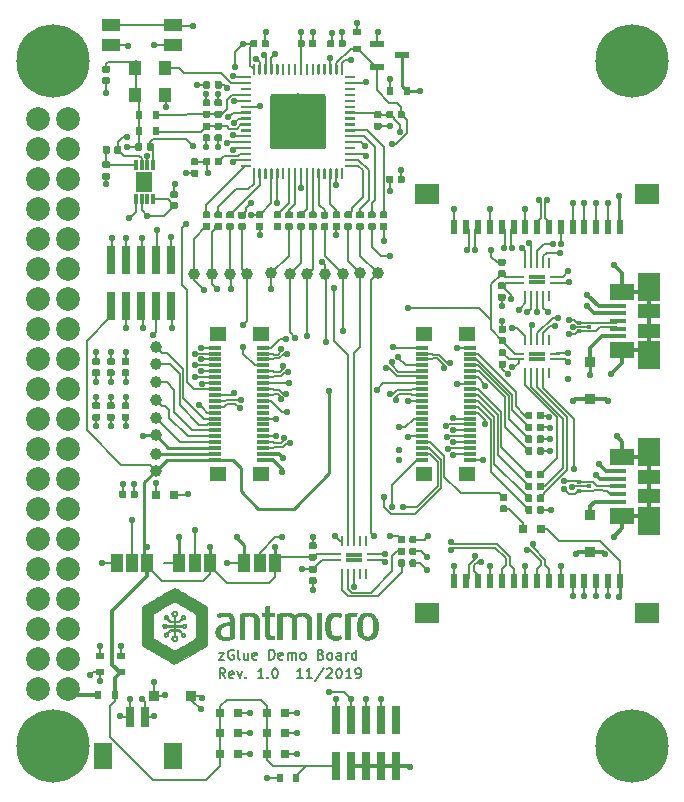
<source format=gbr>
G04 #@! TF.GenerationSoftware,KiCad,Pcbnew,5.0.2+dfsg1-1~bpo9+1*
G04 #@! TF.CreationDate,2019-11-05T12:22:33+01:00*
G04 #@! TF.ProjectId,zglue-demo-board,7a676c75-652d-4646-956d-6f2d626f6172,rev?*
G04 #@! TF.SameCoordinates,Original*
G04 #@! TF.FileFunction,Copper,L1,Top*
G04 #@! TF.FilePolarity,Positive*
%FSLAX46Y46*%
G04 Gerber Fmt 4.6, Leading zero omitted, Abs format (unit mm)*
G04 Created by KiCad (PCBNEW 5.0.2+dfsg1-1~bpo9+1) date Tue 05 Nov 2019 12:22:33 PM CET*
%MOMM*%
%LPD*%
G01*
G04 APERTURE LIST*
G04 #@! TA.AperFunction,NonConductor*
%ADD10C,0.180000*%
G04 #@! TD*
G04 #@! TA.AperFunction,EtchedComponent*
%ADD11C,0.001860*%
G04 #@! TD*
G04 #@! TA.AperFunction,ComponentPad*
%ADD12C,6.200000*%
G04 #@! TD*
G04 #@! TA.AperFunction,Conductor*
%ADD13C,0.100000*%
G04 #@! TD*
G04 #@! TA.AperFunction,SMDPad,CuDef*
%ADD14C,0.590000*%
G04 #@! TD*
G04 #@! TA.AperFunction,SMDPad,CuDef*
%ADD15R,0.800000X0.800000*%
G04 #@! TD*
G04 #@! TA.AperFunction,SMDPad,CuDef*
%ADD16R,1.550000X1.000000*%
G04 #@! TD*
G04 #@! TA.AperFunction,SMDPad,CuDef*
%ADD17R,0.760000X2.400000*%
G04 #@! TD*
G04 #@! TA.AperFunction,SMDPad,CuDef*
%ADD18R,2.000000X1.800000*%
G04 #@! TD*
G04 #@! TA.AperFunction,SMDPad,CuDef*
%ADD19R,0.600000X1.300000*%
G04 #@! TD*
G04 #@! TA.AperFunction,SMDPad,CuDef*
%ADD20R,1.100000X1.200000*%
G04 #@! TD*
G04 #@! TA.AperFunction,SMDPad,CuDef*
%ADD21R,1.450000X1.750000*%
G04 #@! TD*
G04 #@! TA.AperFunction,SMDPad,CuDef*
%ADD22R,0.300000X0.825000*%
G04 #@! TD*
G04 #@! TA.AperFunction,SMDPad,CuDef*
%ADD23C,0.200000*%
G04 #@! TD*
G04 #@! TA.AperFunction,ViaPad*
%ADD24C,0.500000*%
G04 #@! TD*
G04 #@! TA.AperFunction,SMDPad,CuDef*
%ADD25C,4.700000*%
G04 #@! TD*
G04 #@! TA.AperFunction,SMDPad,CuDef*
%ADD26R,0.950000X0.900000*%
G04 #@! TD*
G04 #@! TA.AperFunction,SMDPad,CuDef*
%ADD27R,0.900000X0.950000*%
G04 #@! TD*
G04 #@! TA.AperFunction,SMDPad,CuDef*
%ADD28R,0.600000X0.800000*%
G04 #@! TD*
G04 #@! TA.AperFunction,SMDPad,CuDef*
%ADD29R,1.300000X0.600000*%
G04 #@! TD*
G04 #@! TA.AperFunction,BGAPad,CuDef*
%ADD30C,1.000000*%
G04 #@! TD*
G04 #@! TA.AperFunction,SMDPad,CuDef*
%ADD31R,0.800000X0.600000*%
G04 #@! TD*
G04 #@! TA.AperFunction,SMDPad,CuDef*
%ADD32R,0.300000X0.300000*%
G04 #@! TD*
G04 #@! TA.AperFunction,SMDPad,CuDef*
%ADD33R,1.000000X1.500000*%
G04 #@! TD*
G04 #@! TA.AperFunction,SMDPad,CuDef*
%ADD34R,1.320000X1.300000*%
G04 #@! TD*
G04 #@! TA.AperFunction,SMDPad,CuDef*
%ADD35R,1.100000X0.300000*%
G04 #@! TD*
G04 #@! TA.AperFunction,ComponentPad*
%ADD36C,2.000000*%
G04 #@! TD*
G04 #@! TA.AperFunction,SMDPad,CuDef*
%ADD37R,0.700000X1.800000*%
G04 #@! TD*
G04 #@! TA.AperFunction,SMDPad,CuDef*
%ADD38R,1.600000X2.200000*%
G04 #@! TD*
G04 #@! TA.AperFunction,SMDPad,CuDef*
%ADD39R,0.900000X0.240000*%
G04 #@! TD*
G04 #@! TA.AperFunction,SMDPad,CuDef*
%ADD40R,0.240000X0.900000*%
G04 #@! TD*
G04 #@! TA.AperFunction,SMDPad,CuDef*
%ADD41R,0.700000X0.450000*%
G04 #@! TD*
G04 #@! TA.AperFunction,SMDPad,CuDef*
%ADD42R,1.380000X0.450000*%
G04 #@! TD*
G04 #@! TA.AperFunction,SMDPad,CuDef*
%ADD43R,2.100000X1.475000*%
G04 #@! TD*
G04 #@! TA.AperFunction,SMDPad,CuDef*
%ADD44R,1.900000X1.175000*%
G04 #@! TD*
G04 #@! TA.AperFunction,SMDPad,CuDef*
%ADD45R,1.900000X2.375000*%
G04 #@! TD*
G04 #@! TA.AperFunction,ViaPad*
%ADD46C,0.550000*%
G04 #@! TD*
G04 #@! TA.AperFunction,Conductor*
%ADD47C,0.200000*%
G04 #@! TD*
G04 #@! TA.AperFunction,Conductor*
%ADD48C,0.150000*%
G04 #@! TD*
G04 #@! TA.AperFunction,Conductor*
%ADD49C,0.300000*%
G04 #@! TD*
G04 #@! TA.AperFunction,Conductor*
%ADD50C,0.250000*%
G04 #@! TD*
G04 APERTURE END LIST*
D10*
X18090476Y-56234523D02*
X17807142Y-55829761D01*
X17604761Y-56234523D02*
X17604761Y-55384523D01*
X17928571Y-55384523D01*
X18009523Y-55425000D01*
X18050000Y-55465476D01*
X18090476Y-55546428D01*
X18090476Y-55667857D01*
X18050000Y-55748809D01*
X18009523Y-55789285D01*
X17928571Y-55829761D01*
X17604761Y-55829761D01*
X18778571Y-56194047D02*
X18697619Y-56234523D01*
X18535714Y-56234523D01*
X18454761Y-56194047D01*
X18414285Y-56113095D01*
X18414285Y-55789285D01*
X18454761Y-55708333D01*
X18535714Y-55667857D01*
X18697619Y-55667857D01*
X18778571Y-55708333D01*
X18819047Y-55789285D01*
X18819047Y-55870238D01*
X18414285Y-55951190D01*
X19102380Y-55667857D02*
X19304761Y-56234523D01*
X19507142Y-55667857D01*
X19830952Y-56153571D02*
X19871428Y-56194047D01*
X19830952Y-56234523D01*
X19790476Y-56194047D01*
X19830952Y-56153571D01*
X19830952Y-56234523D01*
X21328571Y-56234523D02*
X20842857Y-56234523D01*
X21085714Y-56234523D02*
X21085714Y-55384523D01*
X21004761Y-55505952D01*
X20923809Y-55586904D01*
X20842857Y-55627380D01*
X21692857Y-56153571D02*
X21733333Y-56194047D01*
X21692857Y-56234523D01*
X21652380Y-56194047D01*
X21692857Y-56153571D01*
X21692857Y-56234523D01*
X22259523Y-55384523D02*
X22340476Y-55384523D01*
X22421428Y-55425000D01*
X22461904Y-55465476D01*
X22502380Y-55546428D01*
X22542857Y-55708333D01*
X22542857Y-55910714D01*
X22502380Y-56072619D01*
X22461904Y-56153571D01*
X22421428Y-56194047D01*
X22340476Y-56234523D01*
X22259523Y-56234523D01*
X22178571Y-56194047D01*
X22138095Y-56153571D01*
X22097619Y-56072619D01*
X22057142Y-55910714D01*
X22057142Y-55708333D01*
X22097619Y-55546428D01*
X22138095Y-55465476D01*
X22178571Y-55425000D01*
X22259523Y-55384523D01*
X24647619Y-56234523D02*
X24161904Y-56234523D01*
X24404761Y-56234523D02*
X24404761Y-55384523D01*
X24323809Y-55505952D01*
X24242857Y-55586904D01*
X24161904Y-55627380D01*
X25457142Y-56234523D02*
X24971428Y-56234523D01*
X25214285Y-56234523D02*
X25214285Y-55384523D01*
X25133333Y-55505952D01*
X25052380Y-55586904D01*
X24971428Y-55627380D01*
X26428571Y-55344047D02*
X25700000Y-56436904D01*
X26671428Y-55465476D02*
X26711904Y-55425000D01*
X26792857Y-55384523D01*
X26995238Y-55384523D01*
X27076190Y-55425000D01*
X27116666Y-55465476D01*
X27157142Y-55546428D01*
X27157142Y-55627380D01*
X27116666Y-55748809D01*
X26630952Y-56234523D01*
X27157142Y-56234523D01*
X27683333Y-55384523D02*
X27764285Y-55384523D01*
X27845238Y-55425000D01*
X27885714Y-55465476D01*
X27926190Y-55546428D01*
X27966666Y-55708333D01*
X27966666Y-55910714D01*
X27926190Y-56072619D01*
X27885714Y-56153571D01*
X27845238Y-56194047D01*
X27764285Y-56234523D01*
X27683333Y-56234523D01*
X27602380Y-56194047D01*
X27561904Y-56153571D01*
X27521428Y-56072619D01*
X27480952Y-55910714D01*
X27480952Y-55708333D01*
X27521428Y-55546428D01*
X27561904Y-55465476D01*
X27602380Y-55425000D01*
X27683333Y-55384523D01*
X28776190Y-56234523D02*
X28290476Y-56234523D01*
X28533333Y-56234523D02*
X28533333Y-55384523D01*
X28452380Y-55505952D01*
X28371428Y-55586904D01*
X28290476Y-55627380D01*
X29180952Y-56234523D02*
X29342857Y-56234523D01*
X29423809Y-56194047D01*
X29464285Y-56153571D01*
X29545238Y-56032142D01*
X29585714Y-55870238D01*
X29585714Y-55546428D01*
X29545238Y-55465476D01*
X29504761Y-55425000D01*
X29423809Y-55384523D01*
X29261904Y-55384523D01*
X29180952Y-55425000D01*
X29140476Y-55465476D01*
X29100000Y-55546428D01*
X29100000Y-55748809D01*
X29140476Y-55829761D01*
X29180952Y-55870238D01*
X29261904Y-55910714D01*
X29423809Y-55910714D01*
X29504761Y-55870238D01*
X29545238Y-55829761D01*
X29585714Y-55748809D01*
X17576190Y-54092857D02*
X18021428Y-54092857D01*
X17576190Y-54659523D01*
X18021428Y-54659523D01*
X18790476Y-53850000D02*
X18709523Y-53809523D01*
X18588095Y-53809523D01*
X18466666Y-53850000D01*
X18385714Y-53930952D01*
X18345238Y-54011904D01*
X18304761Y-54173809D01*
X18304761Y-54295238D01*
X18345238Y-54457142D01*
X18385714Y-54538095D01*
X18466666Y-54619047D01*
X18588095Y-54659523D01*
X18669047Y-54659523D01*
X18790476Y-54619047D01*
X18830952Y-54578571D01*
X18830952Y-54295238D01*
X18669047Y-54295238D01*
X19316666Y-54659523D02*
X19235714Y-54619047D01*
X19195238Y-54538095D01*
X19195238Y-53809523D01*
X20004761Y-54092857D02*
X20004761Y-54659523D01*
X19640476Y-54092857D02*
X19640476Y-54538095D01*
X19680952Y-54619047D01*
X19761904Y-54659523D01*
X19883333Y-54659523D01*
X19964285Y-54619047D01*
X20004761Y-54578571D01*
X20733333Y-54619047D02*
X20652380Y-54659523D01*
X20490476Y-54659523D01*
X20409523Y-54619047D01*
X20369047Y-54538095D01*
X20369047Y-54214285D01*
X20409523Y-54133333D01*
X20490476Y-54092857D01*
X20652380Y-54092857D01*
X20733333Y-54133333D01*
X20773809Y-54214285D01*
X20773809Y-54295238D01*
X20369047Y-54376190D01*
X21785714Y-54659523D02*
X21785714Y-53809523D01*
X21988095Y-53809523D01*
X22109523Y-53850000D01*
X22190476Y-53930952D01*
X22230952Y-54011904D01*
X22271428Y-54173809D01*
X22271428Y-54295238D01*
X22230952Y-54457142D01*
X22190476Y-54538095D01*
X22109523Y-54619047D01*
X21988095Y-54659523D01*
X21785714Y-54659523D01*
X22959523Y-54619047D02*
X22878571Y-54659523D01*
X22716666Y-54659523D01*
X22635714Y-54619047D01*
X22595238Y-54538095D01*
X22595238Y-54214285D01*
X22635714Y-54133333D01*
X22716666Y-54092857D01*
X22878571Y-54092857D01*
X22959523Y-54133333D01*
X23000000Y-54214285D01*
X23000000Y-54295238D01*
X22595238Y-54376190D01*
X23364285Y-54659523D02*
X23364285Y-54092857D01*
X23364285Y-54173809D02*
X23404761Y-54133333D01*
X23485714Y-54092857D01*
X23607142Y-54092857D01*
X23688095Y-54133333D01*
X23728571Y-54214285D01*
X23728571Y-54659523D01*
X23728571Y-54214285D02*
X23769047Y-54133333D01*
X23849999Y-54092857D01*
X23971428Y-54092857D01*
X24052380Y-54133333D01*
X24092857Y-54214285D01*
X24092857Y-54659523D01*
X24619047Y-54659523D02*
X24538095Y-54619047D01*
X24497619Y-54578571D01*
X24457142Y-54497619D01*
X24457142Y-54254761D01*
X24497619Y-54173809D01*
X24538095Y-54133333D01*
X24619047Y-54092857D01*
X24740476Y-54092857D01*
X24821428Y-54133333D01*
X24861904Y-54173809D01*
X24902380Y-54254761D01*
X24902380Y-54497619D01*
X24861904Y-54578571D01*
X24821428Y-54619047D01*
X24740476Y-54659523D01*
X24619047Y-54659523D01*
X26197619Y-54214285D02*
X26319047Y-54254761D01*
X26359523Y-54295238D01*
X26399999Y-54376190D01*
X26399999Y-54497619D01*
X26359523Y-54578571D01*
X26319047Y-54619047D01*
X26238095Y-54659523D01*
X25914285Y-54659523D01*
X25914285Y-53809523D01*
X26197619Y-53809523D01*
X26278571Y-53850000D01*
X26319047Y-53890476D01*
X26359523Y-53971428D01*
X26359523Y-54052380D01*
X26319047Y-54133333D01*
X26278571Y-54173809D01*
X26197619Y-54214285D01*
X25914285Y-54214285D01*
X26885714Y-54659523D02*
X26804761Y-54619047D01*
X26764285Y-54578571D01*
X26723809Y-54497619D01*
X26723809Y-54254761D01*
X26764285Y-54173809D01*
X26804761Y-54133333D01*
X26885714Y-54092857D01*
X27007142Y-54092857D01*
X27088095Y-54133333D01*
X27128571Y-54173809D01*
X27169047Y-54254761D01*
X27169047Y-54497619D01*
X27128571Y-54578571D01*
X27088095Y-54619047D01*
X27007142Y-54659523D01*
X26885714Y-54659523D01*
X27897619Y-54659523D02*
X27897619Y-54214285D01*
X27857142Y-54133333D01*
X27776190Y-54092857D01*
X27614285Y-54092857D01*
X27533333Y-54133333D01*
X27897619Y-54619047D02*
X27816666Y-54659523D01*
X27614285Y-54659523D01*
X27533333Y-54619047D01*
X27492857Y-54538095D01*
X27492857Y-54457142D01*
X27533333Y-54376190D01*
X27614285Y-54335714D01*
X27816666Y-54335714D01*
X27897619Y-54295238D01*
X28302380Y-54659523D02*
X28302380Y-54092857D01*
X28302380Y-54254761D02*
X28342857Y-54173809D01*
X28383333Y-54133333D01*
X28464285Y-54092857D01*
X28545238Y-54092857D01*
X29192857Y-54659523D02*
X29192857Y-53809523D01*
X29192857Y-54619047D02*
X29111904Y-54659523D01*
X28949999Y-54659523D01*
X28869047Y-54619047D01*
X28828571Y-54578571D01*
X28788095Y-54497619D01*
X28788095Y-54254761D01*
X28828571Y-54173809D01*
X28869047Y-54133333D01*
X28949999Y-54092857D01*
X29111904Y-54092857D01*
X29192857Y-54133333D01*
D11*
G04 #@! TO.C,N1*
G36*
X13847858Y-48634154D02*
X13913014Y-48649089D01*
X13914103Y-48649539D01*
X13934597Y-48660232D01*
X13979945Y-48685318D01*
X14047742Y-48723414D01*
X14135582Y-48773138D01*
X14241060Y-48833105D01*
X14361770Y-48901933D01*
X14495306Y-48978238D01*
X14639263Y-49060638D01*
X14791236Y-49147750D01*
X14948818Y-49238190D01*
X15109605Y-49330575D01*
X15271190Y-49423522D01*
X15431169Y-49515648D01*
X15587134Y-49605570D01*
X15736682Y-49691904D01*
X15877406Y-49773268D01*
X16006901Y-49848279D01*
X16122761Y-49915553D01*
X16222580Y-49973707D01*
X16303954Y-50021359D01*
X16364476Y-50057124D01*
X16401741Y-50079621D01*
X16405999Y-50082284D01*
X16472798Y-50137139D01*
X16524109Y-50202739D01*
X16566938Y-50275594D01*
X16571185Y-51776694D01*
X16571822Y-52063912D01*
X16572033Y-52323067D01*
X16571819Y-52553768D01*
X16571183Y-52755625D01*
X16570130Y-52928247D01*
X16568661Y-53071242D01*
X16566779Y-53184219D01*
X16564489Y-53266788D01*
X16561791Y-53318558D01*
X16559421Y-53337256D01*
X16552991Y-53360965D01*
X16546136Y-53382589D01*
X16537223Y-53403216D01*
X16524614Y-53423937D01*
X16506676Y-53445840D01*
X16481773Y-53470014D01*
X16448270Y-53497548D01*
X16404531Y-53529532D01*
X16348923Y-53567053D01*
X16279809Y-53611202D01*
X16195555Y-53663068D01*
X16094525Y-53723738D01*
X15975084Y-53794304D01*
X15835598Y-53875853D01*
X15674430Y-53969474D01*
X15489947Y-54076257D01*
X15280513Y-54197291D01*
X15187302Y-54251142D01*
X13921274Y-54982603D01*
X13803164Y-54988672D01*
X13685054Y-54994742D01*
X13220488Y-54727563D01*
X12936010Y-54563979D01*
X12677538Y-54415352D01*
X12443807Y-54280884D01*
X12233550Y-54159777D01*
X12045501Y-54051231D01*
X11878394Y-53954450D01*
X11730963Y-53868634D01*
X11601943Y-53792986D01*
X11490066Y-53726708D01*
X11394068Y-53669000D01*
X11312682Y-53619066D01*
X11244642Y-53576106D01*
X11188682Y-53539323D01*
X11143535Y-53507918D01*
X11107937Y-53481094D01*
X11080621Y-53458051D01*
X11060322Y-53437992D01*
X11045772Y-53420119D01*
X11035706Y-53403633D01*
X11028858Y-53387736D01*
X11023961Y-53371630D01*
X11019751Y-53354516D01*
X11015421Y-53337290D01*
X11012405Y-53309658D01*
X11009795Y-53250912D01*
X11007593Y-53161435D01*
X11005802Y-53041605D01*
X11004425Y-52891803D01*
X11003466Y-52712410D01*
X11002926Y-52503806D01*
X11002809Y-52266373D01*
X11003118Y-52000489D01*
X11003566Y-51811024D01*
X11976396Y-51811024D01*
X11976417Y-52015721D01*
X11976598Y-52191328D01*
X11977116Y-52340252D01*
X11978149Y-52464899D01*
X11979873Y-52567676D01*
X11982465Y-52650988D01*
X11986103Y-52717244D01*
X11990964Y-52768847D01*
X11997225Y-52808206D01*
X12005063Y-52837727D01*
X12014655Y-52859815D01*
X12026178Y-52876878D01*
X12039810Y-52891321D01*
X12055727Y-52905552D01*
X12057043Y-52906700D01*
X12078142Y-52921079D01*
X12123539Y-52949185D01*
X12190268Y-52989311D01*
X12275363Y-53039750D01*
X12375858Y-53098796D01*
X12488787Y-53164740D01*
X12611184Y-53235876D01*
X12740083Y-53310497D01*
X12872519Y-53386896D01*
X13005524Y-53463365D01*
X13136134Y-53538198D01*
X13261382Y-53609687D01*
X13378302Y-53676126D01*
X13483929Y-53735807D01*
X13575296Y-53787023D01*
X13649437Y-53828068D01*
X13703387Y-53857233D01*
X13734179Y-53872813D01*
X13739008Y-53874762D01*
X13778054Y-53885408D01*
X13805348Y-53886037D01*
X13837695Y-53875649D01*
X13856880Y-53867739D01*
X13883112Y-53854599D01*
X13933026Y-53827524D01*
X14003637Y-53788241D01*
X14091960Y-53738476D01*
X14195011Y-53679956D01*
X14309804Y-53614405D01*
X14433356Y-53543552D01*
X14562682Y-53469121D01*
X14694798Y-53392839D01*
X14826718Y-53316433D01*
X14955459Y-53241628D01*
X15078035Y-53170151D01*
X15191463Y-53103728D01*
X15292757Y-53044084D01*
X15378933Y-52992947D01*
X15447006Y-52952043D01*
X15493993Y-52923097D01*
X15516907Y-52907836D01*
X15517789Y-52907104D01*
X15533891Y-52892621D01*
X15547693Y-52878146D01*
X15559373Y-52861271D01*
X15569107Y-52839588D01*
X15577073Y-52810687D01*
X15583448Y-52772161D01*
X15588409Y-52721599D01*
X15592133Y-52656593D01*
X15594798Y-52574736D01*
X15596581Y-52473616D01*
X15597659Y-52350827D01*
X15598210Y-52203959D01*
X15598409Y-52030603D01*
X15598436Y-51828351D01*
X15598436Y-51811024D01*
X15598433Y-51605425D01*
X15598286Y-51428931D01*
X15597785Y-51279151D01*
X15596720Y-51153693D01*
X15594883Y-51050166D01*
X15592065Y-50966179D01*
X15588055Y-50899341D01*
X15582645Y-50847260D01*
X15575625Y-50807546D01*
X15566787Y-50777806D01*
X15555921Y-50755651D01*
X15542818Y-50738689D01*
X15527268Y-50724528D01*
X15509063Y-50710778D01*
X15501682Y-50705367D01*
X15478559Y-50690489D01*
X15430728Y-50661464D01*
X15360802Y-50619824D01*
X15271389Y-50567098D01*
X15165101Y-50504817D01*
X15044547Y-50434511D01*
X14912339Y-50357711D01*
X14771087Y-50275947D01*
X14652007Y-50207229D01*
X14481856Y-50109299D01*
X14336715Y-50026096D01*
X14214403Y-49956459D01*
X14112734Y-49899225D01*
X14029526Y-49853232D01*
X13962595Y-49817319D01*
X13909758Y-49790324D01*
X13868831Y-49771084D01*
X13837631Y-49758437D01*
X13813975Y-49751223D01*
X13795678Y-49748279D01*
X13789103Y-49748036D01*
X13772641Y-49749524D01*
X13751755Y-49754750D01*
X13724300Y-49764861D01*
X13688133Y-49781000D01*
X13641110Y-49804313D01*
X13581086Y-49835945D01*
X13505917Y-49877041D01*
X13413461Y-49928745D01*
X13301573Y-49992204D01*
X13168109Y-50068561D01*
X13010925Y-50158962D01*
X12900890Y-50222410D01*
X12752796Y-50307998D01*
X12612296Y-50389465D01*
X12481858Y-50465359D01*
X12363955Y-50534231D01*
X12261056Y-50594630D01*
X12175632Y-50645107D01*
X12110154Y-50684212D01*
X12067094Y-50710493D01*
X12049025Y-50722409D01*
X12034524Y-50735426D01*
X12022094Y-50749199D01*
X12011576Y-50766121D01*
X12002809Y-50788583D01*
X11995635Y-50818976D01*
X11989894Y-50859694D01*
X11985426Y-50913129D01*
X11982072Y-50981671D01*
X11979671Y-51067713D01*
X11978066Y-51173647D01*
X11977095Y-51301865D01*
X11976599Y-51454759D01*
X11976420Y-51634721D01*
X11976396Y-51811024D01*
X11003566Y-51811024D01*
X11003647Y-51776694D01*
X11004326Y-51521526D01*
X11004912Y-51295932D01*
X11005528Y-51097989D01*
X11006293Y-50925776D01*
X11007330Y-50777371D01*
X11008759Y-50650852D01*
X11010703Y-50544298D01*
X11013282Y-50455786D01*
X11016617Y-50383395D01*
X11020830Y-50325202D01*
X11026043Y-50279287D01*
X11032376Y-50243727D01*
X11039950Y-50216600D01*
X11048888Y-50195985D01*
X11059310Y-50179960D01*
X11071338Y-50166603D01*
X11085092Y-50153992D01*
X11100695Y-50140205D01*
X11107316Y-50134086D01*
X11127386Y-50120068D01*
X11172768Y-50091538D01*
X11241464Y-50049677D01*
X11331476Y-49995663D01*
X11440806Y-49930676D01*
X11567456Y-49855895D01*
X11709428Y-49772500D01*
X11864725Y-49681669D01*
X12031348Y-49584582D01*
X12207300Y-49482419D01*
X12390582Y-49376358D01*
X12410141Y-49365061D01*
X12623799Y-49241694D01*
X12811960Y-49133139D01*
X12976390Y-49038439D01*
X13118857Y-48956639D01*
X13241128Y-48886782D01*
X13344970Y-48827911D01*
X13432150Y-48779071D01*
X13504435Y-48739306D01*
X13563592Y-48707659D01*
X13611390Y-48683174D01*
X13649594Y-48664896D01*
X13679972Y-48651867D01*
X13704292Y-48643131D01*
X13724319Y-48637733D01*
X13741823Y-48634716D01*
X13758569Y-48633125D01*
X13763480Y-48632797D01*
X13847858Y-48634154D01*
X13847858Y-48634154D01*
G37*
X13847858Y-48634154D02*
X13913014Y-48649089D01*
X13914103Y-48649539D01*
X13934597Y-48660232D01*
X13979945Y-48685318D01*
X14047742Y-48723414D01*
X14135582Y-48773138D01*
X14241060Y-48833105D01*
X14361770Y-48901933D01*
X14495306Y-48978238D01*
X14639263Y-49060638D01*
X14791236Y-49147750D01*
X14948818Y-49238190D01*
X15109605Y-49330575D01*
X15271190Y-49423522D01*
X15431169Y-49515648D01*
X15587134Y-49605570D01*
X15736682Y-49691904D01*
X15877406Y-49773268D01*
X16006901Y-49848279D01*
X16122761Y-49915553D01*
X16222580Y-49973707D01*
X16303954Y-50021359D01*
X16364476Y-50057124D01*
X16401741Y-50079621D01*
X16405999Y-50082284D01*
X16472798Y-50137139D01*
X16524109Y-50202739D01*
X16566938Y-50275594D01*
X16571185Y-51776694D01*
X16571822Y-52063912D01*
X16572033Y-52323067D01*
X16571819Y-52553768D01*
X16571183Y-52755625D01*
X16570130Y-52928247D01*
X16568661Y-53071242D01*
X16566779Y-53184219D01*
X16564489Y-53266788D01*
X16561791Y-53318558D01*
X16559421Y-53337256D01*
X16552991Y-53360965D01*
X16546136Y-53382589D01*
X16537223Y-53403216D01*
X16524614Y-53423937D01*
X16506676Y-53445840D01*
X16481773Y-53470014D01*
X16448270Y-53497548D01*
X16404531Y-53529532D01*
X16348923Y-53567053D01*
X16279809Y-53611202D01*
X16195555Y-53663068D01*
X16094525Y-53723738D01*
X15975084Y-53794304D01*
X15835598Y-53875853D01*
X15674430Y-53969474D01*
X15489947Y-54076257D01*
X15280513Y-54197291D01*
X15187302Y-54251142D01*
X13921274Y-54982603D01*
X13803164Y-54988672D01*
X13685054Y-54994742D01*
X13220488Y-54727563D01*
X12936010Y-54563979D01*
X12677538Y-54415352D01*
X12443807Y-54280884D01*
X12233550Y-54159777D01*
X12045501Y-54051231D01*
X11878394Y-53954450D01*
X11730963Y-53868634D01*
X11601943Y-53792986D01*
X11490066Y-53726708D01*
X11394068Y-53669000D01*
X11312682Y-53619066D01*
X11244642Y-53576106D01*
X11188682Y-53539323D01*
X11143535Y-53507918D01*
X11107937Y-53481094D01*
X11080621Y-53458051D01*
X11060322Y-53437992D01*
X11045772Y-53420119D01*
X11035706Y-53403633D01*
X11028858Y-53387736D01*
X11023961Y-53371630D01*
X11019751Y-53354516D01*
X11015421Y-53337290D01*
X11012405Y-53309658D01*
X11009795Y-53250912D01*
X11007593Y-53161435D01*
X11005802Y-53041605D01*
X11004425Y-52891803D01*
X11003466Y-52712410D01*
X11002926Y-52503806D01*
X11002809Y-52266373D01*
X11003118Y-52000489D01*
X11003566Y-51811024D01*
X11976396Y-51811024D01*
X11976417Y-52015721D01*
X11976598Y-52191328D01*
X11977116Y-52340252D01*
X11978149Y-52464899D01*
X11979873Y-52567676D01*
X11982465Y-52650988D01*
X11986103Y-52717244D01*
X11990964Y-52768847D01*
X11997225Y-52808206D01*
X12005063Y-52837727D01*
X12014655Y-52859815D01*
X12026178Y-52876878D01*
X12039810Y-52891321D01*
X12055727Y-52905552D01*
X12057043Y-52906700D01*
X12078142Y-52921079D01*
X12123539Y-52949185D01*
X12190268Y-52989311D01*
X12275363Y-53039750D01*
X12375858Y-53098796D01*
X12488787Y-53164740D01*
X12611184Y-53235876D01*
X12740083Y-53310497D01*
X12872519Y-53386896D01*
X13005524Y-53463365D01*
X13136134Y-53538198D01*
X13261382Y-53609687D01*
X13378302Y-53676126D01*
X13483929Y-53735807D01*
X13575296Y-53787023D01*
X13649437Y-53828068D01*
X13703387Y-53857233D01*
X13734179Y-53872813D01*
X13739008Y-53874762D01*
X13778054Y-53885408D01*
X13805348Y-53886037D01*
X13837695Y-53875649D01*
X13856880Y-53867739D01*
X13883112Y-53854599D01*
X13933026Y-53827524D01*
X14003637Y-53788241D01*
X14091960Y-53738476D01*
X14195011Y-53679956D01*
X14309804Y-53614405D01*
X14433356Y-53543552D01*
X14562682Y-53469121D01*
X14694798Y-53392839D01*
X14826718Y-53316433D01*
X14955459Y-53241628D01*
X15078035Y-53170151D01*
X15191463Y-53103728D01*
X15292757Y-53044084D01*
X15378933Y-52992947D01*
X15447006Y-52952043D01*
X15493993Y-52923097D01*
X15516907Y-52907836D01*
X15517789Y-52907104D01*
X15533891Y-52892621D01*
X15547693Y-52878146D01*
X15559373Y-52861271D01*
X15569107Y-52839588D01*
X15577073Y-52810687D01*
X15583448Y-52772161D01*
X15588409Y-52721599D01*
X15592133Y-52656593D01*
X15594798Y-52574736D01*
X15596581Y-52473616D01*
X15597659Y-52350827D01*
X15598210Y-52203959D01*
X15598409Y-52030603D01*
X15598436Y-51828351D01*
X15598436Y-51811024D01*
X15598433Y-51605425D01*
X15598286Y-51428931D01*
X15597785Y-51279151D01*
X15596720Y-51153693D01*
X15594883Y-51050166D01*
X15592065Y-50966179D01*
X15588055Y-50899341D01*
X15582645Y-50847260D01*
X15575625Y-50807546D01*
X15566787Y-50777806D01*
X15555921Y-50755651D01*
X15542818Y-50738689D01*
X15527268Y-50724528D01*
X15509063Y-50710778D01*
X15501682Y-50705367D01*
X15478559Y-50690489D01*
X15430728Y-50661464D01*
X15360802Y-50619824D01*
X15271389Y-50567098D01*
X15165101Y-50504817D01*
X15044547Y-50434511D01*
X14912339Y-50357711D01*
X14771087Y-50275947D01*
X14652007Y-50207229D01*
X14481856Y-50109299D01*
X14336715Y-50026096D01*
X14214403Y-49956459D01*
X14112734Y-49899225D01*
X14029526Y-49853232D01*
X13962595Y-49817319D01*
X13909758Y-49790324D01*
X13868831Y-49771084D01*
X13837631Y-49758437D01*
X13813975Y-49751223D01*
X13795678Y-49748279D01*
X13789103Y-49748036D01*
X13772641Y-49749524D01*
X13751755Y-49754750D01*
X13724300Y-49764861D01*
X13688133Y-49781000D01*
X13641110Y-49804313D01*
X13581086Y-49835945D01*
X13505917Y-49877041D01*
X13413461Y-49928745D01*
X13301573Y-49992204D01*
X13168109Y-50068561D01*
X13010925Y-50158962D01*
X12900890Y-50222410D01*
X12752796Y-50307998D01*
X12612296Y-50389465D01*
X12481858Y-50465359D01*
X12363955Y-50534231D01*
X12261056Y-50594630D01*
X12175632Y-50645107D01*
X12110154Y-50684212D01*
X12067094Y-50710493D01*
X12049025Y-50722409D01*
X12034524Y-50735426D01*
X12022094Y-50749199D01*
X12011576Y-50766121D01*
X12002809Y-50788583D01*
X11995635Y-50818976D01*
X11989894Y-50859694D01*
X11985426Y-50913129D01*
X11982072Y-50981671D01*
X11979671Y-51067713D01*
X11978066Y-51173647D01*
X11977095Y-51301865D01*
X11976599Y-51454759D01*
X11976420Y-51634721D01*
X11976396Y-51811024D01*
X11003566Y-51811024D01*
X11003647Y-51776694D01*
X11004326Y-51521526D01*
X11004912Y-51295932D01*
X11005528Y-51097989D01*
X11006293Y-50925776D01*
X11007330Y-50777371D01*
X11008759Y-50650852D01*
X11010703Y-50544298D01*
X11013282Y-50455786D01*
X11016617Y-50383395D01*
X11020830Y-50325202D01*
X11026043Y-50279287D01*
X11032376Y-50243727D01*
X11039950Y-50216600D01*
X11048888Y-50195985D01*
X11059310Y-50179960D01*
X11071338Y-50166603D01*
X11085092Y-50153992D01*
X11100695Y-50140205D01*
X11107316Y-50134086D01*
X11127386Y-50120068D01*
X11172768Y-50091538D01*
X11241464Y-50049677D01*
X11331476Y-49995663D01*
X11440806Y-49930676D01*
X11567456Y-49855895D01*
X11709428Y-49772500D01*
X11864725Y-49681669D01*
X12031348Y-49584582D01*
X12207300Y-49482419D01*
X12390582Y-49376358D01*
X12410141Y-49365061D01*
X12623799Y-49241694D01*
X12811960Y-49133139D01*
X12976390Y-49038439D01*
X13118857Y-48956639D01*
X13241128Y-48886782D01*
X13344970Y-48827911D01*
X13432150Y-48779071D01*
X13504435Y-48739306D01*
X13563592Y-48707659D01*
X13611390Y-48683174D01*
X13649594Y-48664896D01*
X13679972Y-48651867D01*
X13704292Y-48643131D01*
X13724319Y-48637733D01*
X13741823Y-48634716D01*
X13758569Y-48633125D01*
X13763480Y-48632797D01*
X13847858Y-48634154D01*
G36*
X18237751Y-50687833D02*
X18337450Y-50706497D01*
X18450608Y-50741190D01*
X18541916Y-50784245D01*
X18620837Y-50840654D01*
X18659641Y-50876444D01*
X18716867Y-50947912D01*
X18768247Y-51039412D01*
X18808063Y-51139483D01*
X18826450Y-51210881D01*
X18830100Y-51246332D01*
X18833376Y-51310657D01*
X18836231Y-51401233D01*
X18838613Y-51515439D01*
X18840475Y-51650653D01*
X18841765Y-51804254D01*
X18842436Y-51973621D01*
X18842524Y-52064404D01*
X18842524Y-52833170D01*
X18768716Y-52865819D01*
X18636561Y-52913297D01*
X18483469Y-52949980D01*
X18318484Y-52974719D01*
X18150650Y-52986367D01*
X17989012Y-52983776D01*
X17903755Y-52975571D01*
X17736711Y-52942290D01*
X17593931Y-52889385D01*
X17475703Y-52817171D01*
X17382314Y-52725962D01*
X17314051Y-52616070D01*
X17271202Y-52487809D01*
X17254054Y-52341493D01*
X17254884Y-52268039D01*
X17256891Y-52254154D01*
X17617704Y-52254154D01*
X17620632Y-52384438D01*
X17648945Y-52497040D01*
X17702035Y-52591021D01*
X17779297Y-52665443D01*
X17880127Y-52719368D01*
X17928361Y-52735398D01*
X17989981Y-52745934D01*
X18072502Y-52750730D01*
X18165929Y-52750162D01*
X18260266Y-52744607D01*
X18345517Y-52734439D01*
X18411688Y-52720036D01*
X18421265Y-52716856D01*
X18496068Y-52689951D01*
X18496068Y-51698522D01*
X18405517Y-51709447D01*
X18347727Y-51718538D01*
X18272910Y-51733205D01*
X18194431Y-51750765D01*
X18169756Y-51756800D01*
X18008315Y-51806434D01*
X17875748Y-51867420D01*
X17771297Y-51940441D01*
X17694201Y-52026184D01*
X17643701Y-52125331D01*
X17619037Y-52238569D01*
X17617704Y-52254154D01*
X17256891Y-52254154D01*
X17275388Y-52126169D01*
X17322933Y-52000045D01*
X17398113Y-51888308D01*
X17441016Y-51842457D01*
X17535816Y-51767132D01*
X17657700Y-51697807D01*
X17802579Y-51635995D01*
X17966361Y-51583213D01*
X18144957Y-51540977D01*
X18334275Y-51510801D01*
X18337104Y-51510456D01*
X18500366Y-51490670D01*
X18490927Y-51356926D01*
X18472663Y-51230797D01*
X18436434Y-51129588D01*
X18380603Y-51051285D01*
X18303535Y-50993874D01*
X18203592Y-50955341D01*
X18155755Y-50944557D01*
X18025531Y-50933216D01*
X17880788Y-50944064D01*
X17728300Y-50976084D01*
X17574839Y-51028258D01*
X17561329Y-51033858D01*
X17512899Y-51053070D01*
X17477419Y-51064946D01*
X17463320Y-51066989D01*
X17455289Y-51050365D01*
X17440176Y-51013295D01*
X17421470Y-50965006D01*
X17402660Y-50914722D01*
X17387235Y-50871667D01*
X17378684Y-50845065D01*
X17377960Y-50841296D01*
X17391145Y-50831016D01*
X17425372Y-50812840D01*
X17463843Y-50794933D01*
X17605211Y-50743792D01*
X17761962Y-50706633D01*
X17925420Y-50684335D01*
X18086908Y-50677775D01*
X18237751Y-50687833D01*
X18237751Y-50687833D01*
G37*
X18237751Y-50687833D02*
X18337450Y-50706497D01*
X18450608Y-50741190D01*
X18541916Y-50784245D01*
X18620837Y-50840654D01*
X18659641Y-50876444D01*
X18716867Y-50947912D01*
X18768247Y-51039412D01*
X18808063Y-51139483D01*
X18826450Y-51210881D01*
X18830100Y-51246332D01*
X18833376Y-51310657D01*
X18836231Y-51401233D01*
X18838613Y-51515439D01*
X18840475Y-51650653D01*
X18841765Y-51804254D01*
X18842436Y-51973621D01*
X18842524Y-52064404D01*
X18842524Y-52833170D01*
X18768716Y-52865819D01*
X18636561Y-52913297D01*
X18483469Y-52949980D01*
X18318484Y-52974719D01*
X18150650Y-52986367D01*
X17989012Y-52983776D01*
X17903755Y-52975571D01*
X17736711Y-52942290D01*
X17593931Y-52889385D01*
X17475703Y-52817171D01*
X17382314Y-52725962D01*
X17314051Y-52616070D01*
X17271202Y-52487809D01*
X17254054Y-52341493D01*
X17254884Y-52268039D01*
X17256891Y-52254154D01*
X17617704Y-52254154D01*
X17620632Y-52384438D01*
X17648945Y-52497040D01*
X17702035Y-52591021D01*
X17779297Y-52665443D01*
X17880127Y-52719368D01*
X17928361Y-52735398D01*
X17989981Y-52745934D01*
X18072502Y-52750730D01*
X18165929Y-52750162D01*
X18260266Y-52744607D01*
X18345517Y-52734439D01*
X18411688Y-52720036D01*
X18421265Y-52716856D01*
X18496068Y-52689951D01*
X18496068Y-51698522D01*
X18405517Y-51709447D01*
X18347727Y-51718538D01*
X18272910Y-51733205D01*
X18194431Y-51750765D01*
X18169756Y-51756800D01*
X18008315Y-51806434D01*
X17875748Y-51867420D01*
X17771297Y-51940441D01*
X17694201Y-52026184D01*
X17643701Y-52125331D01*
X17619037Y-52238569D01*
X17617704Y-52254154D01*
X17256891Y-52254154D01*
X17275388Y-52126169D01*
X17322933Y-52000045D01*
X17398113Y-51888308D01*
X17441016Y-51842457D01*
X17535816Y-51767132D01*
X17657700Y-51697807D01*
X17802579Y-51635995D01*
X17966361Y-51583213D01*
X18144957Y-51540977D01*
X18334275Y-51510801D01*
X18337104Y-51510456D01*
X18500366Y-51490670D01*
X18490927Y-51356926D01*
X18472663Y-51230797D01*
X18436434Y-51129588D01*
X18380603Y-51051285D01*
X18303535Y-50993874D01*
X18203592Y-50955341D01*
X18155755Y-50944557D01*
X18025531Y-50933216D01*
X17880788Y-50944064D01*
X17728300Y-50976084D01*
X17574839Y-51028258D01*
X17561329Y-51033858D01*
X17512899Y-51053070D01*
X17477419Y-51064946D01*
X17463320Y-51066989D01*
X17455289Y-51050365D01*
X17440176Y-51013295D01*
X17421470Y-50965006D01*
X17402660Y-50914722D01*
X17387235Y-50871667D01*
X17378684Y-50845065D01*
X17377960Y-50841296D01*
X17391145Y-50831016D01*
X17425372Y-50812840D01*
X17463843Y-50794933D01*
X17605211Y-50743792D01*
X17761962Y-50706633D01*
X17925420Y-50684335D01*
X18086908Y-50677775D01*
X18237751Y-50687833D01*
G36*
X27480642Y-50680011D02*
X27584340Y-50690059D01*
X27642021Y-50700910D01*
X27701468Y-50718026D01*
X27765304Y-50741271D01*
X27825268Y-50767041D01*
X27873099Y-50791732D01*
X27900536Y-50811740D01*
X27902731Y-50814663D01*
X27901034Y-50834245D01*
X27889691Y-50872719D01*
X27872257Y-50921037D01*
X27852289Y-50970151D01*
X27833344Y-51011015D01*
X27818977Y-51034581D01*
X27815277Y-51037140D01*
X27795840Y-51031467D01*
X27757145Y-51015946D01*
X27717966Y-50998637D01*
X27597556Y-50956817D01*
X27478303Y-50940564D01*
X27365741Y-50950051D01*
X27267082Y-50984575D01*
X27184633Y-51043565D01*
X27109079Y-51130093D01*
X27042796Y-51240527D01*
X26988158Y-51371237D01*
X26964987Y-51446560D01*
X26946700Y-51539379D01*
X26934948Y-51653674D01*
X26929731Y-51780106D01*
X26931048Y-51909342D01*
X26938899Y-52032043D01*
X26953283Y-52138876D01*
X26965029Y-52191403D01*
X27018441Y-52347854D01*
X27085682Y-52476208D01*
X27166949Y-52576760D01*
X27262433Y-52649803D01*
X27269842Y-52653997D01*
X27318046Y-52678461D01*
X27360476Y-52692533D01*
X27409360Y-52698899D01*
X27476928Y-52700247D01*
X27480302Y-52700234D01*
X27551196Y-52697119D01*
X27613423Y-52686543D01*
X27676539Y-52665628D01*
X27750104Y-52631498D01*
X27805132Y-52602451D01*
X27811994Y-52606864D01*
X27823881Y-52627522D01*
X27842273Y-52667671D01*
X27868648Y-52730555D01*
X27904485Y-52819421D01*
X27907856Y-52827878D01*
X27898997Y-52844820D01*
X27866949Y-52868588D01*
X27818267Y-52895640D01*
X27759502Y-52922438D01*
X27697208Y-52945441D01*
X27680962Y-52950446D01*
X27596243Y-52968476D01*
X27494197Y-52980035D01*
X27388370Y-52984337D01*
X27292302Y-52980592D01*
X27251956Y-52975421D01*
X27192955Y-52960449D01*
X27121933Y-52935569D01*
X27055106Y-52906553D01*
X26924393Y-52825216D01*
X26811546Y-52718355D01*
X26717058Y-52586718D01*
X26641420Y-52431051D01*
X26585125Y-52252101D01*
X26566382Y-52164966D01*
X26552710Y-52061836D01*
X26545515Y-51939652D01*
X26544535Y-51807268D01*
X26549505Y-51673541D01*
X26560163Y-51547326D01*
X26576246Y-51437478D01*
X26589781Y-51377966D01*
X26650979Y-51203646D01*
X26731770Y-51051736D01*
X26831148Y-50923374D01*
X26948105Y-50819697D01*
X27081634Y-50741841D01*
X27187885Y-50702292D01*
X27270746Y-50686163D01*
X27372221Y-50678724D01*
X27480642Y-50680011D01*
X27480642Y-50680011D01*
G37*
X27480642Y-50680011D02*
X27584340Y-50690059D01*
X27642021Y-50700910D01*
X27701468Y-50718026D01*
X27765304Y-50741271D01*
X27825268Y-50767041D01*
X27873099Y-50791732D01*
X27900536Y-50811740D01*
X27902731Y-50814663D01*
X27901034Y-50834245D01*
X27889691Y-50872719D01*
X27872257Y-50921037D01*
X27852289Y-50970151D01*
X27833344Y-51011015D01*
X27818977Y-51034581D01*
X27815277Y-51037140D01*
X27795840Y-51031467D01*
X27757145Y-51015946D01*
X27717966Y-50998637D01*
X27597556Y-50956817D01*
X27478303Y-50940564D01*
X27365741Y-50950051D01*
X27267082Y-50984575D01*
X27184633Y-51043565D01*
X27109079Y-51130093D01*
X27042796Y-51240527D01*
X26988158Y-51371237D01*
X26964987Y-51446560D01*
X26946700Y-51539379D01*
X26934948Y-51653674D01*
X26929731Y-51780106D01*
X26931048Y-51909342D01*
X26938899Y-52032043D01*
X26953283Y-52138876D01*
X26965029Y-52191403D01*
X27018441Y-52347854D01*
X27085682Y-52476208D01*
X27166949Y-52576760D01*
X27262433Y-52649803D01*
X27269842Y-52653997D01*
X27318046Y-52678461D01*
X27360476Y-52692533D01*
X27409360Y-52698899D01*
X27476928Y-52700247D01*
X27480302Y-52700234D01*
X27551196Y-52697119D01*
X27613423Y-52686543D01*
X27676539Y-52665628D01*
X27750104Y-52631498D01*
X27805132Y-52602451D01*
X27811994Y-52606864D01*
X27823881Y-52627522D01*
X27842273Y-52667671D01*
X27868648Y-52730555D01*
X27904485Y-52819421D01*
X27907856Y-52827878D01*
X27898997Y-52844820D01*
X27866949Y-52868588D01*
X27818267Y-52895640D01*
X27759502Y-52922438D01*
X27697208Y-52945441D01*
X27680962Y-52950446D01*
X27596243Y-52968476D01*
X27494197Y-52980035D01*
X27388370Y-52984337D01*
X27292302Y-52980592D01*
X27251956Y-52975421D01*
X27192955Y-52960449D01*
X27121933Y-52935569D01*
X27055106Y-52906553D01*
X26924393Y-52825216D01*
X26811546Y-52718355D01*
X26717058Y-52586718D01*
X26641420Y-52431051D01*
X26585125Y-52252101D01*
X26566382Y-52164966D01*
X26552710Y-52061836D01*
X26545515Y-51939652D01*
X26544535Y-51807268D01*
X26549505Y-51673541D01*
X26560163Y-51547326D01*
X26576246Y-51437478D01*
X26589781Y-51377966D01*
X26650979Y-51203646D01*
X26731770Y-51051736D01*
X26831148Y-50923374D01*
X26948105Y-50819697D01*
X27081634Y-50741841D01*
X27187885Y-50702292D01*
X27270746Y-50686163D01*
X27372221Y-50678724D01*
X27480642Y-50680011D01*
G36*
X30278500Y-50687934D02*
X30419271Y-50719987D01*
X30543888Y-50775132D01*
X30656461Y-50854942D01*
X30708553Y-50903613D01*
X30808300Y-51025569D01*
X30887318Y-51169028D01*
X30945961Y-51334900D01*
X30984585Y-51524095D01*
X30998095Y-51646636D01*
X31005731Y-51866880D01*
X30992844Y-52072824D01*
X30960106Y-52262524D01*
X30908183Y-52434035D01*
X30837744Y-52585411D01*
X30749459Y-52714707D01*
X30643995Y-52819978D01*
X30578549Y-52867161D01*
X30475336Y-52918408D01*
X30352499Y-52956601D01*
X30219808Y-52980004D01*
X30087028Y-52986884D01*
X29966072Y-52975896D01*
X29810713Y-52933331D01*
X29673021Y-52864959D01*
X29553580Y-52771436D01*
X29452970Y-52653416D01*
X29371776Y-52511552D01*
X29310581Y-52346499D01*
X29277228Y-52202757D01*
X29249196Y-51989469D01*
X29243315Y-51818157D01*
X29619775Y-51818157D01*
X29626639Y-51993941D01*
X29647674Y-52163017D01*
X29682896Y-52318411D01*
X29730663Y-52449537D01*
X29792305Y-52552891D01*
X29870412Y-52633717D01*
X29961038Y-52690398D01*
X30060232Y-52721318D01*
X30164048Y-52724859D01*
X30268537Y-52699405D01*
X30303274Y-52683979D01*
X30391728Y-52625796D01*
X30465071Y-52546116D01*
X30524047Y-52443338D01*
X30569396Y-52315865D01*
X30601861Y-52162097D01*
X30620669Y-52000000D01*
X30628833Y-51802406D01*
X30620784Y-51618380D01*
X30597156Y-51450675D01*
X30558579Y-51302044D01*
X30505687Y-51175239D01*
X30439111Y-51073014D01*
X30397763Y-51029068D01*
X30307830Y-50965409D01*
X30210287Y-50929846D01*
X30109492Y-50921338D01*
X30009802Y-50938846D01*
X29915575Y-50981331D01*
X29831168Y-51047753D01*
X29760939Y-51137073D01*
X29733695Y-51187455D01*
X29684043Y-51320314D01*
X29648494Y-51474368D01*
X29627066Y-51642641D01*
X29619775Y-51818157D01*
X29243315Y-51818157D01*
X29242077Y-51782113D01*
X29255237Y-51583981D01*
X29288043Y-51398364D01*
X29339862Y-51228555D01*
X29410060Y-51077845D01*
X29498004Y-50949525D01*
X29524035Y-50919872D01*
X29637280Y-50818968D01*
X29765238Y-50745332D01*
X29908825Y-50698588D01*
X30068958Y-50678362D01*
X30117464Y-50677401D01*
X30278500Y-50687934D01*
X30278500Y-50687934D01*
G37*
X30278500Y-50687934D02*
X30419271Y-50719987D01*
X30543888Y-50775132D01*
X30656461Y-50854942D01*
X30708553Y-50903613D01*
X30808300Y-51025569D01*
X30887318Y-51169028D01*
X30945961Y-51334900D01*
X30984585Y-51524095D01*
X30998095Y-51646636D01*
X31005731Y-51866880D01*
X30992844Y-52072824D01*
X30960106Y-52262524D01*
X30908183Y-52434035D01*
X30837744Y-52585411D01*
X30749459Y-52714707D01*
X30643995Y-52819978D01*
X30578549Y-52867161D01*
X30475336Y-52918408D01*
X30352499Y-52956601D01*
X30219808Y-52980004D01*
X30087028Y-52986884D01*
X29966072Y-52975896D01*
X29810713Y-52933331D01*
X29673021Y-52864959D01*
X29553580Y-52771436D01*
X29452970Y-52653416D01*
X29371776Y-52511552D01*
X29310581Y-52346499D01*
X29277228Y-52202757D01*
X29249196Y-51989469D01*
X29243315Y-51818157D01*
X29619775Y-51818157D01*
X29626639Y-51993941D01*
X29647674Y-52163017D01*
X29682896Y-52318411D01*
X29730663Y-52449537D01*
X29792305Y-52552891D01*
X29870412Y-52633717D01*
X29961038Y-52690398D01*
X30060232Y-52721318D01*
X30164048Y-52724859D01*
X30268537Y-52699405D01*
X30303274Y-52683979D01*
X30391728Y-52625796D01*
X30465071Y-52546116D01*
X30524047Y-52443338D01*
X30569396Y-52315865D01*
X30601861Y-52162097D01*
X30620669Y-52000000D01*
X30628833Y-51802406D01*
X30620784Y-51618380D01*
X30597156Y-51450675D01*
X30558579Y-51302044D01*
X30505687Y-51175239D01*
X30439111Y-51073014D01*
X30397763Y-51029068D01*
X30307830Y-50965409D01*
X30210287Y-50929846D01*
X30109492Y-50921338D01*
X30009802Y-50938846D01*
X29915575Y-50981331D01*
X29831168Y-51047753D01*
X29760939Y-51137073D01*
X29733695Y-51187455D01*
X29684043Y-51320314D01*
X29648494Y-51474368D01*
X29627066Y-51642641D01*
X29619775Y-51818157D01*
X29243315Y-51818157D01*
X29242077Y-51782113D01*
X29255237Y-51583981D01*
X29288043Y-51398364D01*
X29339862Y-51228555D01*
X29410060Y-51077845D01*
X29498004Y-50949525D01*
X29524035Y-50919872D01*
X29637280Y-50818968D01*
X29765238Y-50745332D01*
X29908825Y-50698588D01*
X30068958Y-50678362D01*
X30117464Y-50677401D01*
X30278500Y-50687934D01*
G36*
X21795755Y-50109444D02*
X21798630Y-50151116D01*
X21800930Y-50214735D01*
X21802488Y-50295527D01*
X21803139Y-50388716D01*
X21803148Y-50401578D01*
X21803148Y-50708664D01*
X22181100Y-50708664D01*
X22181100Y-50960632D01*
X21803148Y-50960632D01*
X21803148Y-52498982D01*
X21838973Y-52566729D01*
X21885039Y-52631264D01*
X21944279Y-52671205D01*
X22021404Y-52688928D01*
X22082708Y-52689690D01*
X22181166Y-52685038D01*
X22181133Y-52806155D01*
X22178348Y-52880811D01*
X22170140Y-52926070D01*
X22161415Y-52939626D01*
X22138007Y-52945325D01*
X22090929Y-52950669D01*
X22028005Y-52954906D01*
X21984250Y-52956653D01*
X21897887Y-52957443D01*
X21832757Y-52953166D01*
X21778855Y-52942783D01*
X21743384Y-52931661D01*
X21647529Y-52886432D01*
X21571230Y-52823573D01*
X21508105Y-52737316D01*
X21488188Y-52701009D01*
X21433070Y-52593781D01*
X21428593Y-51777206D01*
X21424117Y-50960632D01*
X21173228Y-50960632D01*
X21173228Y-50708664D01*
X21425196Y-50708664D01*
X21425196Y-50205812D01*
X21603495Y-50150152D01*
X21673943Y-50128426D01*
X21733143Y-50110669D01*
X21774786Y-50098739D01*
X21792471Y-50094492D01*
X21795755Y-50109444D01*
X21795755Y-50109444D01*
G37*
X21795755Y-50109444D02*
X21798630Y-50151116D01*
X21800930Y-50214735D01*
X21802488Y-50295527D01*
X21803139Y-50388716D01*
X21803148Y-50401578D01*
X21803148Y-50708664D01*
X22181100Y-50708664D01*
X22181100Y-50960632D01*
X21803148Y-50960632D01*
X21803148Y-52498982D01*
X21838973Y-52566729D01*
X21885039Y-52631264D01*
X21944279Y-52671205D01*
X22021404Y-52688928D01*
X22082708Y-52689690D01*
X22181166Y-52685038D01*
X22181133Y-52806155D01*
X22178348Y-52880811D01*
X22170140Y-52926070D01*
X22161415Y-52939626D01*
X22138007Y-52945325D01*
X22090929Y-52950669D01*
X22028005Y-52954906D01*
X21984250Y-52956653D01*
X21897887Y-52957443D01*
X21832757Y-52953166D01*
X21778855Y-52942783D01*
X21743384Y-52931661D01*
X21647529Y-52886432D01*
X21571230Y-52823573D01*
X21508105Y-52737316D01*
X21488188Y-52701009D01*
X21433070Y-52593781D01*
X21428593Y-51777206D01*
X21424117Y-50960632D01*
X21173228Y-50960632D01*
X21173228Y-50708664D01*
X21425196Y-50708664D01*
X21425196Y-50205812D01*
X21603495Y-50150152D01*
X21673943Y-50128426D01*
X21733143Y-50110669D01*
X21774786Y-50098739D01*
X21792471Y-50094492D01*
X21795755Y-50109444D01*
G36*
X20180096Y-50685833D02*
X20263898Y-50688024D01*
X20328323Y-50692309D01*
X20379422Y-50699157D01*
X20423244Y-50709040D01*
X20440273Y-50714005D01*
X20583061Y-50768660D01*
X20698414Y-50836545D01*
X20788001Y-50918851D01*
X20846914Y-51004274D01*
X20865724Y-51039641D01*
X20881717Y-51073023D01*
X20895121Y-51107213D01*
X20906164Y-51145004D01*
X20915075Y-51189189D01*
X20922082Y-51242558D01*
X20927413Y-51307906D01*
X20931297Y-51388025D01*
X20933963Y-51485707D01*
X20935638Y-51603744D01*
X20936552Y-51744930D01*
X20936932Y-51912056D01*
X20937008Y-52105671D01*
X20937008Y-52944880D01*
X20559056Y-52944880D01*
X20559056Y-52113094D01*
X20558976Y-51917306D01*
X20558574Y-51750372D01*
X20557603Y-51609653D01*
X20555819Y-51492508D01*
X20552976Y-51396295D01*
X20548829Y-51318374D01*
X20543134Y-51256104D01*
X20535644Y-51206845D01*
X20526116Y-51167955D01*
X20514302Y-51136794D01*
X20499959Y-51110721D01*
X20482841Y-51087096D01*
X20462702Y-51063276D01*
X20461446Y-51061844D01*
X20396309Y-51003065D01*
X20316879Y-50961799D01*
X20216472Y-50934899D01*
X20178921Y-50928826D01*
X20073340Y-50922045D01*
X19956487Y-50927786D01*
X19842948Y-50944728D01*
X19760197Y-50966855D01*
X19700790Y-50987420D01*
X19696734Y-51966150D01*
X19692678Y-52944880D01*
X19314964Y-52944880D01*
X19314964Y-50822877D01*
X19460633Y-50775092D01*
X19560874Y-50743410D01*
X19646056Y-50720087D01*
X19724621Y-50703881D01*
X19805008Y-50693549D01*
X19895659Y-50687849D01*
X20005014Y-50685539D01*
X20070868Y-50685265D01*
X20180096Y-50685833D01*
X20180096Y-50685833D01*
G37*
X20180096Y-50685833D02*
X20263898Y-50688024D01*
X20328323Y-50692309D01*
X20379422Y-50699157D01*
X20423244Y-50709040D01*
X20440273Y-50714005D01*
X20583061Y-50768660D01*
X20698414Y-50836545D01*
X20788001Y-50918851D01*
X20846914Y-51004274D01*
X20865724Y-51039641D01*
X20881717Y-51073023D01*
X20895121Y-51107213D01*
X20906164Y-51145004D01*
X20915075Y-51189189D01*
X20922082Y-51242558D01*
X20927413Y-51307906D01*
X20931297Y-51388025D01*
X20933963Y-51485707D01*
X20935638Y-51603744D01*
X20936552Y-51744930D01*
X20936932Y-51912056D01*
X20937008Y-52105671D01*
X20937008Y-52944880D01*
X20559056Y-52944880D01*
X20559056Y-52113094D01*
X20558976Y-51917306D01*
X20558574Y-51750372D01*
X20557603Y-51609653D01*
X20555819Y-51492508D01*
X20552976Y-51396295D01*
X20548829Y-51318374D01*
X20543134Y-51256104D01*
X20535644Y-51206845D01*
X20526116Y-51167955D01*
X20514302Y-51136794D01*
X20499959Y-51110721D01*
X20482841Y-51087096D01*
X20462702Y-51063276D01*
X20461446Y-51061844D01*
X20396309Y-51003065D01*
X20316879Y-50961799D01*
X20216472Y-50934899D01*
X20178921Y-50928826D01*
X20073340Y-50922045D01*
X19956487Y-50927786D01*
X19842948Y-50944728D01*
X19760197Y-50966855D01*
X19700790Y-50987420D01*
X19696734Y-51966150D01*
X19692678Y-52944880D01*
X19314964Y-52944880D01*
X19314964Y-50822877D01*
X19460633Y-50775092D01*
X19560874Y-50743410D01*
X19646056Y-50720087D01*
X19724621Y-50703881D01*
X19805008Y-50693549D01*
X19895659Y-50687849D01*
X20005014Y-50685539D01*
X20070868Y-50685265D01*
X20180096Y-50685833D01*
G36*
X24757209Y-50688934D02*
X24910880Y-50722412D01*
X25043095Y-50777819D01*
X25153265Y-50854863D01*
X25240801Y-50953253D01*
X25282829Y-51023624D01*
X25299474Y-51057557D01*
X25313617Y-51090367D01*
X25325461Y-51124841D01*
X25335210Y-51163765D01*
X25343065Y-51209924D01*
X25349232Y-51266106D01*
X25353914Y-51335097D01*
X25357313Y-51419681D01*
X25359633Y-51522646D01*
X25361078Y-51646778D01*
X25361850Y-51794862D01*
X25362153Y-51969686D01*
X25362196Y-52111011D01*
X25362196Y-52944880D01*
X24985262Y-52944880D01*
X24980816Y-52074803D01*
X24976370Y-51204726D01*
X24930412Y-51121777D01*
X24867906Y-51039302D01*
X24786589Y-50978216D01*
X24691109Y-50938890D01*
X24586111Y-50921694D01*
X24476242Y-50926999D01*
X24366150Y-50955177D01*
X24260480Y-51006598D01*
X24185033Y-51062281D01*
X24118104Y-51120566D01*
X24118104Y-52944880D01*
X23740152Y-52944880D01*
X23740152Y-52092378D01*
X23739876Y-51878481D01*
X23739034Y-51695047D01*
X23737607Y-51541049D01*
X23735573Y-51415459D01*
X23732913Y-51317251D01*
X23729606Y-51245395D01*
X23725633Y-51198864D01*
X23722177Y-51179880D01*
X23679945Y-51090763D01*
X23613117Y-51019454D01*
X23523646Y-50966820D01*
X23413489Y-50933729D01*
X23284600Y-50921047D01*
X23154025Y-50927821D01*
X23082817Y-50936477D01*
X23031721Y-50944687D01*
X22989488Y-50954918D01*
X22944870Y-50969640D01*
X22917319Y-50979767D01*
X22874012Y-50995949D01*
X22874012Y-52944880D01*
X22511808Y-52944880D01*
X22511808Y-50820379D01*
X22661830Y-50772322D01*
X22830788Y-50724581D01*
X22988628Y-50694775D01*
X23148725Y-50681038D01*
X23314956Y-50681166D01*
X23448348Y-50689028D01*
X23557653Y-50703977D01*
X23649872Y-50728053D01*
X23732008Y-50763302D01*
X23811063Y-50811767D01*
X23843587Y-50835460D01*
X23947015Y-50913744D01*
X24012874Y-50860309D01*
X24140383Y-50776051D01*
X24283556Y-50717892D01*
X24443665Y-50685425D01*
X24582670Y-50677674D01*
X24757209Y-50688934D01*
X24757209Y-50688934D01*
G37*
X24757209Y-50688934D02*
X24910880Y-50722412D01*
X25043095Y-50777819D01*
X25153265Y-50854863D01*
X25240801Y-50953253D01*
X25282829Y-51023624D01*
X25299474Y-51057557D01*
X25313617Y-51090367D01*
X25325461Y-51124841D01*
X25335210Y-51163765D01*
X25343065Y-51209924D01*
X25349232Y-51266106D01*
X25353914Y-51335097D01*
X25357313Y-51419681D01*
X25359633Y-51522646D01*
X25361078Y-51646778D01*
X25361850Y-51794862D01*
X25362153Y-51969686D01*
X25362196Y-52111011D01*
X25362196Y-52944880D01*
X24985262Y-52944880D01*
X24980816Y-52074803D01*
X24976370Y-51204726D01*
X24930412Y-51121777D01*
X24867906Y-51039302D01*
X24786589Y-50978216D01*
X24691109Y-50938890D01*
X24586111Y-50921694D01*
X24476242Y-50926999D01*
X24366150Y-50955177D01*
X24260480Y-51006598D01*
X24185033Y-51062281D01*
X24118104Y-51120566D01*
X24118104Y-52944880D01*
X23740152Y-52944880D01*
X23740152Y-52092378D01*
X23739876Y-51878481D01*
X23739034Y-51695047D01*
X23737607Y-51541049D01*
X23735573Y-51415459D01*
X23732913Y-51317251D01*
X23729606Y-51245395D01*
X23725633Y-51198864D01*
X23722177Y-51179880D01*
X23679945Y-51090763D01*
X23613117Y-51019454D01*
X23523646Y-50966820D01*
X23413489Y-50933729D01*
X23284600Y-50921047D01*
X23154025Y-50927821D01*
X23082817Y-50936477D01*
X23031721Y-50944687D01*
X22989488Y-50954918D01*
X22944870Y-50969640D01*
X22917319Y-50979767D01*
X22874012Y-50995949D01*
X22874012Y-52944880D01*
X22511808Y-52944880D01*
X22511808Y-50820379D01*
X22661830Y-50772322D01*
X22830788Y-50724581D01*
X22988628Y-50694775D01*
X23148725Y-50681038D01*
X23314956Y-50681166D01*
X23448348Y-50689028D01*
X23557653Y-50703977D01*
X23649872Y-50728053D01*
X23732008Y-50763302D01*
X23811063Y-50811767D01*
X23843587Y-50835460D01*
X23947015Y-50913744D01*
X24012874Y-50860309D01*
X24140383Y-50776051D01*
X24283556Y-50717892D01*
X24443665Y-50685425D01*
X24582670Y-50677674D01*
X24757209Y-50688934D01*
G36*
X26212588Y-52944880D02*
X25834636Y-52944880D01*
X25834636Y-50708664D01*
X26212588Y-50708664D01*
X26212588Y-52944880D01*
X26212588Y-52944880D01*
G37*
X26212588Y-52944880D02*
X25834636Y-52944880D01*
X25834636Y-50708664D01*
X26212588Y-50708664D01*
X26212588Y-52944880D01*
G36*
X29164969Y-50679638D02*
X29193264Y-50683617D01*
X29204251Y-50690188D01*
X29204708Y-50692370D01*
X29200245Y-50715495D01*
X29188330Y-50760461D01*
X29171173Y-50819131D01*
X29163348Y-50844583D01*
X29142216Y-50908978D01*
X29126092Y-50947883D01*
X29112163Y-50966315D01*
X29097618Y-50969294D01*
X29094006Y-50968358D01*
X28996101Y-50947472D01*
X28886769Y-50940592D01*
X28778397Y-50947540D01*
X28683375Y-50968137D01*
X28665339Y-50974542D01*
X28622032Y-50991348D01*
X28622032Y-52944880D01*
X28244080Y-52944880D01*
X28244080Y-50822095D01*
X28358253Y-50781184D01*
X28457469Y-50747852D01*
X28548226Y-50723075D01*
X28639168Y-50705379D01*
X28738939Y-50693289D01*
X28856184Y-50685333D01*
X28940929Y-50681847D01*
X29042332Y-50678894D01*
X29115835Y-50678110D01*
X29164969Y-50679638D01*
X29164969Y-50679638D01*
G37*
X29164969Y-50679638D02*
X29193264Y-50683617D01*
X29204251Y-50690188D01*
X29204708Y-50692370D01*
X29200245Y-50715495D01*
X29188330Y-50760461D01*
X29171173Y-50819131D01*
X29163348Y-50844583D01*
X29142216Y-50908978D01*
X29126092Y-50947883D01*
X29112163Y-50966315D01*
X29097618Y-50969294D01*
X29094006Y-50968358D01*
X28996101Y-50947472D01*
X28886769Y-50940592D01*
X28778397Y-50947540D01*
X28683375Y-50968137D01*
X28665339Y-50974542D01*
X28622032Y-50991348D01*
X28622032Y-52944880D01*
X28244080Y-52944880D01*
X28244080Y-50822095D01*
X28358253Y-50781184D01*
X28457469Y-50747852D01*
X28548226Y-50723075D01*
X28639168Y-50705379D01*
X28738939Y-50693289D01*
X28856184Y-50685333D01*
X28940929Y-50681847D01*
X29042332Y-50678894D01*
X29115835Y-50678110D01*
X29164969Y-50679638D01*
G36*
X13872215Y-50520051D02*
X13886347Y-50525622D01*
X13958666Y-50572561D01*
X14011408Y-50639424D01*
X14040947Y-50719122D01*
X14043655Y-50804568D01*
X14039816Y-50825555D01*
X14008544Y-50906231D01*
X13954460Y-50966716D01*
X13899909Y-50999985D01*
X13834660Y-51031464D01*
X13834660Y-51401576D01*
X14109509Y-51401576D01*
X14222689Y-51289152D01*
X14335869Y-51176727D01*
X14327507Y-51095710D01*
X14327410Y-51094008D01*
X14434373Y-51094008D01*
X14451982Y-51130710D01*
X14488662Y-51147814D01*
X14533019Y-51144171D01*
X14565817Y-51124861D01*
X14588318Y-51087955D01*
X14580421Y-51050148D01*
X14559068Y-51023624D01*
X14529108Y-50998208D01*
X14504285Y-50995670D01*
X14470538Y-51014930D01*
X14468084Y-51016643D01*
X14440241Y-51051537D01*
X14434373Y-51094008D01*
X14327410Y-51094008D01*
X14324542Y-51043801D01*
X14331500Y-51008590D01*
X14352038Y-50975911D01*
X14361379Y-50964501D01*
X14418604Y-50916113D01*
X14481563Y-50894002D01*
X14544937Y-50895265D01*
X14603411Y-50916996D01*
X14651667Y-50956289D01*
X14684389Y-51010240D01*
X14696260Y-51075944D01*
X14685157Y-51141414D01*
X14649669Y-51203422D01*
X14592722Y-51243344D01*
X14516802Y-51259557D01*
X14503938Y-51259844D01*
X14471051Y-51260986D01*
X14443722Y-51266875D01*
X14415835Y-51281207D01*
X14381270Y-51307677D01*
X14333910Y-51349983D01*
X14295393Y-51385828D01*
X14160738Y-51511812D01*
X13834660Y-51511812D01*
X13834660Y-51763780D01*
X14432275Y-51763780D01*
X14455608Y-51718659D01*
X14498228Y-51667311D01*
X14557020Y-51636573D01*
X14623506Y-51627446D01*
X14689214Y-51640930D01*
X14745668Y-51678024D01*
X14751137Y-51683797D01*
X14791843Y-51747561D01*
X14805384Y-51812604D01*
X14795548Y-51874391D01*
X14766122Y-51928385D01*
X14720896Y-51970049D01*
X14663658Y-51994847D01*
X14598196Y-51998242D01*
X14528299Y-51975699D01*
X14514080Y-51967654D01*
X14477635Y-51939145D01*
X14455066Y-51909859D01*
X14453188Y-51904721D01*
X14448818Y-51894131D01*
X14439219Y-51886300D01*
X14420165Y-51880814D01*
X14387428Y-51877257D01*
X14336778Y-51875215D01*
X14263990Y-51874275D01*
X14164835Y-51874021D01*
X14139909Y-51874016D01*
X13834660Y-51874016D01*
X13834660Y-52110236D01*
X14158189Y-52110236D01*
X14419690Y-52373102D01*
X14493316Y-52366776D01*
X14572246Y-52372277D01*
X14633593Y-52402930D01*
X14675389Y-52457519D01*
X14686259Y-52486008D01*
X14696919Y-52561329D01*
X14678838Y-52626394D01*
X14639371Y-52678024D01*
X14578368Y-52720694D01*
X14513554Y-52736176D01*
X14450575Y-52727327D01*
X14395073Y-52697001D01*
X14352695Y-52648054D01*
X14329085Y-52583341D01*
X14328051Y-52536062D01*
X14436080Y-52536062D01*
X14441207Y-52575239D01*
X14456274Y-52597947D01*
X14492110Y-52625572D01*
X14526657Y-52623295D01*
X14559068Y-52598424D01*
X14586406Y-52560002D01*
X14583840Y-52525600D01*
X14560367Y-52497237D01*
X14520539Y-52476719D01*
X14482228Y-52480531D01*
X14451914Y-52502402D01*
X14436080Y-52536062D01*
X14328051Y-52536062D01*
X14327707Y-52520357D01*
X14336517Y-52445965D01*
X14109509Y-52220472D01*
X13834660Y-52220472D01*
X13834660Y-52593640D01*
X13899590Y-52622920D01*
X13967745Y-52668992D01*
X14014748Y-52732023D01*
X14040422Y-52805668D01*
X14044593Y-52883578D01*
X14027084Y-52959408D01*
X13987720Y-53026812D01*
X13926325Y-53079441D01*
X13912440Y-53087101D01*
X13829980Y-53112908D01*
X13742152Y-53112912D01*
X13660600Y-53087149D01*
X13659035Y-53086330D01*
X13594463Y-53036303D01*
X13552029Y-52970488D01*
X13531509Y-52895275D01*
X13532062Y-52858266D01*
X13639385Y-52858266D01*
X13645776Y-52905110D01*
X13669820Y-52942985D01*
X13690027Y-52962623D01*
X13748283Y-52999758D01*
X13805642Y-53005474D01*
X13863420Y-52979772D01*
X13884805Y-52962623D01*
X13920047Y-52923675D01*
X13934090Y-52883063D01*
X13935447Y-52858266D01*
X13921274Y-52801047D01*
X13884367Y-52751472D01*
X13833146Y-52718050D01*
X13787416Y-52708660D01*
X13730800Y-52722984D01*
X13681747Y-52760283D01*
X13648676Y-52812049D01*
X13639385Y-52858266D01*
X13532062Y-52858266D01*
X13532679Y-52817057D01*
X13555317Y-52742225D01*
X13599199Y-52677171D01*
X13664100Y-52628286D01*
X13675242Y-52622920D01*
X13740172Y-52593640D01*
X13740172Y-52220472D01*
X13465323Y-52220472D01*
X13238314Y-52445965D01*
X13247125Y-52520357D01*
X13243168Y-52595890D01*
X13215803Y-52658004D01*
X13170675Y-52703845D01*
X13113429Y-52730556D01*
X13049710Y-52735282D01*
X12985162Y-52715168D01*
X12935461Y-52678024D01*
X12891676Y-52617689D01*
X12877704Y-52551493D01*
X12880923Y-52532097D01*
X12988274Y-52532097D01*
X12991279Y-52566768D01*
X13015764Y-52598424D01*
X13054105Y-52625740D01*
X13088479Y-52623165D01*
X13117552Y-52599058D01*
X13137278Y-52558550D01*
X13132090Y-52517439D01*
X13104837Y-52486507D01*
X13085756Y-52478687D01*
X13039303Y-52480960D01*
X13015129Y-52496636D01*
X12988274Y-52532097D01*
X12880923Y-52532097D01*
X12888573Y-52486008D01*
X12921934Y-52422117D01*
X12975639Y-52381672D01*
X13047720Y-52365890D01*
X13081516Y-52366776D01*
X13155142Y-52373102D01*
X13416643Y-52110236D01*
X13740172Y-52110236D01*
X13740172Y-51874016D01*
X13434147Y-51874016D01*
X13328795Y-51874151D01*
X13250674Y-51874847D01*
X13195522Y-51876545D01*
X13159073Y-51879682D01*
X13137064Y-51884700D01*
X13125231Y-51892035D01*
X13119311Y-51902129D01*
X13117781Y-51906598D01*
X13092381Y-51942863D01*
X13046726Y-51974605D01*
X12991998Y-51995375D01*
X12955927Y-51999941D01*
X12883215Y-51986775D01*
X12826393Y-51951090D01*
X12787968Y-51898880D01*
X12770446Y-51836137D01*
X12772322Y-51814693D01*
X12876210Y-51814693D01*
X12880771Y-51837426D01*
X12896680Y-51857192D01*
X12937905Y-51885650D01*
X12979984Y-51883659D01*
X13006765Y-51865017D01*
X13029431Y-51824419D01*
X13024602Y-51798084D01*
X14545666Y-51798084D01*
X14551630Y-51842252D01*
X14568067Y-51865017D01*
X14608435Y-51887675D01*
X14650681Y-51879691D01*
X14678152Y-51857192D01*
X14697334Y-51831088D01*
X14696433Y-51807353D01*
X14684003Y-51782389D01*
X14650677Y-51746050D01*
X14610609Y-51735782D01*
X14571825Y-51753410D01*
X14568905Y-51756193D01*
X14545666Y-51798084D01*
X13024602Y-51798084D01*
X13021679Y-51782143D01*
X13001188Y-51756966D01*
X12960674Y-51735879D01*
X12922344Y-51745548D01*
X12890844Y-51782500D01*
X12876210Y-51814693D01*
X12772322Y-51814693D01*
X12776333Y-51768853D01*
X12808137Y-51703022D01*
X12823695Y-51683797D01*
X12879938Y-51642562D01*
X12945565Y-51626699D01*
X13012593Y-51635304D01*
X13073035Y-51667476D01*
X13115771Y-51716790D01*
X13143529Y-51763780D01*
X13740172Y-51763780D01*
X13740172Y-51511812D01*
X13414094Y-51511812D01*
X13279439Y-51385828D01*
X13221311Y-51331985D01*
X13179786Y-51296183D01*
X13148655Y-51274745D01*
X13121708Y-51263995D01*
X13092737Y-51260257D01*
X13066650Y-51259844D01*
X12989234Y-51248553D01*
X12932593Y-51213955D01*
X12895181Y-51154964D01*
X12888094Y-51134442D01*
X12881244Y-51077617D01*
X12984268Y-51077617D01*
X12997813Y-51113549D01*
X13031034Y-51138624D01*
X13072808Y-51148578D01*
X13112015Y-51139153D01*
X13122850Y-51130710D01*
X13140521Y-51093547D01*
X13134401Y-51051088D01*
X13106748Y-51016643D01*
X13076585Y-50998384D01*
X13059504Y-50992128D01*
X13036679Y-51003934D01*
X13009604Y-51031197D01*
X12989043Y-51061688D01*
X12984268Y-51077617D01*
X12881244Y-51077617D01*
X12879184Y-51060533D01*
X12895580Y-50996566D01*
X12931908Y-50945348D01*
X12982799Y-50909683D01*
X13042879Y-50892377D01*
X13106777Y-50896237D01*
X13169122Y-50924068D01*
X13213453Y-50964501D01*
X13238771Y-50999180D01*
X13249413Y-51032146D01*
X13249036Y-51077567D01*
X13247325Y-51095710D01*
X13238963Y-51176727D01*
X13352143Y-51289152D01*
X13465323Y-51401576D01*
X13740172Y-51401576D01*
X13740172Y-51029685D01*
X13677558Y-51002060D01*
X13604259Y-50954630D01*
X13554666Y-50886794D01*
X13535469Y-50834725D01*
X13528039Y-50760715D01*
X13635743Y-50760715D01*
X13641671Y-50796834D01*
X13653021Y-50823418D01*
X13693355Y-50877736D01*
X13746974Y-50907287D01*
X13806916Y-50910287D01*
X13866215Y-50884951D01*
X13873082Y-50879824D01*
X13919543Y-50829685D01*
X13935324Y-50775240D01*
X13922834Y-50717843D01*
X13884641Y-50658882D01*
X13834225Y-50625153D01*
X13778063Y-50616546D01*
X13722636Y-50632949D01*
X13674422Y-50674253D01*
X13646451Y-50722560D01*
X13635743Y-50760715D01*
X13528039Y-50760715D01*
X13526978Y-50750142D01*
X13545008Y-50672025D01*
X13584966Y-50604421D01*
X13642260Y-50551375D01*
X13712294Y-50516933D01*
X13790477Y-50505143D01*
X13872215Y-50520051D01*
X13872215Y-50520051D01*
G37*
X13872215Y-50520051D02*
X13886347Y-50525622D01*
X13958666Y-50572561D01*
X14011408Y-50639424D01*
X14040947Y-50719122D01*
X14043655Y-50804568D01*
X14039816Y-50825555D01*
X14008544Y-50906231D01*
X13954460Y-50966716D01*
X13899909Y-50999985D01*
X13834660Y-51031464D01*
X13834660Y-51401576D01*
X14109509Y-51401576D01*
X14222689Y-51289152D01*
X14335869Y-51176727D01*
X14327507Y-51095710D01*
X14327410Y-51094008D01*
X14434373Y-51094008D01*
X14451982Y-51130710D01*
X14488662Y-51147814D01*
X14533019Y-51144171D01*
X14565817Y-51124861D01*
X14588318Y-51087955D01*
X14580421Y-51050148D01*
X14559068Y-51023624D01*
X14529108Y-50998208D01*
X14504285Y-50995670D01*
X14470538Y-51014930D01*
X14468084Y-51016643D01*
X14440241Y-51051537D01*
X14434373Y-51094008D01*
X14327410Y-51094008D01*
X14324542Y-51043801D01*
X14331500Y-51008590D01*
X14352038Y-50975911D01*
X14361379Y-50964501D01*
X14418604Y-50916113D01*
X14481563Y-50894002D01*
X14544937Y-50895265D01*
X14603411Y-50916996D01*
X14651667Y-50956289D01*
X14684389Y-51010240D01*
X14696260Y-51075944D01*
X14685157Y-51141414D01*
X14649669Y-51203422D01*
X14592722Y-51243344D01*
X14516802Y-51259557D01*
X14503938Y-51259844D01*
X14471051Y-51260986D01*
X14443722Y-51266875D01*
X14415835Y-51281207D01*
X14381270Y-51307677D01*
X14333910Y-51349983D01*
X14295393Y-51385828D01*
X14160738Y-51511812D01*
X13834660Y-51511812D01*
X13834660Y-51763780D01*
X14432275Y-51763780D01*
X14455608Y-51718659D01*
X14498228Y-51667311D01*
X14557020Y-51636573D01*
X14623506Y-51627446D01*
X14689214Y-51640930D01*
X14745668Y-51678024D01*
X14751137Y-51683797D01*
X14791843Y-51747561D01*
X14805384Y-51812604D01*
X14795548Y-51874391D01*
X14766122Y-51928385D01*
X14720896Y-51970049D01*
X14663658Y-51994847D01*
X14598196Y-51998242D01*
X14528299Y-51975699D01*
X14514080Y-51967654D01*
X14477635Y-51939145D01*
X14455066Y-51909859D01*
X14453188Y-51904721D01*
X14448818Y-51894131D01*
X14439219Y-51886300D01*
X14420165Y-51880814D01*
X14387428Y-51877257D01*
X14336778Y-51875215D01*
X14263990Y-51874275D01*
X14164835Y-51874021D01*
X14139909Y-51874016D01*
X13834660Y-51874016D01*
X13834660Y-52110236D01*
X14158189Y-52110236D01*
X14419690Y-52373102D01*
X14493316Y-52366776D01*
X14572246Y-52372277D01*
X14633593Y-52402930D01*
X14675389Y-52457519D01*
X14686259Y-52486008D01*
X14696919Y-52561329D01*
X14678838Y-52626394D01*
X14639371Y-52678024D01*
X14578368Y-52720694D01*
X14513554Y-52736176D01*
X14450575Y-52727327D01*
X14395073Y-52697001D01*
X14352695Y-52648054D01*
X14329085Y-52583341D01*
X14328051Y-52536062D01*
X14436080Y-52536062D01*
X14441207Y-52575239D01*
X14456274Y-52597947D01*
X14492110Y-52625572D01*
X14526657Y-52623295D01*
X14559068Y-52598424D01*
X14586406Y-52560002D01*
X14583840Y-52525600D01*
X14560367Y-52497237D01*
X14520539Y-52476719D01*
X14482228Y-52480531D01*
X14451914Y-52502402D01*
X14436080Y-52536062D01*
X14328051Y-52536062D01*
X14327707Y-52520357D01*
X14336517Y-52445965D01*
X14109509Y-52220472D01*
X13834660Y-52220472D01*
X13834660Y-52593640D01*
X13899590Y-52622920D01*
X13967745Y-52668992D01*
X14014748Y-52732023D01*
X14040422Y-52805668D01*
X14044593Y-52883578D01*
X14027084Y-52959408D01*
X13987720Y-53026812D01*
X13926325Y-53079441D01*
X13912440Y-53087101D01*
X13829980Y-53112908D01*
X13742152Y-53112912D01*
X13660600Y-53087149D01*
X13659035Y-53086330D01*
X13594463Y-53036303D01*
X13552029Y-52970488D01*
X13531509Y-52895275D01*
X13532062Y-52858266D01*
X13639385Y-52858266D01*
X13645776Y-52905110D01*
X13669820Y-52942985D01*
X13690027Y-52962623D01*
X13748283Y-52999758D01*
X13805642Y-53005474D01*
X13863420Y-52979772D01*
X13884805Y-52962623D01*
X13920047Y-52923675D01*
X13934090Y-52883063D01*
X13935447Y-52858266D01*
X13921274Y-52801047D01*
X13884367Y-52751472D01*
X13833146Y-52718050D01*
X13787416Y-52708660D01*
X13730800Y-52722984D01*
X13681747Y-52760283D01*
X13648676Y-52812049D01*
X13639385Y-52858266D01*
X13532062Y-52858266D01*
X13532679Y-52817057D01*
X13555317Y-52742225D01*
X13599199Y-52677171D01*
X13664100Y-52628286D01*
X13675242Y-52622920D01*
X13740172Y-52593640D01*
X13740172Y-52220472D01*
X13465323Y-52220472D01*
X13238314Y-52445965D01*
X13247125Y-52520357D01*
X13243168Y-52595890D01*
X13215803Y-52658004D01*
X13170675Y-52703845D01*
X13113429Y-52730556D01*
X13049710Y-52735282D01*
X12985162Y-52715168D01*
X12935461Y-52678024D01*
X12891676Y-52617689D01*
X12877704Y-52551493D01*
X12880923Y-52532097D01*
X12988274Y-52532097D01*
X12991279Y-52566768D01*
X13015764Y-52598424D01*
X13054105Y-52625740D01*
X13088479Y-52623165D01*
X13117552Y-52599058D01*
X13137278Y-52558550D01*
X13132090Y-52517439D01*
X13104837Y-52486507D01*
X13085756Y-52478687D01*
X13039303Y-52480960D01*
X13015129Y-52496636D01*
X12988274Y-52532097D01*
X12880923Y-52532097D01*
X12888573Y-52486008D01*
X12921934Y-52422117D01*
X12975639Y-52381672D01*
X13047720Y-52365890D01*
X13081516Y-52366776D01*
X13155142Y-52373102D01*
X13416643Y-52110236D01*
X13740172Y-52110236D01*
X13740172Y-51874016D01*
X13434147Y-51874016D01*
X13328795Y-51874151D01*
X13250674Y-51874847D01*
X13195522Y-51876545D01*
X13159073Y-51879682D01*
X13137064Y-51884700D01*
X13125231Y-51892035D01*
X13119311Y-51902129D01*
X13117781Y-51906598D01*
X13092381Y-51942863D01*
X13046726Y-51974605D01*
X12991998Y-51995375D01*
X12955927Y-51999941D01*
X12883215Y-51986775D01*
X12826393Y-51951090D01*
X12787968Y-51898880D01*
X12770446Y-51836137D01*
X12772322Y-51814693D01*
X12876210Y-51814693D01*
X12880771Y-51837426D01*
X12896680Y-51857192D01*
X12937905Y-51885650D01*
X12979984Y-51883659D01*
X13006765Y-51865017D01*
X13029431Y-51824419D01*
X13024602Y-51798084D01*
X14545666Y-51798084D01*
X14551630Y-51842252D01*
X14568067Y-51865017D01*
X14608435Y-51887675D01*
X14650681Y-51879691D01*
X14678152Y-51857192D01*
X14697334Y-51831088D01*
X14696433Y-51807353D01*
X14684003Y-51782389D01*
X14650677Y-51746050D01*
X14610609Y-51735782D01*
X14571825Y-51753410D01*
X14568905Y-51756193D01*
X14545666Y-51798084D01*
X13024602Y-51798084D01*
X13021679Y-51782143D01*
X13001188Y-51756966D01*
X12960674Y-51735879D01*
X12922344Y-51745548D01*
X12890844Y-51782500D01*
X12876210Y-51814693D01*
X12772322Y-51814693D01*
X12776333Y-51768853D01*
X12808137Y-51703022D01*
X12823695Y-51683797D01*
X12879938Y-51642562D01*
X12945565Y-51626699D01*
X13012593Y-51635304D01*
X13073035Y-51667476D01*
X13115771Y-51716790D01*
X13143529Y-51763780D01*
X13740172Y-51763780D01*
X13740172Y-51511812D01*
X13414094Y-51511812D01*
X13279439Y-51385828D01*
X13221311Y-51331985D01*
X13179786Y-51296183D01*
X13148655Y-51274745D01*
X13121708Y-51263995D01*
X13092737Y-51260257D01*
X13066650Y-51259844D01*
X12989234Y-51248553D01*
X12932593Y-51213955D01*
X12895181Y-51154964D01*
X12888094Y-51134442D01*
X12881244Y-51077617D01*
X12984268Y-51077617D01*
X12997813Y-51113549D01*
X13031034Y-51138624D01*
X13072808Y-51148578D01*
X13112015Y-51139153D01*
X13122850Y-51130710D01*
X13140521Y-51093547D01*
X13134401Y-51051088D01*
X13106748Y-51016643D01*
X13076585Y-50998384D01*
X13059504Y-50992128D01*
X13036679Y-51003934D01*
X13009604Y-51031197D01*
X12989043Y-51061688D01*
X12984268Y-51077617D01*
X12881244Y-51077617D01*
X12879184Y-51060533D01*
X12895580Y-50996566D01*
X12931908Y-50945348D01*
X12982799Y-50909683D01*
X13042879Y-50892377D01*
X13106777Y-50896237D01*
X13169122Y-50924068D01*
X13213453Y-50964501D01*
X13238771Y-50999180D01*
X13249413Y-51032146D01*
X13249036Y-51077567D01*
X13247325Y-51095710D01*
X13238963Y-51176727D01*
X13352143Y-51289152D01*
X13465323Y-51401576D01*
X13740172Y-51401576D01*
X13740172Y-51029685D01*
X13677558Y-51002060D01*
X13604259Y-50954630D01*
X13554666Y-50886794D01*
X13535469Y-50834725D01*
X13528039Y-50760715D01*
X13635743Y-50760715D01*
X13641671Y-50796834D01*
X13653021Y-50823418D01*
X13693355Y-50877736D01*
X13746974Y-50907287D01*
X13806916Y-50910287D01*
X13866215Y-50884951D01*
X13873082Y-50879824D01*
X13919543Y-50829685D01*
X13935324Y-50775240D01*
X13922834Y-50717843D01*
X13884641Y-50658882D01*
X13834225Y-50625153D01*
X13778063Y-50616546D01*
X13722636Y-50632949D01*
X13674422Y-50674253D01*
X13646451Y-50722560D01*
X13635743Y-50760715D01*
X13528039Y-50760715D01*
X13526978Y-50750142D01*
X13545008Y-50672025D01*
X13584966Y-50604421D01*
X13642260Y-50551375D01*
X13712294Y-50516933D01*
X13790477Y-50505143D01*
X13872215Y-50520051D01*
G04 #@! TD*
D12*
G04 #@! TO.P,REF\002A\002A,0*
G04 #@! TO.N,N/C*
X3500000Y-4000000D03*
G04 #@! TD*
G04 #@! TO.P,REF\002A\002A,0*
G04 #@! TO.N,N/C*
X3500000Y-62000000D03*
G04 #@! TD*
G04 #@! TO.P,REF\002A\002A,0*
G04 #@! TO.N,N/C*
X52500000Y-62000000D03*
G04 #@! TD*
D13*
G04 #@! TO.N,Net-(D13-Pad2)*
G04 #@! TO.C,R41*
G36*
X7336958Y-33840710D02*
X7351276Y-33842834D01*
X7365317Y-33846351D01*
X7378946Y-33851228D01*
X7392031Y-33857417D01*
X7404447Y-33864858D01*
X7416073Y-33873481D01*
X7426798Y-33883202D01*
X7436519Y-33893927D01*
X7445142Y-33905553D01*
X7452583Y-33917969D01*
X7458772Y-33931054D01*
X7463649Y-33944683D01*
X7467166Y-33958724D01*
X7469290Y-33973042D01*
X7470000Y-33987500D01*
X7470000Y-34282500D01*
X7469290Y-34296958D01*
X7467166Y-34311276D01*
X7463649Y-34325317D01*
X7458772Y-34338946D01*
X7452583Y-34352031D01*
X7445142Y-34364447D01*
X7436519Y-34376073D01*
X7426798Y-34386798D01*
X7416073Y-34396519D01*
X7404447Y-34405142D01*
X7392031Y-34412583D01*
X7378946Y-34418772D01*
X7365317Y-34423649D01*
X7351276Y-34427166D01*
X7336958Y-34429290D01*
X7322500Y-34430000D01*
X6977500Y-34430000D01*
X6963042Y-34429290D01*
X6948724Y-34427166D01*
X6934683Y-34423649D01*
X6921054Y-34418772D01*
X6907969Y-34412583D01*
X6895553Y-34405142D01*
X6883927Y-34396519D01*
X6873202Y-34386798D01*
X6863481Y-34376073D01*
X6854858Y-34364447D01*
X6847417Y-34352031D01*
X6841228Y-34338946D01*
X6836351Y-34325317D01*
X6832834Y-34311276D01*
X6830710Y-34296958D01*
X6830000Y-34282500D01*
X6830000Y-33987500D01*
X6830710Y-33973042D01*
X6832834Y-33958724D01*
X6836351Y-33944683D01*
X6841228Y-33931054D01*
X6847417Y-33917969D01*
X6854858Y-33905553D01*
X6863481Y-33893927D01*
X6873202Y-33883202D01*
X6883927Y-33873481D01*
X6895553Y-33864858D01*
X6907969Y-33857417D01*
X6921054Y-33851228D01*
X6934683Y-33846351D01*
X6948724Y-33842834D01*
X6963042Y-33840710D01*
X6977500Y-33840000D01*
X7322500Y-33840000D01*
X7336958Y-33840710D01*
X7336958Y-33840710D01*
G37*
D14*
G04 #@! TD*
G04 #@! TO.P,R41,1*
G04 #@! TO.N,Net-(D13-Pad2)*
X7150000Y-34135000D03*
D13*
G04 #@! TO.N,/PROC_OUT_2*
G04 #@! TO.C,R41*
G36*
X7336958Y-32870710D02*
X7351276Y-32872834D01*
X7365317Y-32876351D01*
X7378946Y-32881228D01*
X7392031Y-32887417D01*
X7404447Y-32894858D01*
X7416073Y-32903481D01*
X7426798Y-32913202D01*
X7436519Y-32923927D01*
X7445142Y-32935553D01*
X7452583Y-32947969D01*
X7458772Y-32961054D01*
X7463649Y-32974683D01*
X7467166Y-32988724D01*
X7469290Y-33003042D01*
X7470000Y-33017500D01*
X7470000Y-33312500D01*
X7469290Y-33326958D01*
X7467166Y-33341276D01*
X7463649Y-33355317D01*
X7458772Y-33368946D01*
X7452583Y-33382031D01*
X7445142Y-33394447D01*
X7436519Y-33406073D01*
X7426798Y-33416798D01*
X7416073Y-33426519D01*
X7404447Y-33435142D01*
X7392031Y-33442583D01*
X7378946Y-33448772D01*
X7365317Y-33453649D01*
X7351276Y-33457166D01*
X7336958Y-33459290D01*
X7322500Y-33460000D01*
X6977500Y-33460000D01*
X6963042Y-33459290D01*
X6948724Y-33457166D01*
X6934683Y-33453649D01*
X6921054Y-33448772D01*
X6907969Y-33442583D01*
X6895553Y-33435142D01*
X6883927Y-33426519D01*
X6873202Y-33416798D01*
X6863481Y-33406073D01*
X6854858Y-33394447D01*
X6847417Y-33382031D01*
X6841228Y-33368946D01*
X6836351Y-33355317D01*
X6832834Y-33341276D01*
X6830710Y-33326958D01*
X6830000Y-33312500D01*
X6830000Y-33017500D01*
X6830710Y-33003042D01*
X6832834Y-32988724D01*
X6836351Y-32974683D01*
X6841228Y-32961054D01*
X6847417Y-32947969D01*
X6854858Y-32935553D01*
X6863481Y-32923927D01*
X6873202Y-32913202D01*
X6883927Y-32903481D01*
X6895553Y-32894858D01*
X6907969Y-32887417D01*
X6921054Y-32881228D01*
X6934683Y-32876351D01*
X6948724Y-32872834D01*
X6963042Y-32870710D01*
X6977500Y-32870000D01*
X7322500Y-32870000D01*
X7336958Y-32870710D01*
X7336958Y-32870710D01*
G37*
D14*
G04 #@! TD*
G04 #@! TO.P,R41,2*
G04 #@! TO.N,/PROC_OUT_2*
X7150000Y-33165000D03*
D13*
G04 #@! TO.N,/LED3_ISINK*
G04 #@! TO.C,R40*
G36*
X8586958Y-29120710D02*
X8601276Y-29122834D01*
X8615317Y-29126351D01*
X8628946Y-29131228D01*
X8642031Y-29137417D01*
X8654447Y-29144858D01*
X8666073Y-29153481D01*
X8676798Y-29163202D01*
X8686519Y-29173927D01*
X8695142Y-29185553D01*
X8702583Y-29197969D01*
X8708772Y-29211054D01*
X8713649Y-29224683D01*
X8717166Y-29238724D01*
X8719290Y-29253042D01*
X8720000Y-29267500D01*
X8720000Y-29562500D01*
X8719290Y-29576958D01*
X8717166Y-29591276D01*
X8713649Y-29605317D01*
X8708772Y-29618946D01*
X8702583Y-29632031D01*
X8695142Y-29644447D01*
X8686519Y-29656073D01*
X8676798Y-29666798D01*
X8666073Y-29676519D01*
X8654447Y-29685142D01*
X8642031Y-29692583D01*
X8628946Y-29698772D01*
X8615317Y-29703649D01*
X8601276Y-29707166D01*
X8586958Y-29709290D01*
X8572500Y-29710000D01*
X8227500Y-29710000D01*
X8213042Y-29709290D01*
X8198724Y-29707166D01*
X8184683Y-29703649D01*
X8171054Y-29698772D01*
X8157969Y-29692583D01*
X8145553Y-29685142D01*
X8133927Y-29676519D01*
X8123202Y-29666798D01*
X8113481Y-29656073D01*
X8104858Y-29644447D01*
X8097417Y-29632031D01*
X8091228Y-29618946D01*
X8086351Y-29605317D01*
X8082834Y-29591276D01*
X8080710Y-29576958D01*
X8080000Y-29562500D01*
X8080000Y-29267500D01*
X8080710Y-29253042D01*
X8082834Y-29238724D01*
X8086351Y-29224683D01*
X8091228Y-29211054D01*
X8097417Y-29197969D01*
X8104858Y-29185553D01*
X8113481Y-29173927D01*
X8123202Y-29163202D01*
X8133927Y-29153481D01*
X8145553Y-29144858D01*
X8157969Y-29137417D01*
X8171054Y-29131228D01*
X8184683Y-29126351D01*
X8198724Y-29122834D01*
X8213042Y-29120710D01*
X8227500Y-29120000D01*
X8572500Y-29120000D01*
X8586958Y-29120710D01*
X8586958Y-29120710D01*
G37*
D14*
G04 #@! TD*
G04 #@! TO.P,R40,2*
G04 #@! TO.N,/LED3_ISINK*
X8400000Y-29415000D03*
D13*
G04 #@! TO.N,Net-(D12-Pad2)*
G04 #@! TO.C,R40*
G36*
X8586958Y-30090710D02*
X8601276Y-30092834D01*
X8615317Y-30096351D01*
X8628946Y-30101228D01*
X8642031Y-30107417D01*
X8654447Y-30114858D01*
X8666073Y-30123481D01*
X8676798Y-30133202D01*
X8686519Y-30143927D01*
X8695142Y-30155553D01*
X8702583Y-30167969D01*
X8708772Y-30181054D01*
X8713649Y-30194683D01*
X8717166Y-30208724D01*
X8719290Y-30223042D01*
X8720000Y-30237500D01*
X8720000Y-30532500D01*
X8719290Y-30546958D01*
X8717166Y-30561276D01*
X8713649Y-30575317D01*
X8708772Y-30588946D01*
X8702583Y-30602031D01*
X8695142Y-30614447D01*
X8686519Y-30626073D01*
X8676798Y-30636798D01*
X8666073Y-30646519D01*
X8654447Y-30655142D01*
X8642031Y-30662583D01*
X8628946Y-30668772D01*
X8615317Y-30673649D01*
X8601276Y-30677166D01*
X8586958Y-30679290D01*
X8572500Y-30680000D01*
X8227500Y-30680000D01*
X8213042Y-30679290D01*
X8198724Y-30677166D01*
X8184683Y-30673649D01*
X8171054Y-30668772D01*
X8157969Y-30662583D01*
X8145553Y-30655142D01*
X8133927Y-30646519D01*
X8123202Y-30636798D01*
X8113481Y-30626073D01*
X8104858Y-30614447D01*
X8097417Y-30602031D01*
X8091228Y-30588946D01*
X8086351Y-30575317D01*
X8082834Y-30561276D01*
X8080710Y-30546958D01*
X8080000Y-30532500D01*
X8080000Y-30237500D01*
X8080710Y-30223042D01*
X8082834Y-30208724D01*
X8086351Y-30194683D01*
X8091228Y-30181054D01*
X8097417Y-30167969D01*
X8104858Y-30155553D01*
X8113481Y-30143927D01*
X8123202Y-30133202D01*
X8133927Y-30123481D01*
X8145553Y-30114858D01*
X8157969Y-30107417D01*
X8171054Y-30101228D01*
X8184683Y-30096351D01*
X8198724Y-30092834D01*
X8213042Y-30090710D01*
X8227500Y-30090000D01*
X8572500Y-30090000D01*
X8586958Y-30090710D01*
X8586958Y-30090710D01*
G37*
D14*
G04 #@! TD*
G04 #@! TO.P,R40,1*
G04 #@! TO.N,Net-(D12-Pad2)*
X8400000Y-30385000D03*
D13*
G04 #@! TO.N,Net-(D11-Pad2)*
G04 #@! TO.C,R39*
G36*
X8586958Y-33840710D02*
X8601276Y-33842834D01*
X8615317Y-33846351D01*
X8628946Y-33851228D01*
X8642031Y-33857417D01*
X8654447Y-33864858D01*
X8666073Y-33873481D01*
X8676798Y-33883202D01*
X8686519Y-33893927D01*
X8695142Y-33905553D01*
X8702583Y-33917969D01*
X8708772Y-33931054D01*
X8713649Y-33944683D01*
X8717166Y-33958724D01*
X8719290Y-33973042D01*
X8720000Y-33987500D01*
X8720000Y-34282500D01*
X8719290Y-34296958D01*
X8717166Y-34311276D01*
X8713649Y-34325317D01*
X8708772Y-34338946D01*
X8702583Y-34352031D01*
X8695142Y-34364447D01*
X8686519Y-34376073D01*
X8676798Y-34386798D01*
X8666073Y-34396519D01*
X8654447Y-34405142D01*
X8642031Y-34412583D01*
X8628946Y-34418772D01*
X8615317Y-34423649D01*
X8601276Y-34427166D01*
X8586958Y-34429290D01*
X8572500Y-34430000D01*
X8227500Y-34430000D01*
X8213042Y-34429290D01*
X8198724Y-34427166D01*
X8184683Y-34423649D01*
X8171054Y-34418772D01*
X8157969Y-34412583D01*
X8145553Y-34405142D01*
X8133927Y-34396519D01*
X8123202Y-34386798D01*
X8113481Y-34376073D01*
X8104858Y-34364447D01*
X8097417Y-34352031D01*
X8091228Y-34338946D01*
X8086351Y-34325317D01*
X8082834Y-34311276D01*
X8080710Y-34296958D01*
X8080000Y-34282500D01*
X8080000Y-33987500D01*
X8080710Y-33973042D01*
X8082834Y-33958724D01*
X8086351Y-33944683D01*
X8091228Y-33931054D01*
X8097417Y-33917969D01*
X8104858Y-33905553D01*
X8113481Y-33893927D01*
X8123202Y-33883202D01*
X8133927Y-33873481D01*
X8145553Y-33864858D01*
X8157969Y-33857417D01*
X8171054Y-33851228D01*
X8184683Y-33846351D01*
X8198724Y-33842834D01*
X8213042Y-33840710D01*
X8227500Y-33840000D01*
X8572500Y-33840000D01*
X8586958Y-33840710D01*
X8586958Y-33840710D01*
G37*
D14*
G04 #@! TD*
G04 #@! TO.P,R39,1*
G04 #@! TO.N,Net-(D11-Pad2)*
X8400000Y-34135000D03*
D13*
G04 #@! TO.N,/PROC_OUT_1*
G04 #@! TO.C,R39*
G36*
X8586958Y-32870710D02*
X8601276Y-32872834D01*
X8615317Y-32876351D01*
X8628946Y-32881228D01*
X8642031Y-32887417D01*
X8654447Y-32894858D01*
X8666073Y-32903481D01*
X8676798Y-32913202D01*
X8686519Y-32923927D01*
X8695142Y-32935553D01*
X8702583Y-32947969D01*
X8708772Y-32961054D01*
X8713649Y-32974683D01*
X8717166Y-32988724D01*
X8719290Y-33003042D01*
X8720000Y-33017500D01*
X8720000Y-33312500D01*
X8719290Y-33326958D01*
X8717166Y-33341276D01*
X8713649Y-33355317D01*
X8708772Y-33368946D01*
X8702583Y-33382031D01*
X8695142Y-33394447D01*
X8686519Y-33406073D01*
X8676798Y-33416798D01*
X8666073Y-33426519D01*
X8654447Y-33435142D01*
X8642031Y-33442583D01*
X8628946Y-33448772D01*
X8615317Y-33453649D01*
X8601276Y-33457166D01*
X8586958Y-33459290D01*
X8572500Y-33460000D01*
X8227500Y-33460000D01*
X8213042Y-33459290D01*
X8198724Y-33457166D01*
X8184683Y-33453649D01*
X8171054Y-33448772D01*
X8157969Y-33442583D01*
X8145553Y-33435142D01*
X8133927Y-33426519D01*
X8123202Y-33416798D01*
X8113481Y-33406073D01*
X8104858Y-33394447D01*
X8097417Y-33382031D01*
X8091228Y-33368946D01*
X8086351Y-33355317D01*
X8082834Y-33341276D01*
X8080710Y-33326958D01*
X8080000Y-33312500D01*
X8080000Y-33017500D01*
X8080710Y-33003042D01*
X8082834Y-32988724D01*
X8086351Y-32974683D01*
X8091228Y-32961054D01*
X8097417Y-32947969D01*
X8104858Y-32935553D01*
X8113481Y-32923927D01*
X8123202Y-32913202D01*
X8133927Y-32903481D01*
X8145553Y-32894858D01*
X8157969Y-32887417D01*
X8171054Y-32881228D01*
X8184683Y-32876351D01*
X8198724Y-32872834D01*
X8213042Y-32870710D01*
X8227500Y-32870000D01*
X8572500Y-32870000D01*
X8586958Y-32870710D01*
X8586958Y-32870710D01*
G37*
D14*
G04 #@! TD*
G04 #@! TO.P,R39,2*
G04 #@! TO.N,/PROC_OUT_1*
X8400000Y-33165000D03*
D13*
G04 #@! TO.N,/LED2_ISINK*
G04 #@! TO.C,R38*
G36*
X9836958Y-29120710D02*
X9851276Y-29122834D01*
X9865317Y-29126351D01*
X9878946Y-29131228D01*
X9892031Y-29137417D01*
X9904447Y-29144858D01*
X9916073Y-29153481D01*
X9926798Y-29163202D01*
X9936519Y-29173927D01*
X9945142Y-29185553D01*
X9952583Y-29197969D01*
X9958772Y-29211054D01*
X9963649Y-29224683D01*
X9967166Y-29238724D01*
X9969290Y-29253042D01*
X9970000Y-29267500D01*
X9970000Y-29562500D01*
X9969290Y-29576958D01*
X9967166Y-29591276D01*
X9963649Y-29605317D01*
X9958772Y-29618946D01*
X9952583Y-29632031D01*
X9945142Y-29644447D01*
X9936519Y-29656073D01*
X9926798Y-29666798D01*
X9916073Y-29676519D01*
X9904447Y-29685142D01*
X9892031Y-29692583D01*
X9878946Y-29698772D01*
X9865317Y-29703649D01*
X9851276Y-29707166D01*
X9836958Y-29709290D01*
X9822500Y-29710000D01*
X9477500Y-29710000D01*
X9463042Y-29709290D01*
X9448724Y-29707166D01*
X9434683Y-29703649D01*
X9421054Y-29698772D01*
X9407969Y-29692583D01*
X9395553Y-29685142D01*
X9383927Y-29676519D01*
X9373202Y-29666798D01*
X9363481Y-29656073D01*
X9354858Y-29644447D01*
X9347417Y-29632031D01*
X9341228Y-29618946D01*
X9336351Y-29605317D01*
X9332834Y-29591276D01*
X9330710Y-29576958D01*
X9330000Y-29562500D01*
X9330000Y-29267500D01*
X9330710Y-29253042D01*
X9332834Y-29238724D01*
X9336351Y-29224683D01*
X9341228Y-29211054D01*
X9347417Y-29197969D01*
X9354858Y-29185553D01*
X9363481Y-29173927D01*
X9373202Y-29163202D01*
X9383927Y-29153481D01*
X9395553Y-29144858D01*
X9407969Y-29137417D01*
X9421054Y-29131228D01*
X9434683Y-29126351D01*
X9448724Y-29122834D01*
X9463042Y-29120710D01*
X9477500Y-29120000D01*
X9822500Y-29120000D01*
X9836958Y-29120710D01*
X9836958Y-29120710D01*
G37*
D14*
G04 #@! TD*
G04 #@! TO.P,R38,2*
G04 #@! TO.N,/LED2_ISINK*
X9650000Y-29415000D03*
D13*
G04 #@! TO.N,Net-(D10-Pad2)*
G04 #@! TO.C,R38*
G36*
X9836958Y-30090710D02*
X9851276Y-30092834D01*
X9865317Y-30096351D01*
X9878946Y-30101228D01*
X9892031Y-30107417D01*
X9904447Y-30114858D01*
X9916073Y-30123481D01*
X9926798Y-30133202D01*
X9936519Y-30143927D01*
X9945142Y-30155553D01*
X9952583Y-30167969D01*
X9958772Y-30181054D01*
X9963649Y-30194683D01*
X9967166Y-30208724D01*
X9969290Y-30223042D01*
X9970000Y-30237500D01*
X9970000Y-30532500D01*
X9969290Y-30546958D01*
X9967166Y-30561276D01*
X9963649Y-30575317D01*
X9958772Y-30588946D01*
X9952583Y-30602031D01*
X9945142Y-30614447D01*
X9936519Y-30626073D01*
X9926798Y-30636798D01*
X9916073Y-30646519D01*
X9904447Y-30655142D01*
X9892031Y-30662583D01*
X9878946Y-30668772D01*
X9865317Y-30673649D01*
X9851276Y-30677166D01*
X9836958Y-30679290D01*
X9822500Y-30680000D01*
X9477500Y-30680000D01*
X9463042Y-30679290D01*
X9448724Y-30677166D01*
X9434683Y-30673649D01*
X9421054Y-30668772D01*
X9407969Y-30662583D01*
X9395553Y-30655142D01*
X9383927Y-30646519D01*
X9373202Y-30636798D01*
X9363481Y-30626073D01*
X9354858Y-30614447D01*
X9347417Y-30602031D01*
X9341228Y-30588946D01*
X9336351Y-30575317D01*
X9332834Y-30561276D01*
X9330710Y-30546958D01*
X9330000Y-30532500D01*
X9330000Y-30237500D01*
X9330710Y-30223042D01*
X9332834Y-30208724D01*
X9336351Y-30194683D01*
X9341228Y-30181054D01*
X9347417Y-30167969D01*
X9354858Y-30155553D01*
X9363481Y-30143927D01*
X9373202Y-30133202D01*
X9383927Y-30123481D01*
X9395553Y-30114858D01*
X9407969Y-30107417D01*
X9421054Y-30101228D01*
X9434683Y-30096351D01*
X9448724Y-30092834D01*
X9463042Y-30090710D01*
X9477500Y-30090000D01*
X9822500Y-30090000D01*
X9836958Y-30090710D01*
X9836958Y-30090710D01*
G37*
D14*
G04 #@! TD*
G04 #@! TO.P,R38,1*
G04 #@! TO.N,Net-(D10-Pad2)*
X9650000Y-30385000D03*
D13*
G04 #@! TO.N,Net-(D9-Pad2)*
G04 #@! TO.C,R37*
G36*
X9836958Y-33840710D02*
X9851276Y-33842834D01*
X9865317Y-33846351D01*
X9878946Y-33851228D01*
X9892031Y-33857417D01*
X9904447Y-33864858D01*
X9916073Y-33873481D01*
X9926798Y-33883202D01*
X9936519Y-33893927D01*
X9945142Y-33905553D01*
X9952583Y-33917969D01*
X9958772Y-33931054D01*
X9963649Y-33944683D01*
X9967166Y-33958724D01*
X9969290Y-33973042D01*
X9970000Y-33987500D01*
X9970000Y-34282500D01*
X9969290Y-34296958D01*
X9967166Y-34311276D01*
X9963649Y-34325317D01*
X9958772Y-34338946D01*
X9952583Y-34352031D01*
X9945142Y-34364447D01*
X9936519Y-34376073D01*
X9926798Y-34386798D01*
X9916073Y-34396519D01*
X9904447Y-34405142D01*
X9892031Y-34412583D01*
X9878946Y-34418772D01*
X9865317Y-34423649D01*
X9851276Y-34427166D01*
X9836958Y-34429290D01*
X9822500Y-34430000D01*
X9477500Y-34430000D01*
X9463042Y-34429290D01*
X9448724Y-34427166D01*
X9434683Y-34423649D01*
X9421054Y-34418772D01*
X9407969Y-34412583D01*
X9395553Y-34405142D01*
X9383927Y-34396519D01*
X9373202Y-34386798D01*
X9363481Y-34376073D01*
X9354858Y-34364447D01*
X9347417Y-34352031D01*
X9341228Y-34338946D01*
X9336351Y-34325317D01*
X9332834Y-34311276D01*
X9330710Y-34296958D01*
X9330000Y-34282500D01*
X9330000Y-33987500D01*
X9330710Y-33973042D01*
X9332834Y-33958724D01*
X9336351Y-33944683D01*
X9341228Y-33931054D01*
X9347417Y-33917969D01*
X9354858Y-33905553D01*
X9363481Y-33893927D01*
X9373202Y-33883202D01*
X9383927Y-33873481D01*
X9395553Y-33864858D01*
X9407969Y-33857417D01*
X9421054Y-33851228D01*
X9434683Y-33846351D01*
X9448724Y-33842834D01*
X9463042Y-33840710D01*
X9477500Y-33840000D01*
X9822500Y-33840000D01*
X9836958Y-33840710D01*
X9836958Y-33840710D01*
G37*
D14*
G04 #@! TD*
G04 #@! TO.P,R37,1*
G04 #@! TO.N,Net-(D9-Pad2)*
X9650000Y-34135000D03*
D13*
G04 #@! TO.N,/PROC_OUT_0*
G04 #@! TO.C,R37*
G36*
X9836958Y-32870710D02*
X9851276Y-32872834D01*
X9865317Y-32876351D01*
X9878946Y-32881228D01*
X9892031Y-32887417D01*
X9904447Y-32894858D01*
X9916073Y-32903481D01*
X9926798Y-32913202D01*
X9936519Y-32923927D01*
X9945142Y-32935553D01*
X9952583Y-32947969D01*
X9958772Y-32961054D01*
X9963649Y-32974683D01*
X9967166Y-32988724D01*
X9969290Y-33003042D01*
X9970000Y-33017500D01*
X9970000Y-33312500D01*
X9969290Y-33326958D01*
X9967166Y-33341276D01*
X9963649Y-33355317D01*
X9958772Y-33368946D01*
X9952583Y-33382031D01*
X9945142Y-33394447D01*
X9936519Y-33406073D01*
X9926798Y-33416798D01*
X9916073Y-33426519D01*
X9904447Y-33435142D01*
X9892031Y-33442583D01*
X9878946Y-33448772D01*
X9865317Y-33453649D01*
X9851276Y-33457166D01*
X9836958Y-33459290D01*
X9822500Y-33460000D01*
X9477500Y-33460000D01*
X9463042Y-33459290D01*
X9448724Y-33457166D01*
X9434683Y-33453649D01*
X9421054Y-33448772D01*
X9407969Y-33442583D01*
X9395553Y-33435142D01*
X9383927Y-33426519D01*
X9373202Y-33416798D01*
X9363481Y-33406073D01*
X9354858Y-33394447D01*
X9347417Y-33382031D01*
X9341228Y-33368946D01*
X9336351Y-33355317D01*
X9332834Y-33341276D01*
X9330710Y-33326958D01*
X9330000Y-33312500D01*
X9330000Y-33017500D01*
X9330710Y-33003042D01*
X9332834Y-32988724D01*
X9336351Y-32974683D01*
X9341228Y-32961054D01*
X9347417Y-32947969D01*
X9354858Y-32935553D01*
X9363481Y-32923927D01*
X9373202Y-32913202D01*
X9383927Y-32903481D01*
X9395553Y-32894858D01*
X9407969Y-32887417D01*
X9421054Y-32881228D01*
X9434683Y-32876351D01*
X9448724Y-32872834D01*
X9463042Y-32870710D01*
X9477500Y-32870000D01*
X9822500Y-32870000D01*
X9836958Y-32870710D01*
X9836958Y-32870710D01*
G37*
D14*
G04 #@! TD*
G04 #@! TO.P,R37,2*
G04 #@! TO.N,/PROC_OUT_0*
X9650000Y-33165000D03*
D13*
G04 #@! TO.N,/CTRL_OUT*
G04 #@! TO.C,R35*
G36*
X41826958Y-40630710D02*
X41841276Y-40632834D01*
X41855317Y-40636351D01*
X41868946Y-40641228D01*
X41882031Y-40647417D01*
X41894447Y-40654858D01*
X41906073Y-40663481D01*
X41916798Y-40673202D01*
X41926519Y-40683927D01*
X41935142Y-40695553D01*
X41942583Y-40707969D01*
X41948772Y-40721054D01*
X41953649Y-40734683D01*
X41957166Y-40748724D01*
X41959290Y-40763042D01*
X41960000Y-40777500D01*
X41960000Y-41072500D01*
X41959290Y-41086958D01*
X41957166Y-41101276D01*
X41953649Y-41115317D01*
X41948772Y-41128946D01*
X41942583Y-41142031D01*
X41935142Y-41154447D01*
X41926519Y-41166073D01*
X41916798Y-41176798D01*
X41906073Y-41186519D01*
X41894447Y-41195142D01*
X41882031Y-41202583D01*
X41868946Y-41208772D01*
X41855317Y-41213649D01*
X41841276Y-41217166D01*
X41826958Y-41219290D01*
X41812500Y-41220000D01*
X41467500Y-41220000D01*
X41453042Y-41219290D01*
X41438724Y-41217166D01*
X41424683Y-41213649D01*
X41411054Y-41208772D01*
X41397969Y-41202583D01*
X41385553Y-41195142D01*
X41373927Y-41186519D01*
X41363202Y-41176798D01*
X41353481Y-41166073D01*
X41344858Y-41154447D01*
X41337417Y-41142031D01*
X41331228Y-41128946D01*
X41326351Y-41115317D01*
X41322834Y-41101276D01*
X41320710Y-41086958D01*
X41320000Y-41072500D01*
X41320000Y-40777500D01*
X41320710Y-40763042D01*
X41322834Y-40748724D01*
X41326351Y-40734683D01*
X41331228Y-40721054D01*
X41337417Y-40707969D01*
X41344858Y-40695553D01*
X41353481Y-40683927D01*
X41363202Y-40673202D01*
X41373927Y-40663481D01*
X41385553Y-40654858D01*
X41397969Y-40647417D01*
X41411054Y-40641228D01*
X41424683Y-40636351D01*
X41438724Y-40632834D01*
X41453042Y-40630710D01*
X41467500Y-40630000D01*
X41812500Y-40630000D01*
X41826958Y-40630710D01*
X41826958Y-40630710D01*
G37*
D14*
G04 #@! TD*
G04 #@! TO.P,R35,2*
G04 #@! TO.N,/CTRL_OUT*
X41640000Y-40925000D03*
D13*
G04 #@! TO.N,Net-(D7-Pad2)*
G04 #@! TO.C,R35*
G36*
X41826958Y-41600710D02*
X41841276Y-41602834D01*
X41855317Y-41606351D01*
X41868946Y-41611228D01*
X41882031Y-41617417D01*
X41894447Y-41624858D01*
X41906073Y-41633481D01*
X41916798Y-41643202D01*
X41926519Y-41653927D01*
X41935142Y-41665553D01*
X41942583Y-41677969D01*
X41948772Y-41691054D01*
X41953649Y-41704683D01*
X41957166Y-41718724D01*
X41959290Y-41733042D01*
X41960000Y-41747500D01*
X41960000Y-42042500D01*
X41959290Y-42056958D01*
X41957166Y-42071276D01*
X41953649Y-42085317D01*
X41948772Y-42098946D01*
X41942583Y-42112031D01*
X41935142Y-42124447D01*
X41926519Y-42136073D01*
X41916798Y-42146798D01*
X41906073Y-42156519D01*
X41894447Y-42165142D01*
X41882031Y-42172583D01*
X41868946Y-42178772D01*
X41855317Y-42183649D01*
X41841276Y-42187166D01*
X41826958Y-42189290D01*
X41812500Y-42190000D01*
X41467500Y-42190000D01*
X41453042Y-42189290D01*
X41438724Y-42187166D01*
X41424683Y-42183649D01*
X41411054Y-42178772D01*
X41397969Y-42172583D01*
X41385553Y-42165142D01*
X41373927Y-42156519D01*
X41363202Y-42146798D01*
X41353481Y-42136073D01*
X41344858Y-42124447D01*
X41337417Y-42112031D01*
X41331228Y-42098946D01*
X41326351Y-42085317D01*
X41322834Y-42071276D01*
X41320710Y-42056958D01*
X41320000Y-42042500D01*
X41320000Y-41747500D01*
X41320710Y-41733042D01*
X41322834Y-41718724D01*
X41326351Y-41704683D01*
X41331228Y-41691054D01*
X41337417Y-41677969D01*
X41344858Y-41665553D01*
X41353481Y-41653927D01*
X41363202Y-41643202D01*
X41373927Y-41633481D01*
X41385553Y-41624858D01*
X41397969Y-41617417D01*
X41411054Y-41611228D01*
X41424683Y-41606351D01*
X41438724Y-41602834D01*
X41453042Y-41600710D01*
X41467500Y-41600000D01*
X41812500Y-41600000D01*
X41826958Y-41600710D01*
X41826958Y-41600710D01*
G37*
D14*
G04 #@! TD*
G04 #@! TO.P,R35,1*
G04 #@! TO.N,Net-(D7-Pad2)*
X41640000Y-41895000D03*
D13*
G04 #@! TO.N,Net-(D8-Pad2)*
G04 #@! TO.C,R36*
G36*
X7336958Y-30090710D02*
X7351276Y-30092834D01*
X7365317Y-30096351D01*
X7378946Y-30101228D01*
X7392031Y-30107417D01*
X7404447Y-30114858D01*
X7416073Y-30123481D01*
X7426798Y-30133202D01*
X7436519Y-30143927D01*
X7445142Y-30155553D01*
X7452583Y-30167969D01*
X7458772Y-30181054D01*
X7463649Y-30194683D01*
X7467166Y-30208724D01*
X7469290Y-30223042D01*
X7470000Y-30237500D01*
X7470000Y-30532500D01*
X7469290Y-30546958D01*
X7467166Y-30561276D01*
X7463649Y-30575317D01*
X7458772Y-30588946D01*
X7452583Y-30602031D01*
X7445142Y-30614447D01*
X7436519Y-30626073D01*
X7426798Y-30636798D01*
X7416073Y-30646519D01*
X7404447Y-30655142D01*
X7392031Y-30662583D01*
X7378946Y-30668772D01*
X7365317Y-30673649D01*
X7351276Y-30677166D01*
X7336958Y-30679290D01*
X7322500Y-30680000D01*
X6977500Y-30680000D01*
X6963042Y-30679290D01*
X6948724Y-30677166D01*
X6934683Y-30673649D01*
X6921054Y-30668772D01*
X6907969Y-30662583D01*
X6895553Y-30655142D01*
X6883927Y-30646519D01*
X6873202Y-30636798D01*
X6863481Y-30626073D01*
X6854858Y-30614447D01*
X6847417Y-30602031D01*
X6841228Y-30588946D01*
X6836351Y-30575317D01*
X6832834Y-30561276D01*
X6830710Y-30546958D01*
X6830000Y-30532500D01*
X6830000Y-30237500D01*
X6830710Y-30223042D01*
X6832834Y-30208724D01*
X6836351Y-30194683D01*
X6841228Y-30181054D01*
X6847417Y-30167969D01*
X6854858Y-30155553D01*
X6863481Y-30143927D01*
X6873202Y-30133202D01*
X6883927Y-30123481D01*
X6895553Y-30114858D01*
X6907969Y-30107417D01*
X6921054Y-30101228D01*
X6934683Y-30096351D01*
X6948724Y-30092834D01*
X6963042Y-30090710D01*
X6977500Y-30090000D01*
X7322500Y-30090000D01*
X7336958Y-30090710D01*
X7336958Y-30090710D01*
G37*
D14*
G04 #@! TD*
G04 #@! TO.P,R36,1*
G04 #@! TO.N,Net-(D8-Pad2)*
X7150000Y-30385000D03*
D13*
G04 #@! TO.N,/LED1_ISINK*
G04 #@! TO.C,R36*
G36*
X7336958Y-29120710D02*
X7351276Y-29122834D01*
X7365317Y-29126351D01*
X7378946Y-29131228D01*
X7392031Y-29137417D01*
X7404447Y-29144858D01*
X7416073Y-29153481D01*
X7426798Y-29163202D01*
X7436519Y-29173927D01*
X7445142Y-29185553D01*
X7452583Y-29197969D01*
X7458772Y-29211054D01*
X7463649Y-29224683D01*
X7467166Y-29238724D01*
X7469290Y-29253042D01*
X7470000Y-29267500D01*
X7470000Y-29562500D01*
X7469290Y-29576958D01*
X7467166Y-29591276D01*
X7463649Y-29605317D01*
X7458772Y-29618946D01*
X7452583Y-29632031D01*
X7445142Y-29644447D01*
X7436519Y-29656073D01*
X7426798Y-29666798D01*
X7416073Y-29676519D01*
X7404447Y-29685142D01*
X7392031Y-29692583D01*
X7378946Y-29698772D01*
X7365317Y-29703649D01*
X7351276Y-29707166D01*
X7336958Y-29709290D01*
X7322500Y-29710000D01*
X6977500Y-29710000D01*
X6963042Y-29709290D01*
X6948724Y-29707166D01*
X6934683Y-29703649D01*
X6921054Y-29698772D01*
X6907969Y-29692583D01*
X6895553Y-29685142D01*
X6883927Y-29676519D01*
X6873202Y-29666798D01*
X6863481Y-29656073D01*
X6854858Y-29644447D01*
X6847417Y-29632031D01*
X6841228Y-29618946D01*
X6836351Y-29605317D01*
X6832834Y-29591276D01*
X6830710Y-29576958D01*
X6830000Y-29562500D01*
X6830000Y-29267500D01*
X6830710Y-29253042D01*
X6832834Y-29238724D01*
X6836351Y-29224683D01*
X6841228Y-29211054D01*
X6847417Y-29197969D01*
X6854858Y-29185553D01*
X6863481Y-29173927D01*
X6873202Y-29163202D01*
X6883927Y-29153481D01*
X6895553Y-29144858D01*
X6907969Y-29137417D01*
X6921054Y-29131228D01*
X6934683Y-29126351D01*
X6948724Y-29122834D01*
X6963042Y-29120710D01*
X6977500Y-29120000D01*
X7322500Y-29120000D01*
X7336958Y-29120710D01*
X7336958Y-29120710D01*
G37*
D14*
G04 #@! TD*
G04 #@! TO.P,R36,2*
G04 #@! TO.N,/LED1_ISINK*
X7150000Y-29415000D03*
D15*
G04 #@! TO.P,D9,1*
G04 #@! TO.N,/3V3_SYS*
X17650000Y-59150000D03*
G04 #@! TO.P,D9,2*
G04 #@! TO.N,Net-(D9-Pad2)*
X19150000Y-59150000D03*
G04 #@! TD*
G04 #@! TO.P,D12,2*
G04 #@! TO.N,Net-(D12-Pad2)*
X23150000Y-62650000D03*
G04 #@! TO.P,D12,1*
G04 #@! TO.N,/3V3_SYS*
X21650000Y-62650000D03*
G04 #@! TD*
G04 #@! TO.P,D13,1*
G04 #@! TO.N,/3V3_SYS*
X17650000Y-62650000D03*
G04 #@! TO.P,D13,2*
G04 #@! TO.N,Net-(D13-Pad2)*
X19150000Y-62650000D03*
G04 #@! TD*
G04 #@! TO.P,D10,2*
G04 #@! TO.N,Net-(D10-Pad2)*
X23150000Y-59150000D03*
G04 #@! TO.P,D10,1*
G04 #@! TO.N,/3V3_SYS*
X21650000Y-59150000D03*
G04 #@! TD*
G04 #@! TO.P,D8,1*
G04 #@! TO.N,/3V3_SYS*
X21650000Y-60900000D03*
G04 #@! TO.P,D8,2*
G04 #@! TO.N,Net-(D8-Pad2)*
X23150000Y-60900000D03*
G04 #@! TD*
G04 #@! TO.P,D7,2*
G04 #@! TO.N,Net-(D7-Pad2)*
X43310000Y-43610000D03*
G04 #@! TO.P,D7,1*
G04 #@! TO.N,/3V3_SYS*
X44810000Y-43610000D03*
G04 #@! TD*
G04 #@! TO.P,D11,1*
G04 #@! TO.N,/3V3_SYS*
X17650000Y-60900000D03*
G04 #@! TO.P,D11,2*
G04 #@! TO.N,Net-(D11-Pad2)*
X19150000Y-60900000D03*
G04 #@! TD*
D16*
G04 #@! TO.P,S1,2*
G04 #@! TO.N,GND*
X13635000Y-2640000D03*
X8385000Y-2640000D03*
G04 #@! TO.P,S1,1*
G04 #@! TO.N,/PWR_BTN*
X8385000Y-940000D03*
X13635000Y-940000D03*
G04 #@! TD*
D13*
G04 #@! TO.N,Net-(D6-Pad2)*
G04 #@! TO.C,R34*
G36*
X10536958Y-40350710D02*
X10551276Y-40352834D01*
X10565317Y-40356351D01*
X10578946Y-40361228D01*
X10592031Y-40367417D01*
X10604447Y-40374858D01*
X10616073Y-40383481D01*
X10626798Y-40393202D01*
X10636519Y-40403927D01*
X10645142Y-40415553D01*
X10652583Y-40427969D01*
X10658772Y-40441054D01*
X10663649Y-40454683D01*
X10667166Y-40468724D01*
X10669290Y-40483042D01*
X10670000Y-40497500D01*
X10670000Y-40842500D01*
X10669290Y-40856958D01*
X10667166Y-40871276D01*
X10663649Y-40885317D01*
X10658772Y-40898946D01*
X10652583Y-40912031D01*
X10645142Y-40924447D01*
X10636519Y-40936073D01*
X10626798Y-40946798D01*
X10616073Y-40956519D01*
X10604447Y-40965142D01*
X10592031Y-40972583D01*
X10578946Y-40978772D01*
X10565317Y-40983649D01*
X10551276Y-40987166D01*
X10536958Y-40989290D01*
X10522500Y-40990000D01*
X10227500Y-40990000D01*
X10213042Y-40989290D01*
X10198724Y-40987166D01*
X10184683Y-40983649D01*
X10171054Y-40978772D01*
X10157969Y-40972583D01*
X10145553Y-40965142D01*
X10133927Y-40956519D01*
X10123202Y-40946798D01*
X10113481Y-40936073D01*
X10104858Y-40924447D01*
X10097417Y-40912031D01*
X10091228Y-40898946D01*
X10086351Y-40885317D01*
X10082834Y-40871276D01*
X10080710Y-40856958D01*
X10080000Y-40842500D01*
X10080000Y-40497500D01*
X10080710Y-40483042D01*
X10082834Y-40468724D01*
X10086351Y-40454683D01*
X10091228Y-40441054D01*
X10097417Y-40427969D01*
X10104858Y-40415553D01*
X10113481Y-40403927D01*
X10123202Y-40393202D01*
X10133927Y-40383481D01*
X10145553Y-40374858D01*
X10157969Y-40367417D01*
X10171054Y-40361228D01*
X10184683Y-40356351D01*
X10198724Y-40352834D01*
X10213042Y-40350710D01*
X10227500Y-40350000D01*
X10522500Y-40350000D01*
X10536958Y-40350710D01*
X10536958Y-40350710D01*
G37*
D14*
G04 #@! TD*
G04 #@! TO.P,R34,1*
G04 #@! TO.N,Net-(D6-Pad2)*
X10375000Y-40670000D03*
D13*
G04 #@! TO.N,GND*
G04 #@! TO.C,R34*
G36*
X9566958Y-40350710D02*
X9581276Y-40352834D01*
X9595317Y-40356351D01*
X9608946Y-40361228D01*
X9622031Y-40367417D01*
X9634447Y-40374858D01*
X9646073Y-40383481D01*
X9656798Y-40393202D01*
X9666519Y-40403927D01*
X9675142Y-40415553D01*
X9682583Y-40427969D01*
X9688772Y-40441054D01*
X9693649Y-40454683D01*
X9697166Y-40468724D01*
X9699290Y-40483042D01*
X9700000Y-40497500D01*
X9700000Y-40842500D01*
X9699290Y-40856958D01*
X9697166Y-40871276D01*
X9693649Y-40885317D01*
X9688772Y-40898946D01*
X9682583Y-40912031D01*
X9675142Y-40924447D01*
X9666519Y-40936073D01*
X9656798Y-40946798D01*
X9646073Y-40956519D01*
X9634447Y-40965142D01*
X9622031Y-40972583D01*
X9608946Y-40978772D01*
X9595317Y-40983649D01*
X9581276Y-40987166D01*
X9566958Y-40989290D01*
X9552500Y-40990000D01*
X9257500Y-40990000D01*
X9243042Y-40989290D01*
X9228724Y-40987166D01*
X9214683Y-40983649D01*
X9201054Y-40978772D01*
X9187969Y-40972583D01*
X9175553Y-40965142D01*
X9163927Y-40956519D01*
X9153202Y-40946798D01*
X9143481Y-40936073D01*
X9134858Y-40924447D01*
X9127417Y-40912031D01*
X9121228Y-40898946D01*
X9116351Y-40885317D01*
X9112834Y-40871276D01*
X9110710Y-40856958D01*
X9110000Y-40842500D01*
X9110000Y-40497500D01*
X9110710Y-40483042D01*
X9112834Y-40468724D01*
X9116351Y-40454683D01*
X9121228Y-40441054D01*
X9127417Y-40427969D01*
X9134858Y-40415553D01*
X9143481Y-40403927D01*
X9153202Y-40393202D01*
X9163927Y-40383481D01*
X9175553Y-40374858D01*
X9187969Y-40367417D01*
X9201054Y-40361228D01*
X9214683Y-40356351D01*
X9228724Y-40352834D01*
X9243042Y-40350710D01*
X9257500Y-40350000D01*
X9552500Y-40350000D01*
X9566958Y-40350710D01*
X9566958Y-40350710D01*
G37*
D14*
G04 #@! TD*
G04 #@! TO.P,R34,2*
G04 #@! TO.N,GND*
X9405000Y-40670000D03*
D15*
G04 #@! TO.P,D6,1*
G04 #@! TO.N,/VUSB*
X13720000Y-40690000D03*
G04 #@! TO.P,D6,2*
G04 #@! TO.N,Net-(D6-Pad2)*
X12220000Y-40690000D03*
G04 #@! TD*
D17*
G04 #@! TO.P,J1,1*
G04 #@! TO.N,/3V3_SYS*
X8440000Y-24760000D03*
G04 #@! TO.P,J1,2*
G04 #@! TO.N,/CTRL_RST_FLASH_SOC_CS*
X8440000Y-20860000D03*
G04 #@! TO.P,J1,3*
G04 #@! TO.N,GND*
X9710000Y-24760000D03*
G04 #@! TO.P,J1,4*
G04 #@! TO.N,/FLASH_CS*
X9710000Y-20860000D03*
G04 #@! TO.P,J1,5*
G04 #@! TO.N,/FLASH_IO0*
X10980000Y-24760000D03*
G04 #@! TO.P,J1,6*
G04 #@! TO.N,/FLASH_IO1*
X10980000Y-20860000D03*
G04 #@! TO.P,J1,7*
G04 #@! TO.N,/FLASH_IO2*
X12250000Y-24760000D03*
G04 #@! TO.P,J1,8*
G04 #@! TO.N,/FLASH_IO3*
X12250000Y-20860000D03*
G04 #@! TO.P,J1,9*
G04 #@! TO.N,/FLASH_CLK*
X13520000Y-24760000D03*
G04 #@! TO.P,J1,10*
G04 #@! TO.N,/DONE*
X13520000Y-20860000D03*
G04 #@! TD*
D18*
G04 #@! TO.P,J8,M*
G04 #@! TO.N,N/C*
X35200000Y-50750000D03*
X53800000Y-50750000D03*
D19*
G04 #@! TO.P,J8,15*
G04 #@! TO.N,/3V3_SYS*
X51500000Y-48000000D03*
G04 #@! TO.P,J8,14*
G04 #@! TO.N,/CAM_SDA*
X50500000Y-48000000D03*
G04 #@! TO.P,J8,13*
G04 #@! TO.N,/CAM_SCL*
X49500000Y-48000000D03*
G04 #@! TO.P,J8,12*
G04 #@! TO.N,/CAM_CLK*
X48500000Y-48000000D03*
G04 #@! TO.P,J8,11*
G04 #@! TO.N,/CAM_GPIO*
X47500000Y-48000000D03*
G04 #@! TO.P,J8,10*
G04 #@! TO.N,GND*
X46500000Y-48000000D03*
G04 #@! TO.P,J8,9*
G04 #@! TO.N,/CSI_CLK_IN_P*
X45500000Y-48000000D03*
G04 #@! TO.P,J8,1*
G04 #@! TO.N,GND*
X37500000Y-48000000D03*
G04 #@! TO.P,J8,2*
G04 #@! TO.N,/CSI_D1_IN_N*
X38500000Y-48000000D03*
G04 #@! TO.P,J8,3*
G04 #@! TO.N,/CSI_D1_IN_P*
X39500000Y-48000000D03*
G04 #@! TO.P,J8,4*
G04 #@! TO.N,GND*
X40500000Y-48000000D03*
G04 #@! TO.P,J8,5*
G04 #@! TO.N,/CSI_D2_IN_N*
X41500000Y-48000000D03*
G04 #@! TO.P,J8,6*
G04 #@! TO.N,/CSI_D2_IN_P*
X42500000Y-48000000D03*
G04 #@! TO.P,J8,7*
G04 #@! TO.N,GND*
X43500000Y-48000000D03*
G04 #@! TO.P,J8,8*
G04 #@! TO.N,/CSI_CLK_IN_N*
X44500000Y-48000000D03*
G04 #@! TD*
D20*
G04 #@! TO.P,Y1,3*
G04 #@! TO.N,Net-(U6-Pad2)*
X13000000Y-4530000D03*
G04 #@! TO.P,Y1,2*
G04 #@! TO.N,GND*
X13000000Y-6830000D03*
G04 #@! TO.P,Y1,4*
G04 #@! TO.N,/3V3_FTDI*
X10460000Y-4530000D03*
G04 #@! TO.P,Y1,1*
X10460000Y-6830000D03*
G04 #@! TD*
D21*
G04 #@! TO.P,U5,0*
G04 #@! TO.N,N/C*
X11250000Y-14250000D03*
D22*
G04 #@! TO.P,U5,8*
G04 #@! TO.N,/3V3_FTDI*
X12000000Y-15700000D03*
G04 #@! TO.P,U5,7*
G04 #@! TO.N,Net-(U5-Pad7)*
X11500000Y-15700000D03*
G04 #@! TO.P,U5,6*
G04 #@! TO.N,/3V3_FTDI*
X11000000Y-15700000D03*
G04 #@! TO.P,U5,5*
G04 #@! TO.N,GND*
X10500000Y-15700000D03*
G04 #@! TO.P,U5,4*
G04 #@! TO.N,Net-(R4-Pad1)*
X10500000Y-12800000D03*
G04 #@! TO.P,U5,3*
G04 #@! TO.N,Net-(R5-Pad2)*
X11000000Y-12800000D03*
G04 #@! TO.P,U5,2*
G04 #@! TO.N,Net-(R6-Pad1)*
X11500000Y-12800000D03*
G04 #@! TO.P,U5,1*
G04 #@! TO.N,Net-(R7-Pad1)*
X12000000Y-12800000D03*
G04 #@! TD*
D13*
G04 #@! TO.N,/1V8_FTDI*
G04 #@! TO.C,U6*
G36*
X20554901Y-4250241D02*
X20559755Y-4250961D01*
X20564514Y-4252153D01*
X20569134Y-4253806D01*
X20573570Y-4255904D01*
X20577779Y-4258427D01*
X20581720Y-4261349D01*
X20585355Y-4264645D01*
X20588651Y-4268280D01*
X20591573Y-4272221D01*
X20594096Y-4276430D01*
X20596194Y-4280866D01*
X20597847Y-4285486D01*
X20599039Y-4290245D01*
X20599759Y-4295099D01*
X20600000Y-4300000D01*
X20600000Y-5075000D01*
X20599759Y-5079901D01*
X20599039Y-5084755D01*
X20597847Y-5089514D01*
X20596194Y-5094134D01*
X20594096Y-5098570D01*
X20591573Y-5102779D01*
X20588651Y-5106720D01*
X20585355Y-5110355D01*
X20581720Y-5113651D01*
X20577779Y-5116573D01*
X20573570Y-5119096D01*
X20569134Y-5121194D01*
X20564514Y-5122847D01*
X20559755Y-5124039D01*
X20554901Y-5124759D01*
X20550000Y-5125000D01*
X20450000Y-5125000D01*
X20445099Y-5124759D01*
X20440245Y-5124039D01*
X20435486Y-5122847D01*
X20430866Y-5121194D01*
X20426430Y-5119096D01*
X20422221Y-5116573D01*
X20418280Y-5113651D01*
X20414645Y-5110355D01*
X20411349Y-5106720D01*
X20408427Y-5102779D01*
X20405904Y-5098570D01*
X20403806Y-5094134D01*
X20402153Y-5089514D01*
X20400961Y-5084755D01*
X20400241Y-5079901D01*
X20400000Y-5075000D01*
X20400000Y-4300000D01*
X20400241Y-4295099D01*
X20400961Y-4290245D01*
X20402153Y-4285486D01*
X20403806Y-4280866D01*
X20405904Y-4276430D01*
X20408427Y-4272221D01*
X20411349Y-4268280D01*
X20414645Y-4264645D01*
X20418280Y-4261349D01*
X20422221Y-4258427D01*
X20426430Y-4255904D01*
X20430866Y-4253806D01*
X20435486Y-4252153D01*
X20440245Y-4250961D01*
X20445099Y-4250241D01*
X20450000Y-4250000D01*
X20550000Y-4250000D01*
X20554901Y-4250241D01*
X20554901Y-4250241D01*
G37*
D23*
G04 #@! TD*
G04 #@! TO.P,U6,64*
G04 #@! TO.N,/1V8_FTDI*
X20500000Y-4687500D03*
D13*
G04 #@! TO.N,Net-(R7-Pad1)*
G04 #@! TO.C,U6*
G36*
X21054901Y-4250241D02*
X21059755Y-4250961D01*
X21064514Y-4252153D01*
X21069134Y-4253806D01*
X21073570Y-4255904D01*
X21077779Y-4258427D01*
X21081720Y-4261349D01*
X21085355Y-4264645D01*
X21088651Y-4268280D01*
X21091573Y-4272221D01*
X21094096Y-4276430D01*
X21096194Y-4280866D01*
X21097847Y-4285486D01*
X21099039Y-4290245D01*
X21099759Y-4295099D01*
X21100000Y-4300000D01*
X21100000Y-5075000D01*
X21099759Y-5079901D01*
X21099039Y-5084755D01*
X21097847Y-5089514D01*
X21096194Y-5094134D01*
X21094096Y-5098570D01*
X21091573Y-5102779D01*
X21088651Y-5106720D01*
X21085355Y-5110355D01*
X21081720Y-5113651D01*
X21077779Y-5116573D01*
X21073570Y-5119096D01*
X21069134Y-5121194D01*
X21064514Y-5122847D01*
X21059755Y-5124039D01*
X21054901Y-5124759D01*
X21050000Y-5125000D01*
X20950000Y-5125000D01*
X20945099Y-5124759D01*
X20940245Y-5124039D01*
X20935486Y-5122847D01*
X20930866Y-5121194D01*
X20926430Y-5119096D01*
X20922221Y-5116573D01*
X20918280Y-5113651D01*
X20914645Y-5110355D01*
X20911349Y-5106720D01*
X20908427Y-5102779D01*
X20905904Y-5098570D01*
X20903806Y-5094134D01*
X20902153Y-5089514D01*
X20900961Y-5084755D01*
X20900241Y-5079901D01*
X20900000Y-5075000D01*
X20900000Y-4300000D01*
X20900241Y-4295099D01*
X20900961Y-4290245D01*
X20902153Y-4285486D01*
X20903806Y-4280866D01*
X20905904Y-4276430D01*
X20908427Y-4272221D01*
X20911349Y-4268280D01*
X20914645Y-4264645D01*
X20918280Y-4261349D01*
X20922221Y-4258427D01*
X20926430Y-4255904D01*
X20930866Y-4253806D01*
X20935486Y-4252153D01*
X20940245Y-4250961D01*
X20945099Y-4250241D01*
X20950000Y-4250000D01*
X21050000Y-4250000D01*
X21054901Y-4250241D01*
X21054901Y-4250241D01*
G37*
D23*
G04 #@! TD*
G04 #@! TO.P,U6,63*
G04 #@! TO.N,Net-(R7-Pad1)*
X21000000Y-4687500D03*
D13*
G04 #@! TO.N,Net-(R6-Pad1)*
G04 #@! TO.C,U6*
G36*
X21554901Y-4250241D02*
X21559755Y-4250961D01*
X21564514Y-4252153D01*
X21569134Y-4253806D01*
X21573570Y-4255904D01*
X21577779Y-4258427D01*
X21581720Y-4261349D01*
X21585355Y-4264645D01*
X21588651Y-4268280D01*
X21591573Y-4272221D01*
X21594096Y-4276430D01*
X21596194Y-4280866D01*
X21597847Y-4285486D01*
X21599039Y-4290245D01*
X21599759Y-4295099D01*
X21600000Y-4300000D01*
X21600000Y-5075000D01*
X21599759Y-5079901D01*
X21599039Y-5084755D01*
X21597847Y-5089514D01*
X21596194Y-5094134D01*
X21594096Y-5098570D01*
X21591573Y-5102779D01*
X21588651Y-5106720D01*
X21585355Y-5110355D01*
X21581720Y-5113651D01*
X21577779Y-5116573D01*
X21573570Y-5119096D01*
X21569134Y-5121194D01*
X21564514Y-5122847D01*
X21559755Y-5124039D01*
X21554901Y-5124759D01*
X21550000Y-5125000D01*
X21450000Y-5125000D01*
X21445099Y-5124759D01*
X21440245Y-5124039D01*
X21435486Y-5122847D01*
X21430866Y-5121194D01*
X21426430Y-5119096D01*
X21422221Y-5116573D01*
X21418280Y-5113651D01*
X21414645Y-5110355D01*
X21411349Y-5106720D01*
X21408427Y-5102779D01*
X21405904Y-5098570D01*
X21403806Y-5094134D01*
X21402153Y-5089514D01*
X21400961Y-5084755D01*
X21400241Y-5079901D01*
X21400000Y-5075000D01*
X21400000Y-4300000D01*
X21400241Y-4295099D01*
X21400961Y-4290245D01*
X21402153Y-4285486D01*
X21403806Y-4280866D01*
X21405904Y-4276430D01*
X21408427Y-4272221D01*
X21411349Y-4268280D01*
X21414645Y-4264645D01*
X21418280Y-4261349D01*
X21422221Y-4258427D01*
X21426430Y-4255904D01*
X21430866Y-4253806D01*
X21435486Y-4252153D01*
X21440245Y-4250961D01*
X21445099Y-4250241D01*
X21450000Y-4250000D01*
X21550000Y-4250000D01*
X21554901Y-4250241D01*
X21554901Y-4250241D01*
G37*
D23*
G04 #@! TD*
G04 #@! TO.P,U6,62*
G04 #@! TO.N,Net-(R6-Pad1)*
X21500000Y-4687500D03*
D13*
G04 #@! TO.N,Net-(R5-Pad2)*
G04 #@! TO.C,U6*
G36*
X22054901Y-4250241D02*
X22059755Y-4250961D01*
X22064514Y-4252153D01*
X22069134Y-4253806D01*
X22073570Y-4255904D01*
X22077779Y-4258427D01*
X22081720Y-4261349D01*
X22085355Y-4264645D01*
X22088651Y-4268280D01*
X22091573Y-4272221D01*
X22094096Y-4276430D01*
X22096194Y-4280866D01*
X22097847Y-4285486D01*
X22099039Y-4290245D01*
X22099759Y-4295099D01*
X22100000Y-4300000D01*
X22100000Y-5075000D01*
X22099759Y-5079901D01*
X22099039Y-5084755D01*
X22097847Y-5089514D01*
X22096194Y-5094134D01*
X22094096Y-5098570D01*
X22091573Y-5102779D01*
X22088651Y-5106720D01*
X22085355Y-5110355D01*
X22081720Y-5113651D01*
X22077779Y-5116573D01*
X22073570Y-5119096D01*
X22069134Y-5121194D01*
X22064514Y-5122847D01*
X22059755Y-5124039D01*
X22054901Y-5124759D01*
X22050000Y-5125000D01*
X21950000Y-5125000D01*
X21945099Y-5124759D01*
X21940245Y-5124039D01*
X21935486Y-5122847D01*
X21930866Y-5121194D01*
X21926430Y-5119096D01*
X21922221Y-5116573D01*
X21918280Y-5113651D01*
X21914645Y-5110355D01*
X21911349Y-5106720D01*
X21908427Y-5102779D01*
X21905904Y-5098570D01*
X21903806Y-5094134D01*
X21902153Y-5089514D01*
X21900961Y-5084755D01*
X21900241Y-5079901D01*
X21900000Y-5075000D01*
X21900000Y-4300000D01*
X21900241Y-4295099D01*
X21900961Y-4290245D01*
X21902153Y-4285486D01*
X21903806Y-4280866D01*
X21905904Y-4276430D01*
X21908427Y-4272221D01*
X21911349Y-4268280D01*
X21914645Y-4264645D01*
X21918280Y-4261349D01*
X21922221Y-4258427D01*
X21926430Y-4255904D01*
X21930866Y-4253806D01*
X21935486Y-4252153D01*
X21940245Y-4250961D01*
X21945099Y-4250241D01*
X21950000Y-4250000D01*
X22050000Y-4250000D01*
X22054901Y-4250241D01*
X22054901Y-4250241D01*
G37*
D23*
G04 #@! TD*
G04 #@! TO.P,U6,61*
G04 #@! TO.N,Net-(R5-Pad2)*
X22000000Y-4687500D03*
D13*
G04 #@! TO.N,Net-(U6-Pad60)*
G04 #@! TO.C,U6*
G36*
X22554901Y-4250241D02*
X22559755Y-4250961D01*
X22564514Y-4252153D01*
X22569134Y-4253806D01*
X22573570Y-4255904D01*
X22577779Y-4258427D01*
X22581720Y-4261349D01*
X22585355Y-4264645D01*
X22588651Y-4268280D01*
X22591573Y-4272221D01*
X22594096Y-4276430D01*
X22596194Y-4280866D01*
X22597847Y-4285486D01*
X22599039Y-4290245D01*
X22599759Y-4295099D01*
X22600000Y-4300000D01*
X22600000Y-5075000D01*
X22599759Y-5079901D01*
X22599039Y-5084755D01*
X22597847Y-5089514D01*
X22596194Y-5094134D01*
X22594096Y-5098570D01*
X22591573Y-5102779D01*
X22588651Y-5106720D01*
X22585355Y-5110355D01*
X22581720Y-5113651D01*
X22577779Y-5116573D01*
X22573570Y-5119096D01*
X22569134Y-5121194D01*
X22564514Y-5122847D01*
X22559755Y-5124039D01*
X22554901Y-5124759D01*
X22550000Y-5125000D01*
X22450000Y-5125000D01*
X22445099Y-5124759D01*
X22440245Y-5124039D01*
X22435486Y-5122847D01*
X22430866Y-5121194D01*
X22426430Y-5119096D01*
X22422221Y-5116573D01*
X22418280Y-5113651D01*
X22414645Y-5110355D01*
X22411349Y-5106720D01*
X22408427Y-5102779D01*
X22405904Y-5098570D01*
X22403806Y-5094134D01*
X22402153Y-5089514D01*
X22400961Y-5084755D01*
X22400241Y-5079901D01*
X22400000Y-5075000D01*
X22400000Y-4300000D01*
X22400241Y-4295099D01*
X22400961Y-4290245D01*
X22402153Y-4285486D01*
X22403806Y-4280866D01*
X22405904Y-4276430D01*
X22408427Y-4272221D01*
X22411349Y-4268280D01*
X22414645Y-4264645D01*
X22418280Y-4261349D01*
X22422221Y-4258427D01*
X22426430Y-4255904D01*
X22430866Y-4253806D01*
X22435486Y-4252153D01*
X22440245Y-4250961D01*
X22445099Y-4250241D01*
X22450000Y-4250000D01*
X22550000Y-4250000D01*
X22554901Y-4250241D01*
X22554901Y-4250241D01*
G37*
D23*
G04 #@! TD*
G04 #@! TO.P,U6,60*
G04 #@! TO.N,Net-(U6-Pad60)*
X22500000Y-4687500D03*
D13*
G04 #@! TO.N,Net-(U6-Pad59)*
G04 #@! TO.C,U6*
G36*
X23054901Y-4250241D02*
X23059755Y-4250961D01*
X23064514Y-4252153D01*
X23069134Y-4253806D01*
X23073570Y-4255904D01*
X23077779Y-4258427D01*
X23081720Y-4261349D01*
X23085355Y-4264645D01*
X23088651Y-4268280D01*
X23091573Y-4272221D01*
X23094096Y-4276430D01*
X23096194Y-4280866D01*
X23097847Y-4285486D01*
X23099039Y-4290245D01*
X23099759Y-4295099D01*
X23100000Y-4300000D01*
X23100000Y-5075000D01*
X23099759Y-5079901D01*
X23099039Y-5084755D01*
X23097847Y-5089514D01*
X23096194Y-5094134D01*
X23094096Y-5098570D01*
X23091573Y-5102779D01*
X23088651Y-5106720D01*
X23085355Y-5110355D01*
X23081720Y-5113651D01*
X23077779Y-5116573D01*
X23073570Y-5119096D01*
X23069134Y-5121194D01*
X23064514Y-5122847D01*
X23059755Y-5124039D01*
X23054901Y-5124759D01*
X23050000Y-5125000D01*
X22950000Y-5125000D01*
X22945099Y-5124759D01*
X22940245Y-5124039D01*
X22935486Y-5122847D01*
X22930866Y-5121194D01*
X22926430Y-5119096D01*
X22922221Y-5116573D01*
X22918280Y-5113651D01*
X22914645Y-5110355D01*
X22911349Y-5106720D01*
X22908427Y-5102779D01*
X22905904Y-5098570D01*
X22903806Y-5094134D01*
X22902153Y-5089514D01*
X22900961Y-5084755D01*
X22900241Y-5079901D01*
X22900000Y-5075000D01*
X22900000Y-4300000D01*
X22900241Y-4295099D01*
X22900961Y-4290245D01*
X22902153Y-4285486D01*
X22903806Y-4280866D01*
X22905904Y-4276430D01*
X22908427Y-4272221D01*
X22911349Y-4268280D01*
X22914645Y-4264645D01*
X22918280Y-4261349D01*
X22922221Y-4258427D01*
X22926430Y-4255904D01*
X22930866Y-4253806D01*
X22935486Y-4252153D01*
X22940245Y-4250961D01*
X22945099Y-4250241D01*
X22950000Y-4250000D01*
X23050000Y-4250000D01*
X23054901Y-4250241D01*
X23054901Y-4250241D01*
G37*
D23*
G04 #@! TD*
G04 #@! TO.P,U6,59*
G04 #@! TO.N,Net-(U6-Pad59)*
X23000000Y-4687500D03*
D13*
G04 #@! TO.N,Net-(U6-Pad58)*
G04 #@! TO.C,U6*
G36*
X23554901Y-4250241D02*
X23559755Y-4250961D01*
X23564514Y-4252153D01*
X23569134Y-4253806D01*
X23573570Y-4255904D01*
X23577779Y-4258427D01*
X23581720Y-4261349D01*
X23585355Y-4264645D01*
X23588651Y-4268280D01*
X23591573Y-4272221D01*
X23594096Y-4276430D01*
X23596194Y-4280866D01*
X23597847Y-4285486D01*
X23599039Y-4290245D01*
X23599759Y-4295099D01*
X23600000Y-4300000D01*
X23600000Y-5075000D01*
X23599759Y-5079901D01*
X23599039Y-5084755D01*
X23597847Y-5089514D01*
X23596194Y-5094134D01*
X23594096Y-5098570D01*
X23591573Y-5102779D01*
X23588651Y-5106720D01*
X23585355Y-5110355D01*
X23581720Y-5113651D01*
X23577779Y-5116573D01*
X23573570Y-5119096D01*
X23569134Y-5121194D01*
X23564514Y-5122847D01*
X23559755Y-5124039D01*
X23554901Y-5124759D01*
X23550000Y-5125000D01*
X23450000Y-5125000D01*
X23445099Y-5124759D01*
X23440245Y-5124039D01*
X23435486Y-5122847D01*
X23430866Y-5121194D01*
X23426430Y-5119096D01*
X23422221Y-5116573D01*
X23418280Y-5113651D01*
X23414645Y-5110355D01*
X23411349Y-5106720D01*
X23408427Y-5102779D01*
X23405904Y-5098570D01*
X23403806Y-5094134D01*
X23402153Y-5089514D01*
X23400961Y-5084755D01*
X23400241Y-5079901D01*
X23400000Y-5075000D01*
X23400000Y-4300000D01*
X23400241Y-4295099D01*
X23400961Y-4290245D01*
X23402153Y-4285486D01*
X23403806Y-4280866D01*
X23405904Y-4276430D01*
X23408427Y-4272221D01*
X23411349Y-4268280D01*
X23414645Y-4264645D01*
X23418280Y-4261349D01*
X23422221Y-4258427D01*
X23426430Y-4255904D01*
X23430866Y-4253806D01*
X23435486Y-4252153D01*
X23440245Y-4250961D01*
X23445099Y-4250241D01*
X23450000Y-4250000D01*
X23550000Y-4250000D01*
X23554901Y-4250241D01*
X23554901Y-4250241D01*
G37*
D23*
G04 #@! TD*
G04 #@! TO.P,U6,58*
G04 #@! TO.N,Net-(U6-Pad58)*
X23500000Y-4687500D03*
D13*
G04 #@! TO.N,Net-(U6-Pad57)*
G04 #@! TO.C,U6*
G36*
X24054901Y-4250241D02*
X24059755Y-4250961D01*
X24064514Y-4252153D01*
X24069134Y-4253806D01*
X24073570Y-4255904D01*
X24077779Y-4258427D01*
X24081720Y-4261349D01*
X24085355Y-4264645D01*
X24088651Y-4268280D01*
X24091573Y-4272221D01*
X24094096Y-4276430D01*
X24096194Y-4280866D01*
X24097847Y-4285486D01*
X24099039Y-4290245D01*
X24099759Y-4295099D01*
X24100000Y-4300000D01*
X24100000Y-5075000D01*
X24099759Y-5079901D01*
X24099039Y-5084755D01*
X24097847Y-5089514D01*
X24096194Y-5094134D01*
X24094096Y-5098570D01*
X24091573Y-5102779D01*
X24088651Y-5106720D01*
X24085355Y-5110355D01*
X24081720Y-5113651D01*
X24077779Y-5116573D01*
X24073570Y-5119096D01*
X24069134Y-5121194D01*
X24064514Y-5122847D01*
X24059755Y-5124039D01*
X24054901Y-5124759D01*
X24050000Y-5125000D01*
X23950000Y-5125000D01*
X23945099Y-5124759D01*
X23940245Y-5124039D01*
X23935486Y-5122847D01*
X23930866Y-5121194D01*
X23926430Y-5119096D01*
X23922221Y-5116573D01*
X23918280Y-5113651D01*
X23914645Y-5110355D01*
X23911349Y-5106720D01*
X23908427Y-5102779D01*
X23905904Y-5098570D01*
X23903806Y-5094134D01*
X23902153Y-5089514D01*
X23900961Y-5084755D01*
X23900241Y-5079901D01*
X23900000Y-5075000D01*
X23900000Y-4300000D01*
X23900241Y-4295099D01*
X23900961Y-4290245D01*
X23902153Y-4285486D01*
X23903806Y-4280866D01*
X23905904Y-4276430D01*
X23908427Y-4272221D01*
X23911349Y-4268280D01*
X23914645Y-4264645D01*
X23918280Y-4261349D01*
X23922221Y-4258427D01*
X23926430Y-4255904D01*
X23930866Y-4253806D01*
X23935486Y-4252153D01*
X23940245Y-4250961D01*
X23945099Y-4250241D01*
X23950000Y-4250000D01*
X24050000Y-4250000D01*
X24054901Y-4250241D01*
X24054901Y-4250241D01*
G37*
D23*
G04 #@! TD*
G04 #@! TO.P,U6,57*
G04 #@! TO.N,Net-(U6-Pad57)*
X24000000Y-4687500D03*
D13*
G04 #@! TO.N,/VCCIO*
G04 #@! TO.C,U6*
G36*
X24554901Y-4250241D02*
X24559755Y-4250961D01*
X24564514Y-4252153D01*
X24569134Y-4253806D01*
X24573570Y-4255904D01*
X24577779Y-4258427D01*
X24581720Y-4261349D01*
X24585355Y-4264645D01*
X24588651Y-4268280D01*
X24591573Y-4272221D01*
X24594096Y-4276430D01*
X24596194Y-4280866D01*
X24597847Y-4285486D01*
X24599039Y-4290245D01*
X24599759Y-4295099D01*
X24600000Y-4300000D01*
X24600000Y-5075000D01*
X24599759Y-5079901D01*
X24599039Y-5084755D01*
X24597847Y-5089514D01*
X24596194Y-5094134D01*
X24594096Y-5098570D01*
X24591573Y-5102779D01*
X24588651Y-5106720D01*
X24585355Y-5110355D01*
X24581720Y-5113651D01*
X24577779Y-5116573D01*
X24573570Y-5119096D01*
X24569134Y-5121194D01*
X24564514Y-5122847D01*
X24559755Y-5124039D01*
X24554901Y-5124759D01*
X24550000Y-5125000D01*
X24450000Y-5125000D01*
X24445099Y-5124759D01*
X24440245Y-5124039D01*
X24435486Y-5122847D01*
X24430866Y-5121194D01*
X24426430Y-5119096D01*
X24422221Y-5116573D01*
X24418280Y-5113651D01*
X24414645Y-5110355D01*
X24411349Y-5106720D01*
X24408427Y-5102779D01*
X24405904Y-5098570D01*
X24403806Y-5094134D01*
X24402153Y-5089514D01*
X24400961Y-5084755D01*
X24400241Y-5079901D01*
X24400000Y-5075000D01*
X24400000Y-4300000D01*
X24400241Y-4295099D01*
X24400961Y-4290245D01*
X24402153Y-4285486D01*
X24403806Y-4280866D01*
X24405904Y-4276430D01*
X24408427Y-4272221D01*
X24411349Y-4268280D01*
X24414645Y-4264645D01*
X24418280Y-4261349D01*
X24422221Y-4258427D01*
X24426430Y-4255904D01*
X24430866Y-4253806D01*
X24435486Y-4252153D01*
X24440245Y-4250961D01*
X24445099Y-4250241D01*
X24450000Y-4250000D01*
X24550000Y-4250000D01*
X24554901Y-4250241D01*
X24554901Y-4250241D01*
G37*
D23*
G04 #@! TD*
G04 #@! TO.P,U6,56*
G04 #@! TO.N,/VCCIO*
X24500000Y-4687500D03*
D13*
G04 #@! TO.N,Net-(U6-Pad55)*
G04 #@! TO.C,U6*
G36*
X25054901Y-4250241D02*
X25059755Y-4250961D01*
X25064514Y-4252153D01*
X25069134Y-4253806D01*
X25073570Y-4255904D01*
X25077779Y-4258427D01*
X25081720Y-4261349D01*
X25085355Y-4264645D01*
X25088651Y-4268280D01*
X25091573Y-4272221D01*
X25094096Y-4276430D01*
X25096194Y-4280866D01*
X25097847Y-4285486D01*
X25099039Y-4290245D01*
X25099759Y-4295099D01*
X25100000Y-4300000D01*
X25100000Y-5075000D01*
X25099759Y-5079901D01*
X25099039Y-5084755D01*
X25097847Y-5089514D01*
X25096194Y-5094134D01*
X25094096Y-5098570D01*
X25091573Y-5102779D01*
X25088651Y-5106720D01*
X25085355Y-5110355D01*
X25081720Y-5113651D01*
X25077779Y-5116573D01*
X25073570Y-5119096D01*
X25069134Y-5121194D01*
X25064514Y-5122847D01*
X25059755Y-5124039D01*
X25054901Y-5124759D01*
X25050000Y-5125000D01*
X24950000Y-5125000D01*
X24945099Y-5124759D01*
X24940245Y-5124039D01*
X24935486Y-5122847D01*
X24930866Y-5121194D01*
X24926430Y-5119096D01*
X24922221Y-5116573D01*
X24918280Y-5113651D01*
X24914645Y-5110355D01*
X24911349Y-5106720D01*
X24908427Y-5102779D01*
X24905904Y-5098570D01*
X24903806Y-5094134D01*
X24902153Y-5089514D01*
X24900961Y-5084755D01*
X24900241Y-5079901D01*
X24900000Y-5075000D01*
X24900000Y-4300000D01*
X24900241Y-4295099D01*
X24900961Y-4290245D01*
X24902153Y-4285486D01*
X24903806Y-4280866D01*
X24905904Y-4276430D01*
X24908427Y-4272221D01*
X24911349Y-4268280D01*
X24914645Y-4264645D01*
X24918280Y-4261349D01*
X24922221Y-4258427D01*
X24926430Y-4255904D01*
X24930866Y-4253806D01*
X24935486Y-4252153D01*
X24940245Y-4250961D01*
X24945099Y-4250241D01*
X24950000Y-4250000D01*
X25050000Y-4250000D01*
X25054901Y-4250241D01*
X25054901Y-4250241D01*
G37*
D23*
G04 #@! TD*
G04 #@! TO.P,U6,55*
G04 #@! TO.N,Net-(U6-Pad55)*
X25000000Y-4687500D03*
D13*
G04 #@! TO.N,Net-(U6-Pad54)*
G04 #@! TO.C,U6*
G36*
X25554901Y-4250241D02*
X25559755Y-4250961D01*
X25564514Y-4252153D01*
X25569134Y-4253806D01*
X25573570Y-4255904D01*
X25577779Y-4258427D01*
X25581720Y-4261349D01*
X25585355Y-4264645D01*
X25588651Y-4268280D01*
X25591573Y-4272221D01*
X25594096Y-4276430D01*
X25596194Y-4280866D01*
X25597847Y-4285486D01*
X25599039Y-4290245D01*
X25599759Y-4295099D01*
X25600000Y-4300000D01*
X25600000Y-5075000D01*
X25599759Y-5079901D01*
X25599039Y-5084755D01*
X25597847Y-5089514D01*
X25596194Y-5094134D01*
X25594096Y-5098570D01*
X25591573Y-5102779D01*
X25588651Y-5106720D01*
X25585355Y-5110355D01*
X25581720Y-5113651D01*
X25577779Y-5116573D01*
X25573570Y-5119096D01*
X25569134Y-5121194D01*
X25564514Y-5122847D01*
X25559755Y-5124039D01*
X25554901Y-5124759D01*
X25550000Y-5125000D01*
X25450000Y-5125000D01*
X25445099Y-5124759D01*
X25440245Y-5124039D01*
X25435486Y-5122847D01*
X25430866Y-5121194D01*
X25426430Y-5119096D01*
X25422221Y-5116573D01*
X25418280Y-5113651D01*
X25414645Y-5110355D01*
X25411349Y-5106720D01*
X25408427Y-5102779D01*
X25405904Y-5098570D01*
X25403806Y-5094134D01*
X25402153Y-5089514D01*
X25400961Y-5084755D01*
X25400241Y-5079901D01*
X25400000Y-5075000D01*
X25400000Y-4300000D01*
X25400241Y-4295099D01*
X25400961Y-4290245D01*
X25402153Y-4285486D01*
X25403806Y-4280866D01*
X25405904Y-4276430D01*
X25408427Y-4272221D01*
X25411349Y-4268280D01*
X25414645Y-4264645D01*
X25418280Y-4261349D01*
X25422221Y-4258427D01*
X25426430Y-4255904D01*
X25430866Y-4253806D01*
X25435486Y-4252153D01*
X25440245Y-4250961D01*
X25445099Y-4250241D01*
X25450000Y-4250000D01*
X25550000Y-4250000D01*
X25554901Y-4250241D01*
X25554901Y-4250241D01*
G37*
D23*
G04 #@! TD*
G04 #@! TO.P,U6,54*
G04 #@! TO.N,Net-(U6-Pad54)*
X25500000Y-4687500D03*
D13*
G04 #@! TO.N,Net-(U6-Pad53)*
G04 #@! TO.C,U6*
G36*
X26054901Y-4250241D02*
X26059755Y-4250961D01*
X26064514Y-4252153D01*
X26069134Y-4253806D01*
X26073570Y-4255904D01*
X26077779Y-4258427D01*
X26081720Y-4261349D01*
X26085355Y-4264645D01*
X26088651Y-4268280D01*
X26091573Y-4272221D01*
X26094096Y-4276430D01*
X26096194Y-4280866D01*
X26097847Y-4285486D01*
X26099039Y-4290245D01*
X26099759Y-4295099D01*
X26100000Y-4300000D01*
X26100000Y-5075000D01*
X26099759Y-5079901D01*
X26099039Y-5084755D01*
X26097847Y-5089514D01*
X26096194Y-5094134D01*
X26094096Y-5098570D01*
X26091573Y-5102779D01*
X26088651Y-5106720D01*
X26085355Y-5110355D01*
X26081720Y-5113651D01*
X26077779Y-5116573D01*
X26073570Y-5119096D01*
X26069134Y-5121194D01*
X26064514Y-5122847D01*
X26059755Y-5124039D01*
X26054901Y-5124759D01*
X26050000Y-5125000D01*
X25950000Y-5125000D01*
X25945099Y-5124759D01*
X25940245Y-5124039D01*
X25935486Y-5122847D01*
X25930866Y-5121194D01*
X25926430Y-5119096D01*
X25922221Y-5116573D01*
X25918280Y-5113651D01*
X25914645Y-5110355D01*
X25911349Y-5106720D01*
X25908427Y-5102779D01*
X25905904Y-5098570D01*
X25903806Y-5094134D01*
X25902153Y-5089514D01*
X25900961Y-5084755D01*
X25900241Y-5079901D01*
X25900000Y-5075000D01*
X25900000Y-4300000D01*
X25900241Y-4295099D01*
X25900961Y-4290245D01*
X25902153Y-4285486D01*
X25903806Y-4280866D01*
X25905904Y-4276430D01*
X25908427Y-4272221D01*
X25911349Y-4268280D01*
X25914645Y-4264645D01*
X25918280Y-4261349D01*
X25922221Y-4258427D01*
X25926430Y-4255904D01*
X25930866Y-4253806D01*
X25935486Y-4252153D01*
X25940245Y-4250961D01*
X25945099Y-4250241D01*
X25950000Y-4250000D01*
X26050000Y-4250000D01*
X26054901Y-4250241D01*
X26054901Y-4250241D01*
G37*
D23*
G04 #@! TD*
G04 #@! TO.P,U6,53*
G04 #@! TO.N,Net-(U6-Pad53)*
X26000000Y-4687500D03*
D13*
G04 #@! TO.N,Net-(U6-Pad52)*
G04 #@! TO.C,U6*
G36*
X26554901Y-4250241D02*
X26559755Y-4250961D01*
X26564514Y-4252153D01*
X26569134Y-4253806D01*
X26573570Y-4255904D01*
X26577779Y-4258427D01*
X26581720Y-4261349D01*
X26585355Y-4264645D01*
X26588651Y-4268280D01*
X26591573Y-4272221D01*
X26594096Y-4276430D01*
X26596194Y-4280866D01*
X26597847Y-4285486D01*
X26599039Y-4290245D01*
X26599759Y-4295099D01*
X26600000Y-4300000D01*
X26600000Y-5075000D01*
X26599759Y-5079901D01*
X26599039Y-5084755D01*
X26597847Y-5089514D01*
X26596194Y-5094134D01*
X26594096Y-5098570D01*
X26591573Y-5102779D01*
X26588651Y-5106720D01*
X26585355Y-5110355D01*
X26581720Y-5113651D01*
X26577779Y-5116573D01*
X26573570Y-5119096D01*
X26569134Y-5121194D01*
X26564514Y-5122847D01*
X26559755Y-5124039D01*
X26554901Y-5124759D01*
X26550000Y-5125000D01*
X26450000Y-5125000D01*
X26445099Y-5124759D01*
X26440245Y-5124039D01*
X26435486Y-5122847D01*
X26430866Y-5121194D01*
X26426430Y-5119096D01*
X26422221Y-5116573D01*
X26418280Y-5113651D01*
X26414645Y-5110355D01*
X26411349Y-5106720D01*
X26408427Y-5102779D01*
X26405904Y-5098570D01*
X26403806Y-5094134D01*
X26402153Y-5089514D01*
X26400961Y-5084755D01*
X26400241Y-5079901D01*
X26400000Y-5075000D01*
X26400000Y-4300000D01*
X26400241Y-4295099D01*
X26400961Y-4290245D01*
X26402153Y-4285486D01*
X26403806Y-4280866D01*
X26405904Y-4276430D01*
X26408427Y-4272221D01*
X26411349Y-4268280D01*
X26414645Y-4264645D01*
X26418280Y-4261349D01*
X26422221Y-4258427D01*
X26426430Y-4255904D01*
X26430866Y-4253806D01*
X26435486Y-4252153D01*
X26440245Y-4250961D01*
X26445099Y-4250241D01*
X26450000Y-4250000D01*
X26550000Y-4250000D01*
X26554901Y-4250241D01*
X26554901Y-4250241D01*
G37*
D23*
G04 #@! TD*
G04 #@! TO.P,U6,52*
G04 #@! TO.N,Net-(U6-Pad52)*
X26500000Y-4687500D03*
D13*
G04 #@! TO.N,GND*
G04 #@! TO.C,U6*
G36*
X27054901Y-4250241D02*
X27059755Y-4250961D01*
X27064514Y-4252153D01*
X27069134Y-4253806D01*
X27073570Y-4255904D01*
X27077779Y-4258427D01*
X27081720Y-4261349D01*
X27085355Y-4264645D01*
X27088651Y-4268280D01*
X27091573Y-4272221D01*
X27094096Y-4276430D01*
X27096194Y-4280866D01*
X27097847Y-4285486D01*
X27099039Y-4290245D01*
X27099759Y-4295099D01*
X27100000Y-4300000D01*
X27100000Y-5075000D01*
X27099759Y-5079901D01*
X27099039Y-5084755D01*
X27097847Y-5089514D01*
X27096194Y-5094134D01*
X27094096Y-5098570D01*
X27091573Y-5102779D01*
X27088651Y-5106720D01*
X27085355Y-5110355D01*
X27081720Y-5113651D01*
X27077779Y-5116573D01*
X27073570Y-5119096D01*
X27069134Y-5121194D01*
X27064514Y-5122847D01*
X27059755Y-5124039D01*
X27054901Y-5124759D01*
X27050000Y-5125000D01*
X26950000Y-5125000D01*
X26945099Y-5124759D01*
X26940245Y-5124039D01*
X26935486Y-5122847D01*
X26930866Y-5121194D01*
X26926430Y-5119096D01*
X26922221Y-5116573D01*
X26918280Y-5113651D01*
X26914645Y-5110355D01*
X26911349Y-5106720D01*
X26908427Y-5102779D01*
X26905904Y-5098570D01*
X26903806Y-5094134D01*
X26902153Y-5089514D01*
X26900961Y-5084755D01*
X26900241Y-5079901D01*
X26900000Y-5075000D01*
X26900000Y-4300000D01*
X26900241Y-4295099D01*
X26900961Y-4290245D01*
X26902153Y-4285486D01*
X26903806Y-4280866D01*
X26905904Y-4276430D01*
X26908427Y-4272221D01*
X26911349Y-4268280D01*
X26914645Y-4264645D01*
X26918280Y-4261349D01*
X26922221Y-4258427D01*
X26926430Y-4255904D01*
X26930866Y-4253806D01*
X26935486Y-4252153D01*
X26940245Y-4250961D01*
X26945099Y-4250241D01*
X26950000Y-4250000D01*
X27050000Y-4250000D01*
X27054901Y-4250241D01*
X27054901Y-4250241D01*
G37*
D23*
G04 #@! TD*
G04 #@! TO.P,U6,51*
G04 #@! TO.N,GND*
X27000000Y-4687500D03*
D13*
G04 #@! TO.N,/3V3_FTDI*
G04 #@! TO.C,U6*
G36*
X27554901Y-4250241D02*
X27559755Y-4250961D01*
X27564514Y-4252153D01*
X27569134Y-4253806D01*
X27573570Y-4255904D01*
X27577779Y-4258427D01*
X27581720Y-4261349D01*
X27585355Y-4264645D01*
X27588651Y-4268280D01*
X27591573Y-4272221D01*
X27594096Y-4276430D01*
X27596194Y-4280866D01*
X27597847Y-4285486D01*
X27599039Y-4290245D01*
X27599759Y-4295099D01*
X27600000Y-4300000D01*
X27600000Y-5075000D01*
X27599759Y-5079901D01*
X27599039Y-5084755D01*
X27597847Y-5089514D01*
X27596194Y-5094134D01*
X27594096Y-5098570D01*
X27591573Y-5102779D01*
X27588651Y-5106720D01*
X27585355Y-5110355D01*
X27581720Y-5113651D01*
X27577779Y-5116573D01*
X27573570Y-5119096D01*
X27569134Y-5121194D01*
X27564514Y-5122847D01*
X27559755Y-5124039D01*
X27554901Y-5124759D01*
X27550000Y-5125000D01*
X27450000Y-5125000D01*
X27445099Y-5124759D01*
X27440245Y-5124039D01*
X27435486Y-5122847D01*
X27430866Y-5121194D01*
X27426430Y-5119096D01*
X27422221Y-5116573D01*
X27418280Y-5113651D01*
X27414645Y-5110355D01*
X27411349Y-5106720D01*
X27408427Y-5102779D01*
X27405904Y-5098570D01*
X27403806Y-5094134D01*
X27402153Y-5089514D01*
X27400961Y-5084755D01*
X27400241Y-5079901D01*
X27400000Y-5075000D01*
X27400000Y-4300000D01*
X27400241Y-4295099D01*
X27400961Y-4290245D01*
X27402153Y-4285486D01*
X27403806Y-4280866D01*
X27405904Y-4276430D01*
X27408427Y-4272221D01*
X27411349Y-4268280D01*
X27414645Y-4264645D01*
X27418280Y-4261349D01*
X27422221Y-4258427D01*
X27426430Y-4255904D01*
X27430866Y-4253806D01*
X27435486Y-4252153D01*
X27440245Y-4250961D01*
X27445099Y-4250241D01*
X27450000Y-4250000D01*
X27550000Y-4250000D01*
X27554901Y-4250241D01*
X27554901Y-4250241D01*
G37*
D23*
G04 #@! TD*
G04 #@! TO.P,U6,50*
G04 #@! TO.N,/3V3_FTDI*
X27500000Y-4687500D03*
D13*
G04 #@! TO.N,/1V8_FTDI*
G04 #@! TO.C,U6*
G36*
X28054901Y-4250241D02*
X28059755Y-4250961D01*
X28064514Y-4252153D01*
X28069134Y-4253806D01*
X28073570Y-4255904D01*
X28077779Y-4258427D01*
X28081720Y-4261349D01*
X28085355Y-4264645D01*
X28088651Y-4268280D01*
X28091573Y-4272221D01*
X28094096Y-4276430D01*
X28096194Y-4280866D01*
X28097847Y-4285486D01*
X28099039Y-4290245D01*
X28099759Y-4295099D01*
X28100000Y-4300000D01*
X28100000Y-5075000D01*
X28099759Y-5079901D01*
X28099039Y-5084755D01*
X28097847Y-5089514D01*
X28096194Y-5094134D01*
X28094096Y-5098570D01*
X28091573Y-5102779D01*
X28088651Y-5106720D01*
X28085355Y-5110355D01*
X28081720Y-5113651D01*
X28077779Y-5116573D01*
X28073570Y-5119096D01*
X28069134Y-5121194D01*
X28064514Y-5122847D01*
X28059755Y-5124039D01*
X28054901Y-5124759D01*
X28050000Y-5125000D01*
X27950000Y-5125000D01*
X27945099Y-5124759D01*
X27940245Y-5124039D01*
X27935486Y-5122847D01*
X27930866Y-5121194D01*
X27926430Y-5119096D01*
X27922221Y-5116573D01*
X27918280Y-5113651D01*
X27914645Y-5110355D01*
X27911349Y-5106720D01*
X27908427Y-5102779D01*
X27905904Y-5098570D01*
X27903806Y-5094134D01*
X27902153Y-5089514D01*
X27900961Y-5084755D01*
X27900241Y-5079901D01*
X27900000Y-5075000D01*
X27900000Y-4300000D01*
X27900241Y-4295099D01*
X27900961Y-4290245D01*
X27902153Y-4285486D01*
X27903806Y-4280866D01*
X27905904Y-4276430D01*
X27908427Y-4272221D01*
X27911349Y-4268280D01*
X27914645Y-4264645D01*
X27918280Y-4261349D01*
X27922221Y-4258427D01*
X27926430Y-4255904D01*
X27930866Y-4253806D01*
X27935486Y-4252153D01*
X27940245Y-4250961D01*
X27945099Y-4250241D01*
X27950000Y-4250000D01*
X28050000Y-4250000D01*
X28054901Y-4250241D01*
X28054901Y-4250241D01*
G37*
D23*
G04 #@! TD*
G04 #@! TO.P,U6,49*
G04 #@! TO.N,/1V8_FTDI*
X28000000Y-4687500D03*
D13*
G04 #@! TO.N,Net-(U6-Pad48)*
G04 #@! TO.C,U6*
G36*
X29054901Y-5250241D02*
X29059755Y-5250961D01*
X29064514Y-5252153D01*
X29069134Y-5253806D01*
X29073570Y-5255904D01*
X29077779Y-5258427D01*
X29081720Y-5261349D01*
X29085355Y-5264645D01*
X29088651Y-5268280D01*
X29091573Y-5272221D01*
X29094096Y-5276430D01*
X29096194Y-5280866D01*
X29097847Y-5285486D01*
X29099039Y-5290245D01*
X29099759Y-5295099D01*
X29100000Y-5300000D01*
X29100000Y-5400000D01*
X29099759Y-5404901D01*
X29099039Y-5409755D01*
X29097847Y-5414514D01*
X29096194Y-5419134D01*
X29094096Y-5423570D01*
X29091573Y-5427779D01*
X29088651Y-5431720D01*
X29085355Y-5435355D01*
X29081720Y-5438651D01*
X29077779Y-5441573D01*
X29073570Y-5444096D01*
X29069134Y-5446194D01*
X29064514Y-5447847D01*
X29059755Y-5449039D01*
X29054901Y-5449759D01*
X29050000Y-5450000D01*
X28275000Y-5450000D01*
X28270099Y-5449759D01*
X28265245Y-5449039D01*
X28260486Y-5447847D01*
X28255866Y-5446194D01*
X28251430Y-5444096D01*
X28247221Y-5441573D01*
X28243280Y-5438651D01*
X28239645Y-5435355D01*
X28236349Y-5431720D01*
X28233427Y-5427779D01*
X28230904Y-5423570D01*
X28228806Y-5419134D01*
X28227153Y-5414514D01*
X28225961Y-5409755D01*
X28225241Y-5404901D01*
X28225000Y-5400000D01*
X28225000Y-5300000D01*
X28225241Y-5295099D01*
X28225961Y-5290245D01*
X28227153Y-5285486D01*
X28228806Y-5280866D01*
X28230904Y-5276430D01*
X28233427Y-5272221D01*
X28236349Y-5268280D01*
X28239645Y-5264645D01*
X28243280Y-5261349D01*
X28247221Y-5258427D01*
X28251430Y-5255904D01*
X28255866Y-5253806D01*
X28260486Y-5252153D01*
X28265245Y-5250961D01*
X28270099Y-5250241D01*
X28275000Y-5250000D01*
X29050000Y-5250000D01*
X29054901Y-5250241D01*
X29054901Y-5250241D01*
G37*
D23*
G04 #@! TD*
G04 #@! TO.P,U6,48*
G04 #@! TO.N,Net-(U6-Pad48)*
X28662500Y-5350000D03*
D13*
G04 #@! TO.N,GND*
G04 #@! TO.C,U6*
G36*
X29054901Y-5750241D02*
X29059755Y-5750961D01*
X29064514Y-5752153D01*
X29069134Y-5753806D01*
X29073570Y-5755904D01*
X29077779Y-5758427D01*
X29081720Y-5761349D01*
X29085355Y-5764645D01*
X29088651Y-5768280D01*
X29091573Y-5772221D01*
X29094096Y-5776430D01*
X29096194Y-5780866D01*
X29097847Y-5785486D01*
X29099039Y-5790245D01*
X29099759Y-5795099D01*
X29100000Y-5800000D01*
X29100000Y-5900000D01*
X29099759Y-5904901D01*
X29099039Y-5909755D01*
X29097847Y-5914514D01*
X29096194Y-5919134D01*
X29094096Y-5923570D01*
X29091573Y-5927779D01*
X29088651Y-5931720D01*
X29085355Y-5935355D01*
X29081720Y-5938651D01*
X29077779Y-5941573D01*
X29073570Y-5944096D01*
X29069134Y-5946194D01*
X29064514Y-5947847D01*
X29059755Y-5949039D01*
X29054901Y-5949759D01*
X29050000Y-5950000D01*
X28275000Y-5950000D01*
X28270099Y-5949759D01*
X28265245Y-5949039D01*
X28260486Y-5947847D01*
X28255866Y-5946194D01*
X28251430Y-5944096D01*
X28247221Y-5941573D01*
X28243280Y-5938651D01*
X28239645Y-5935355D01*
X28236349Y-5931720D01*
X28233427Y-5927779D01*
X28230904Y-5923570D01*
X28228806Y-5919134D01*
X28227153Y-5914514D01*
X28225961Y-5909755D01*
X28225241Y-5904901D01*
X28225000Y-5900000D01*
X28225000Y-5800000D01*
X28225241Y-5795099D01*
X28225961Y-5790245D01*
X28227153Y-5785486D01*
X28228806Y-5780866D01*
X28230904Y-5776430D01*
X28233427Y-5772221D01*
X28236349Y-5768280D01*
X28239645Y-5764645D01*
X28243280Y-5761349D01*
X28247221Y-5758427D01*
X28251430Y-5755904D01*
X28255866Y-5753806D01*
X28260486Y-5752153D01*
X28265245Y-5750961D01*
X28270099Y-5750241D01*
X28275000Y-5750000D01*
X29050000Y-5750000D01*
X29054901Y-5750241D01*
X29054901Y-5750241D01*
G37*
D23*
G04 #@! TD*
G04 #@! TO.P,U6,47*
G04 #@! TO.N,GND*
X28662500Y-5850000D03*
D13*
G04 #@! TO.N,Net-(U6-Pad46)*
G04 #@! TO.C,U6*
G36*
X29054901Y-6250241D02*
X29059755Y-6250961D01*
X29064514Y-6252153D01*
X29069134Y-6253806D01*
X29073570Y-6255904D01*
X29077779Y-6258427D01*
X29081720Y-6261349D01*
X29085355Y-6264645D01*
X29088651Y-6268280D01*
X29091573Y-6272221D01*
X29094096Y-6276430D01*
X29096194Y-6280866D01*
X29097847Y-6285486D01*
X29099039Y-6290245D01*
X29099759Y-6295099D01*
X29100000Y-6300000D01*
X29100000Y-6400000D01*
X29099759Y-6404901D01*
X29099039Y-6409755D01*
X29097847Y-6414514D01*
X29096194Y-6419134D01*
X29094096Y-6423570D01*
X29091573Y-6427779D01*
X29088651Y-6431720D01*
X29085355Y-6435355D01*
X29081720Y-6438651D01*
X29077779Y-6441573D01*
X29073570Y-6444096D01*
X29069134Y-6446194D01*
X29064514Y-6447847D01*
X29059755Y-6449039D01*
X29054901Y-6449759D01*
X29050000Y-6450000D01*
X28275000Y-6450000D01*
X28270099Y-6449759D01*
X28265245Y-6449039D01*
X28260486Y-6447847D01*
X28255866Y-6446194D01*
X28251430Y-6444096D01*
X28247221Y-6441573D01*
X28243280Y-6438651D01*
X28239645Y-6435355D01*
X28236349Y-6431720D01*
X28233427Y-6427779D01*
X28230904Y-6423570D01*
X28228806Y-6419134D01*
X28227153Y-6414514D01*
X28225961Y-6409755D01*
X28225241Y-6404901D01*
X28225000Y-6400000D01*
X28225000Y-6300000D01*
X28225241Y-6295099D01*
X28225961Y-6290245D01*
X28227153Y-6285486D01*
X28228806Y-6280866D01*
X28230904Y-6276430D01*
X28233427Y-6272221D01*
X28236349Y-6268280D01*
X28239645Y-6264645D01*
X28243280Y-6261349D01*
X28247221Y-6258427D01*
X28251430Y-6255904D01*
X28255866Y-6253806D01*
X28260486Y-6252153D01*
X28265245Y-6250961D01*
X28270099Y-6250241D01*
X28275000Y-6250000D01*
X29050000Y-6250000D01*
X29054901Y-6250241D01*
X29054901Y-6250241D01*
G37*
D23*
G04 #@! TD*
G04 #@! TO.P,U6,46*
G04 #@! TO.N,Net-(U6-Pad46)*
X28662500Y-6350000D03*
D13*
G04 #@! TO.N,Net-(U6-Pad45)*
G04 #@! TO.C,U6*
G36*
X29054901Y-6750241D02*
X29059755Y-6750961D01*
X29064514Y-6752153D01*
X29069134Y-6753806D01*
X29073570Y-6755904D01*
X29077779Y-6758427D01*
X29081720Y-6761349D01*
X29085355Y-6764645D01*
X29088651Y-6768280D01*
X29091573Y-6772221D01*
X29094096Y-6776430D01*
X29096194Y-6780866D01*
X29097847Y-6785486D01*
X29099039Y-6790245D01*
X29099759Y-6795099D01*
X29100000Y-6800000D01*
X29100000Y-6900000D01*
X29099759Y-6904901D01*
X29099039Y-6909755D01*
X29097847Y-6914514D01*
X29096194Y-6919134D01*
X29094096Y-6923570D01*
X29091573Y-6927779D01*
X29088651Y-6931720D01*
X29085355Y-6935355D01*
X29081720Y-6938651D01*
X29077779Y-6941573D01*
X29073570Y-6944096D01*
X29069134Y-6946194D01*
X29064514Y-6947847D01*
X29059755Y-6949039D01*
X29054901Y-6949759D01*
X29050000Y-6950000D01*
X28275000Y-6950000D01*
X28270099Y-6949759D01*
X28265245Y-6949039D01*
X28260486Y-6947847D01*
X28255866Y-6946194D01*
X28251430Y-6944096D01*
X28247221Y-6941573D01*
X28243280Y-6938651D01*
X28239645Y-6935355D01*
X28236349Y-6931720D01*
X28233427Y-6927779D01*
X28230904Y-6923570D01*
X28228806Y-6919134D01*
X28227153Y-6914514D01*
X28225961Y-6909755D01*
X28225241Y-6904901D01*
X28225000Y-6900000D01*
X28225000Y-6800000D01*
X28225241Y-6795099D01*
X28225961Y-6790245D01*
X28227153Y-6785486D01*
X28228806Y-6780866D01*
X28230904Y-6776430D01*
X28233427Y-6772221D01*
X28236349Y-6768280D01*
X28239645Y-6764645D01*
X28243280Y-6761349D01*
X28247221Y-6758427D01*
X28251430Y-6755904D01*
X28255866Y-6753806D01*
X28260486Y-6752153D01*
X28265245Y-6750961D01*
X28270099Y-6750241D01*
X28275000Y-6750000D01*
X29050000Y-6750000D01*
X29054901Y-6750241D01*
X29054901Y-6750241D01*
G37*
D23*
G04 #@! TD*
G04 #@! TO.P,U6,45*
G04 #@! TO.N,Net-(U6-Pad45)*
X28662500Y-6850000D03*
D13*
G04 #@! TO.N,Net-(U6-Pad44)*
G04 #@! TO.C,U6*
G36*
X29054901Y-7250241D02*
X29059755Y-7250961D01*
X29064514Y-7252153D01*
X29069134Y-7253806D01*
X29073570Y-7255904D01*
X29077779Y-7258427D01*
X29081720Y-7261349D01*
X29085355Y-7264645D01*
X29088651Y-7268280D01*
X29091573Y-7272221D01*
X29094096Y-7276430D01*
X29096194Y-7280866D01*
X29097847Y-7285486D01*
X29099039Y-7290245D01*
X29099759Y-7295099D01*
X29100000Y-7300000D01*
X29100000Y-7400000D01*
X29099759Y-7404901D01*
X29099039Y-7409755D01*
X29097847Y-7414514D01*
X29096194Y-7419134D01*
X29094096Y-7423570D01*
X29091573Y-7427779D01*
X29088651Y-7431720D01*
X29085355Y-7435355D01*
X29081720Y-7438651D01*
X29077779Y-7441573D01*
X29073570Y-7444096D01*
X29069134Y-7446194D01*
X29064514Y-7447847D01*
X29059755Y-7449039D01*
X29054901Y-7449759D01*
X29050000Y-7450000D01*
X28275000Y-7450000D01*
X28270099Y-7449759D01*
X28265245Y-7449039D01*
X28260486Y-7447847D01*
X28255866Y-7446194D01*
X28251430Y-7444096D01*
X28247221Y-7441573D01*
X28243280Y-7438651D01*
X28239645Y-7435355D01*
X28236349Y-7431720D01*
X28233427Y-7427779D01*
X28230904Y-7423570D01*
X28228806Y-7419134D01*
X28227153Y-7414514D01*
X28225961Y-7409755D01*
X28225241Y-7404901D01*
X28225000Y-7400000D01*
X28225000Y-7300000D01*
X28225241Y-7295099D01*
X28225961Y-7290245D01*
X28227153Y-7285486D01*
X28228806Y-7280866D01*
X28230904Y-7276430D01*
X28233427Y-7272221D01*
X28236349Y-7268280D01*
X28239645Y-7264645D01*
X28243280Y-7261349D01*
X28247221Y-7258427D01*
X28251430Y-7255904D01*
X28255866Y-7253806D01*
X28260486Y-7252153D01*
X28265245Y-7250961D01*
X28270099Y-7250241D01*
X28275000Y-7250000D01*
X29050000Y-7250000D01*
X29054901Y-7250241D01*
X29054901Y-7250241D01*
G37*
D23*
G04 #@! TD*
G04 #@! TO.P,U6,44*
G04 #@! TO.N,Net-(U6-Pad44)*
X28662500Y-7350000D03*
D13*
G04 #@! TO.N,Net-(U6-Pad43)*
G04 #@! TO.C,U6*
G36*
X29054901Y-7750241D02*
X29059755Y-7750961D01*
X29064514Y-7752153D01*
X29069134Y-7753806D01*
X29073570Y-7755904D01*
X29077779Y-7758427D01*
X29081720Y-7761349D01*
X29085355Y-7764645D01*
X29088651Y-7768280D01*
X29091573Y-7772221D01*
X29094096Y-7776430D01*
X29096194Y-7780866D01*
X29097847Y-7785486D01*
X29099039Y-7790245D01*
X29099759Y-7795099D01*
X29100000Y-7800000D01*
X29100000Y-7900000D01*
X29099759Y-7904901D01*
X29099039Y-7909755D01*
X29097847Y-7914514D01*
X29096194Y-7919134D01*
X29094096Y-7923570D01*
X29091573Y-7927779D01*
X29088651Y-7931720D01*
X29085355Y-7935355D01*
X29081720Y-7938651D01*
X29077779Y-7941573D01*
X29073570Y-7944096D01*
X29069134Y-7946194D01*
X29064514Y-7947847D01*
X29059755Y-7949039D01*
X29054901Y-7949759D01*
X29050000Y-7950000D01*
X28275000Y-7950000D01*
X28270099Y-7949759D01*
X28265245Y-7949039D01*
X28260486Y-7947847D01*
X28255866Y-7946194D01*
X28251430Y-7944096D01*
X28247221Y-7941573D01*
X28243280Y-7938651D01*
X28239645Y-7935355D01*
X28236349Y-7931720D01*
X28233427Y-7927779D01*
X28230904Y-7923570D01*
X28228806Y-7919134D01*
X28227153Y-7914514D01*
X28225961Y-7909755D01*
X28225241Y-7904901D01*
X28225000Y-7900000D01*
X28225000Y-7800000D01*
X28225241Y-7795099D01*
X28225961Y-7790245D01*
X28227153Y-7785486D01*
X28228806Y-7780866D01*
X28230904Y-7776430D01*
X28233427Y-7772221D01*
X28236349Y-7768280D01*
X28239645Y-7764645D01*
X28243280Y-7761349D01*
X28247221Y-7758427D01*
X28251430Y-7755904D01*
X28255866Y-7753806D01*
X28260486Y-7752153D01*
X28265245Y-7750961D01*
X28270099Y-7750241D01*
X28275000Y-7750000D01*
X29050000Y-7750000D01*
X29054901Y-7750241D01*
X29054901Y-7750241D01*
G37*
D23*
G04 #@! TD*
G04 #@! TO.P,U6,43*
G04 #@! TO.N,Net-(U6-Pad43)*
X28662500Y-7850000D03*
D13*
G04 #@! TO.N,/VCCIO*
G04 #@! TO.C,U6*
G36*
X29054901Y-8250241D02*
X29059755Y-8250961D01*
X29064514Y-8252153D01*
X29069134Y-8253806D01*
X29073570Y-8255904D01*
X29077779Y-8258427D01*
X29081720Y-8261349D01*
X29085355Y-8264645D01*
X29088651Y-8268280D01*
X29091573Y-8272221D01*
X29094096Y-8276430D01*
X29096194Y-8280866D01*
X29097847Y-8285486D01*
X29099039Y-8290245D01*
X29099759Y-8295099D01*
X29100000Y-8300000D01*
X29100000Y-8400000D01*
X29099759Y-8404901D01*
X29099039Y-8409755D01*
X29097847Y-8414514D01*
X29096194Y-8419134D01*
X29094096Y-8423570D01*
X29091573Y-8427779D01*
X29088651Y-8431720D01*
X29085355Y-8435355D01*
X29081720Y-8438651D01*
X29077779Y-8441573D01*
X29073570Y-8444096D01*
X29069134Y-8446194D01*
X29064514Y-8447847D01*
X29059755Y-8449039D01*
X29054901Y-8449759D01*
X29050000Y-8450000D01*
X28275000Y-8450000D01*
X28270099Y-8449759D01*
X28265245Y-8449039D01*
X28260486Y-8447847D01*
X28255866Y-8446194D01*
X28251430Y-8444096D01*
X28247221Y-8441573D01*
X28243280Y-8438651D01*
X28239645Y-8435355D01*
X28236349Y-8431720D01*
X28233427Y-8427779D01*
X28230904Y-8423570D01*
X28228806Y-8419134D01*
X28227153Y-8414514D01*
X28225961Y-8409755D01*
X28225241Y-8404901D01*
X28225000Y-8400000D01*
X28225000Y-8300000D01*
X28225241Y-8295099D01*
X28225961Y-8290245D01*
X28227153Y-8285486D01*
X28228806Y-8280866D01*
X28230904Y-8276430D01*
X28233427Y-8272221D01*
X28236349Y-8268280D01*
X28239645Y-8264645D01*
X28243280Y-8261349D01*
X28247221Y-8258427D01*
X28251430Y-8255904D01*
X28255866Y-8253806D01*
X28260486Y-8252153D01*
X28265245Y-8250961D01*
X28270099Y-8250241D01*
X28275000Y-8250000D01*
X29050000Y-8250000D01*
X29054901Y-8250241D01*
X29054901Y-8250241D01*
G37*
D23*
G04 #@! TD*
G04 #@! TO.P,U6,42*
G04 #@! TO.N,/VCCIO*
X28662500Y-8350000D03*
D13*
G04 #@! TO.N,Net-(U6-Pad41)*
G04 #@! TO.C,U6*
G36*
X29054901Y-8750241D02*
X29059755Y-8750961D01*
X29064514Y-8752153D01*
X29069134Y-8753806D01*
X29073570Y-8755904D01*
X29077779Y-8758427D01*
X29081720Y-8761349D01*
X29085355Y-8764645D01*
X29088651Y-8768280D01*
X29091573Y-8772221D01*
X29094096Y-8776430D01*
X29096194Y-8780866D01*
X29097847Y-8785486D01*
X29099039Y-8790245D01*
X29099759Y-8795099D01*
X29100000Y-8800000D01*
X29100000Y-8900000D01*
X29099759Y-8904901D01*
X29099039Y-8909755D01*
X29097847Y-8914514D01*
X29096194Y-8919134D01*
X29094096Y-8923570D01*
X29091573Y-8927779D01*
X29088651Y-8931720D01*
X29085355Y-8935355D01*
X29081720Y-8938651D01*
X29077779Y-8941573D01*
X29073570Y-8944096D01*
X29069134Y-8946194D01*
X29064514Y-8947847D01*
X29059755Y-8949039D01*
X29054901Y-8949759D01*
X29050000Y-8950000D01*
X28275000Y-8950000D01*
X28270099Y-8949759D01*
X28265245Y-8949039D01*
X28260486Y-8947847D01*
X28255866Y-8946194D01*
X28251430Y-8944096D01*
X28247221Y-8941573D01*
X28243280Y-8938651D01*
X28239645Y-8935355D01*
X28236349Y-8931720D01*
X28233427Y-8927779D01*
X28230904Y-8923570D01*
X28228806Y-8919134D01*
X28227153Y-8914514D01*
X28225961Y-8909755D01*
X28225241Y-8904901D01*
X28225000Y-8900000D01*
X28225000Y-8800000D01*
X28225241Y-8795099D01*
X28225961Y-8790245D01*
X28227153Y-8785486D01*
X28228806Y-8780866D01*
X28230904Y-8776430D01*
X28233427Y-8772221D01*
X28236349Y-8768280D01*
X28239645Y-8764645D01*
X28243280Y-8761349D01*
X28247221Y-8758427D01*
X28251430Y-8755904D01*
X28255866Y-8753806D01*
X28260486Y-8752153D01*
X28265245Y-8750961D01*
X28270099Y-8750241D01*
X28275000Y-8750000D01*
X29050000Y-8750000D01*
X29054901Y-8750241D01*
X29054901Y-8750241D01*
G37*
D23*
G04 #@! TD*
G04 #@! TO.P,U6,41*
G04 #@! TO.N,Net-(U6-Pad41)*
X28662500Y-8850000D03*
D13*
G04 #@! TO.N,Net-(U6-Pad40)*
G04 #@! TO.C,U6*
G36*
X29054901Y-9250241D02*
X29059755Y-9250961D01*
X29064514Y-9252153D01*
X29069134Y-9253806D01*
X29073570Y-9255904D01*
X29077779Y-9258427D01*
X29081720Y-9261349D01*
X29085355Y-9264645D01*
X29088651Y-9268280D01*
X29091573Y-9272221D01*
X29094096Y-9276430D01*
X29096194Y-9280866D01*
X29097847Y-9285486D01*
X29099039Y-9290245D01*
X29099759Y-9295099D01*
X29100000Y-9300000D01*
X29100000Y-9400000D01*
X29099759Y-9404901D01*
X29099039Y-9409755D01*
X29097847Y-9414514D01*
X29096194Y-9419134D01*
X29094096Y-9423570D01*
X29091573Y-9427779D01*
X29088651Y-9431720D01*
X29085355Y-9435355D01*
X29081720Y-9438651D01*
X29077779Y-9441573D01*
X29073570Y-9444096D01*
X29069134Y-9446194D01*
X29064514Y-9447847D01*
X29059755Y-9449039D01*
X29054901Y-9449759D01*
X29050000Y-9450000D01*
X28275000Y-9450000D01*
X28270099Y-9449759D01*
X28265245Y-9449039D01*
X28260486Y-9447847D01*
X28255866Y-9446194D01*
X28251430Y-9444096D01*
X28247221Y-9441573D01*
X28243280Y-9438651D01*
X28239645Y-9435355D01*
X28236349Y-9431720D01*
X28233427Y-9427779D01*
X28230904Y-9423570D01*
X28228806Y-9419134D01*
X28227153Y-9414514D01*
X28225961Y-9409755D01*
X28225241Y-9404901D01*
X28225000Y-9400000D01*
X28225000Y-9300000D01*
X28225241Y-9295099D01*
X28225961Y-9290245D01*
X28227153Y-9285486D01*
X28228806Y-9280866D01*
X28230904Y-9276430D01*
X28233427Y-9272221D01*
X28236349Y-9268280D01*
X28239645Y-9264645D01*
X28243280Y-9261349D01*
X28247221Y-9258427D01*
X28251430Y-9255904D01*
X28255866Y-9253806D01*
X28260486Y-9252153D01*
X28265245Y-9250961D01*
X28270099Y-9250241D01*
X28275000Y-9250000D01*
X29050000Y-9250000D01*
X29054901Y-9250241D01*
X29054901Y-9250241D01*
G37*
D23*
G04 #@! TD*
G04 #@! TO.P,U6,40*
G04 #@! TO.N,Net-(U6-Pad40)*
X28662500Y-9350000D03*
D13*
G04 #@! TO.N,Net-(R3-Pad1)*
G04 #@! TO.C,U6*
G36*
X29054901Y-9750241D02*
X29059755Y-9750961D01*
X29064514Y-9752153D01*
X29069134Y-9753806D01*
X29073570Y-9755904D01*
X29077779Y-9758427D01*
X29081720Y-9761349D01*
X29085355Y-9764645D01*
X29088651Y-9768280D01*
X29091573Y-9772221D01*
X29094096Y-9776430D01*
X29096194Y-9780866D01*
X29097847Y-9785486D01*
X29099039Y-9790245D01*
X29099759Y-9795099D01*
X29100000Y-9800000D01*
X29100000Y-9900000D01*
X29099759Y-9904901D01*
X29099039Y-9909755D01*
X29097847Y-9914514D01*
X29096194Y-9919134D01*
X29094096Y-9923570D01*
X29091573Y-9927779D01*
X29088651Y-9931720D01*
X29085355Y-9935355D01*
X29081720Y-9938651D01*
X29077779Y-9941573D01*
X29073570Y-9944096D01*
X29069134Y-9946194D01*
X29064514Y-9947847D01*
X29059755Y-9949039D01*
X29054901Y-9949759D01*
X29050000Y-9950000D01*
X28275000Y-9950000D01*
X28270099Y-9949759D01*
X28265245Y-9949039D01*
X28260486Y-9947847D01*
X28255866Y-9946194D01*
X28251430Y-9944096D01*
X28247221Y-9941573D01*
X28243280Y-9938651D01*
X28239645Y-9935355D01*
X28236349Y-9931720D01*
X28233427Y-9927779D01*
X28230904Y-9923570D01*
X28228806Y-9919134D01*
X28227153Y-9914514D01*
X28225961Y-9909755D01*
X28225241Y-9904901D01*
X28225000Y-9900000D01*
X28225000Y-9800000D01*
X28225241Y-9795099D01*
X28225961Y-9790245D01*
X28227153Y-9785486D01*
X28228806Y-9780866D01*
X28230904Y-9776430D01*
X28233427Y-9772221D01*
X28236349Y-9768280D01*
X28239645Y-9764645D01*
X28243280Y-9761349D01*
X28247221Y-9758427D01*
X28251430Y-9755904D01*
X28255866Y-9753806D01*
X28260486Y-9752153D01*
X28265245Y-9750961D01*
X28270099Y-9750241D01*
X28275000Y-9750000D01*
X29050000Y-9750000D01*
X29054901Y-9750241D01*
X29054901Y-9750241D01*
G37*
D23*
G04 #@! TD*
G04 #@! TO.P,U6,39*
G04 #@! TO.N,Net-(R3-Pad1)*
X28662500Y-9850000D03*
D13*
G04 #@! TO.N,Net-(R2-Pad1)*
G04 #@! TO.C,U6*
G36*
X29054901Y-10250241D02*
X29059755Y-10250961D01*
X29064514Y-10252153D01*
X29069134Y-10253806D01*
X29073570Y-10255904D01*
X29077779Y-10258427D01*
X29081720Y-10261349D01*
X29085355Y-10264645D01*
X29088651Y-10268280D01*
X29091573Y-10272221D01*
X29094096Y-10276430D01*
X29096194Y-10280866D01*
X29097847Y-10285486D01*
X29099039Y-10290245D01*
X29099759Y-10295099D01*
X29100000Y-10300000D01*
X29100000Y-10400000D01*
X29099759Y-10404901D01*
X29099039Y-10409755D01*
X29097847Y-10414514D01*
X29096194Y-10419134D01*
X29094096Y-10423570D01*
X29091573Y-10427779D01*
X29088651Y-10431720D01*
X29085355Y-10435355D01*
X29081720Y-10438651D01*
X29077779Y-10441573D01*
X29073570Y-10444096D01*
X29069134Y-10446194D01*
X29064514Y-10447847D01*
X29059755Y-10449039D01*
X29054901Y-10449759D01*
X29050000Y-10450000D01*
X28275000Y-10450000D01*
X28270099Y-10449759D01*
X28265245Y-10449039D01*
X28260486Y-10447847D01*
X28255866Y-10446194D01*
X28251430Y-10444096D01*
X28247221Y-10441573D01*
X28243280Y-10438651D01*
X28239645Y-10435355D01*
X28236349Y-10431720D01*
X28233427Y-10427779D01*
X28230904Y-10423570D01*
X28228806Y-10419134D01*
X28227153Y-10414514D01*
X28225961Y-10409755D01*
X28225241Y-10404901D01*
X28225000Y-10400000D01*
X28225000Y-10300000D01*
X28225241Y-10295099D01*
X28225961Y-10290245D01*
X28227153Y-10285486D01*
X28228806Y-10280866D01*
X28230904Y-10276430D01*
X28233427Y-10272221D01*
X28236349Y-10268280D01*
X28239645Y-10264645D01*
X28243280Y-10261349D01*
X28247221Y-10258427D01*
X28251430Y-10255904D01*
X28255866Y-10253806D01*
X28260486Y-10252153D01*
X28265245Y-10250961D01*
X28270099Y-10250241D01*
X28275000Y-10250000D01*
X29050000Y-10250000D01*
X29054901Y-10250241D01*
X29054901Y-10250241D01*
G37*
D23*
G04 #@! TD*
G04 #@! TO.P,U6,38*
G04 #@! TO.N,Net-(R2-Pad1)*
X28662500Y-10350000D03*
D13*
G04 #@! TO.N,/1V8_FTDI*
G04 #@! TO.C,U6*
G36*
X29054901Y-10750241D02*
X29059755Y-10750961D01*
X29064514Y-10752153D01*
X29069134Y-10753806D01*
X29073570Y-10755904D01*
X29077779Y-10758427D01*
X29081720Y-10761349D01*
X29085355Y-10764645D01*
X29088651Y-10768280D01*
X29091573Y-10772221D01*
X29094096Y-10776430D01*
X29096194Y-10780866D01*
X29097847Y-10785486D01*
X29099039Y-10790245D01*
X29099759Y-10795099D01*
X29100000Y-10800000D01*
X29100000Y-10900000D01*
X29099759Y-10904901D01*
X29099039Y-10909755D01*
X29097847Y-10914514D01*
X29096194Y-10919134D01*
X29094096Y-10923570D01*
X29091573Y-10927779D01*
X29088651Y-10931720D01*
X29085355Y-10935355D01*
X29081720Y-10938651D01*
X29077779Y-10941573D01*
X29073570Y-10944096D01*
X29069134Y-10946194D01*
X29064514Y-10947847D01*
X29059755Y-10949039D01*
X29054901Y-10949759D01*
X29050000Y-10950000D01*
X28275000Y-10950000D01*
X28270099Y-10949759D01*
X28265245Y-10949039D01*
X28260486Y-10947847D01*
X28255866Y-10946194D01*
X28251430Y-10944096D01*
X28247221Y-10941573D01*
X28243280Y-10938651D01*
X28239645Y-10935355D01*
X28236349Y-10931720D01*
X28233427Y-10927779D01*
X28230904Y-10923570D01*
X28228806Y-10919134D01*
X28227153Y-10914514D01*
X28225961Y-10909755D01*
X28225241Y-10904901D01*
X28225000Y-10900000D01*
X28225000Y-10800000D01*
X28225241Y-10795099D01*
X28225961Y-10790245D01*
X28227153Y-10785486D01*
X28228806Y-10780866D01*
X28230904Y-10776430D01*
X28233427Y-10772221D01*
X28236349Y-10768280D01*
X28239645Y-10764645D01*
X28243280Y-10761349D01*
X28247221Y-10758427D01*
X28251430Y-10755904D01*
X28255866Y-10753806D01*
X28260486Y-10752153D01*
X28265245Y-10750961D01*
X28270099Y-10750241D01*
X28275000Y-10750000D01*
X29050000Y-10750000D01*
X29054901Y-10750241D01*
X29054901Y-10750241D01*
G37*
D23*
G04 #@! TD*
G04 #@! TO.P,U6,37*
G04 #@! TO.N,/1V8_FTDI*
X28662500Y-10850000D03*
D13*
G04 #@! TO.N,Net-(U6-Pad36)*
G04 #@! TO.C,U6*
G36*
X29054901Y-11250241D02*
X29059755Y-11250961D01*
X29064514Y-11252153D01*
X29069134Y-11253806D01*
X29073570Y-11255904D01*
X29077779Y-11258427D01*
X29081720Y-11261349D01*
X29085355Y-11264645D01*
X29088651Y-11268280D01*
X29091573Y-11272221D01*
X29094096Y-11276430D01*
X29096194Y-11280866D01*
X29097847Y-11285486D01*
X29099039Y-11290245D01*
X29099759Y-11295099D01*
X29100000Y-11300000D01*
X29100000Y-11400000D01*
X29099759Y-11404901D01*
X29099039Y-11409755D01*
X29097847Y-11414514D01*
X29096194Y-11419134D01*
X29094096Y-11423570D01*
X29091573Y-11427779D01*
X29088651Y-11431720D01*
X29085355Y-11435355D01*
X29081720Y-11438651D01*
X29077779Y-11441573D01*
X29073570Y-11444096D01*
X29069134Y-11446194D01*
X29064514Y-11447847D01*
X29059755Y-11449039D01*
X29054901Y-11449759D01*
X29050000Y-11450000D01*
X28275000Y-11450000D01*
X28270099Y-11449759D01*
X28265245Y-11449039D01*
X28260486Y-11447847D01*
X28255866Y-11446194D01*
X28251430Y-11444096D01*
X28247221Y-11441573D01*
X28243280Y-11438651D01*
X28239645Y-11435355D01*
X28236349Y-11431720D01*
X28233427Y-11427779D01*
X28230904Y-11423570D01*
X28228806Y-11419134D01*
X28227153Y-11414514D01*
X28225961Y-11409755D01*
X28225241Y-11404901D01*
X28225000Y-11400000D01*
X28225000Y-11300000D01*
X28225241Y-11295099D01*
X28225961Y-11290245D01*
X28227153Y-11285486D01*
X28228806Y-11280866D01*
X28230904Y-11276430D01*
X28233427Y-11272221D01*
X28236349Y-11268280D01*
X28239645Y-11264645D01*
X28243280Y-11261349D01*
X28247221Y-11258427D01*
X28251430Y-11255904D01*
X28255866Y-11253806D01*
X28260486Y-11252153D01*
X28265245Y-11250961D01*
X28270099Y-11250241D01*
X28275000Y-11250000D01*
X29050000Y-11250000D01*
X29054901Y-11250241D01*
X29054901Y-11250241D01*
G37*
D23*
G04 #@! TD*
G04 #@! TO.P,U6,36*
G04 #@! TO.N,Net-(U6-Pad36)*
X28662500Y-11350000D03*
D13*
G04 #@! TO.N,GND*
G04 #@! TO.C,U6*
G36*
X29054901Y-11750241D02*
X29059755Y-11750961D01*
X29064514Y-11752153D01*
X29069134Y-11753806D01*
X29073570Y-11755904D01*
X29077779Y-11758427D01*
X29081720Y-11761349D01*
X29085355Y-11764645D01*
X29088651Y-11768280D01*
X29091573Y-11772221D01*
X29094096Y-11776430D01*
X29096194Y-11780866D01*
X29097847Y-11785486D01*
X29099039Y-11790245D01*
X29099759Y-11795099D01*
X29100000Y-11800000D01*
X29100000Y-11900000D01*
X29099759Y-11904901D01*
X29099039Y-11909755D01*
X29097847Y-11914514D01*
X29096194Y-11919134D01*
X29094096Y-11923570D01*
X29091573Y-11927779D01*
X29088651Y-11931720D01*
X29085355Y-11935355D01*
X29081720Y-11938651D01*
X29077779Y-11941573D01*
X29073570Y-11944096D01*
X29069134Y-11946194D01*
X29064514Y-11947847D01*
X29059755Y-11949039D01*
X29054901Y-11949759D01*
X29050000Y-11950000D01*
X28275000Y-11950000D01*
X28270099Y-11949759D01*
X28265245Y-11949039D01*
X28260486Y-11947847D01*
X28255866Y-11946194D01*
X28251430Y-11944096D01*
X28247221Y-11941573D01*
X28243280Y-11938651D01*
X28239645Y-11935355D01*
X28236349Y-11931720D01*
X28233427Y-11927779D01*
X28230904Y-11923570D01*
X28228806Y-11919134D01*
X28227153Y-11914514D01*
X28225961Y-11909755D01*
X28225241Y-11904901D01*
X28225000Y-11900000D01*
X28225000Y-11800000D01*
X28225241Y-11795099D01*
X28225961Y-11790245D01*
X28227153Y-11785486D01*
X28228806Y-11780866D01*
X28230904Y-11776430D01*
X28233427Y-11772221D01*
X28236349Y-11768280D01*
X28239645Y-11764645D01*
X28243280Y-11761349D01*
X28247221Y-11758427D01*
X28251430Y-11755904D01*
X28255866Y-11753806D01*
X28260486Y-11752153D01*
X28265245Y-11750961D01*
X28270099Y-11750241D01*
X28275000Y-11750000D01*
X29050000Y-11750000D01*
X29054901Y-11750241D01*
X29054901Y-11750241D01*
G37*
D23*
G04 #@! TD*
G04 #@! TO.P,U6,35*
G04 #@! TO.N,GND*
X28662500Y-11850000D03*
D13*
G04 #@! TO.N,Net-(R22-Pad1)*
G04 #@! TO.C,U6*
G36*
X29054901Y-12250241D02*
X29059755Y-12250961D01*
X29064514Y-12252153D01*
X29069134Y-12253806D01*
X29073570Y-12255904D01*
X29077779Y-12258427D01*
X29081720Y-12261349D01*
X29085355Y-12264645D01*
X29088651Y-12268280D01*
X29091573Y-12272221D01*
X29094096Y-12276430D01*
X29096194Y-12280866D01*
X29097847Y-12285486D01*
X29099039Y-12290245D01*
X29099759Y-12295099D01*
X29100000Y-12300000D01*
X29100000Y-12400000D01*
X29099759Y-12404901D01*
X29099039Y-12409755D01*
X29097847Y-12414514D01*
X29096194Y-12419134D01*
X29094096Y-12423570D01*
X29091573Y-12427779D01*
X29088651Y-12431720D01*
X29085355Y-12435355D01*
X29081720Y-12438651D01*
X29077779Y-12441573D01*
X29073570Y-12444096D01*
X29069134Y-12446194D01*
X29064514Y-12447847D01*
X29059755Y-12449039D01*
X29054901Y-12449759D01*
X29050000Y-12450000D01*
X28275000Y-12450000D01*
X28270099Y-12449759D01*
X28265245Y-12449039D01*
X28260486Y-12447847D01*
X28255866Y-12446194D01*
X28251430Y-12444096D01*
X28247221Y-12441573D01*
X28243280Y-12438651D01*
X28239645Y-12435355D01*
X28236349Y-12431720D01*
X28233427Y-12427779D01*
X28230904Y-12423570D01*
X28228806Y-12419134D01*
X28227153Y-12414514D01*
X28225961Y-12409755D01*
X28225241Y-12404901D01*
X28225000Y-12400000D01*
X28225000Y-12300000D01*
X28225241Y-12295099D01*
X28225961Y-12290245D01*
X28227153Y-12285486D01*
X28228806Y-12280866D01*
X28230904Y-12276430D01*
X28233427Y-12272221D01*
X28236349Y-12268280D01*
X28239645Y-12264645D01*
X28243280Y-12261349D01*
X28247221Y-12258427D01*
X28251430Y-12255904D01*
X28255866Y-12253806D01*
X28260486Y-12252153D01*
X28265245Y-12250961D01*
X28270099Y-12250241D01*
X28275000Y-12250000D01*
X29050000Y-12250000D01*
X29054901Y-12250241D01*
X29054901Y-12250241D01*
G37*
D23*
G04 #@! TD*
G04 #@! TO.P,U6,34*
G04 #@! TO.N,Net-(R22-Pad1)*
X28662500Y-12350000D03*
D13*
G04 #@! TO.N,Net-(R21-Pad1)*
G04 #@! TO.C,U6*
G36*
X29054901Y-12750241D02*
X29059755Y-12750961D01*
X29064514Y-12752153D01*
X29069134Y-12753806D01*
X29073570Y-12755904D01*
X29077779Y-12758427D01*
X29081720Y-12761349D01*
X29085355Y-12764645D01*
X29088651Y-12768280D01*
X29091573Y-12772221D01*
X29094096Y-12776430D01*
X29096194Y-12780866D01*
X29097847Y-12785486D01*
X29099039Y-12790245D01*
X29099759Y-12795099D01*
X29100000Y-12800000D01*
X29100000Y-12900000D01*
X29099759Y-12904901D01*
X29099039Y-12909755D01*
X29097847Y-12914514D01*
X29096194Y-12919134D01*
X29094096Y-12923570D01*
X29091573Y-12927779D01*
X29088651Y-12931720D01*
X29085355Y-12935355D01*
X29081720Y-12938651D01*
X29077779Y-12941573D01*
X29073570Y-12944096D01*
X29069134Y-12946194D01*
X29064514Y-12947847D01*
X29059755Y-12949039D01*
X29054901Y-12949759D01*
X29050000Y-12950000D01*
X28275000Y-12950000D01*
X28270099Y-12949759D01*
X28265245Y-12949039D01*
X28260486Y-12947847D01*
X28255866Y-12946194D01*
X28251430Y-12944096D01*
X28247221Y-12941573D01*
X28243280Y-12938651D01*
X28239645Y-12935355D01*
X28236349Y-12931720D01*
X28233427Y-12927779D01*
X28230904Y-12923570D01*
X28228806Y-12919134D01*
X28227153Y-12914514D01*
X28225961Y-12909755D01*
X28225241Y-12904901D01*
X28225000Y-12900000D01*
X28225000Y-12800000D01*
X28225241Y-12795099D01*
X28225961Y-12790245D01*
X28227153Y-12785486D01*
X28228806Y-12780866D01*
X28230904Y-12776430D01*
X28233427Y-12772221D01*
X28236349Y-12768280D01*
X28239645Y-12764645D01*
X28243280Y-12761349D01*
X28247221Y-12758427D01*
X28251430Y-12755904D01*
X28255866Y-12753806D01*
X28260486Y-12752153D01*
X28265245Y-12750961D01*
X28270099Y-12750241D01*
X28275000Y-12750000D01*
X29050000Y-12750000D01*
X29054901Y-12750241D01*
X29054901Y-12750241D01*
G37*
D23*
G04 #@! TD*
G04 #@! TO.P,U6,33*
G04 #@! TO.N,Net-(R21-Pad1)*
X28662500Y-12850000D03*
D13*
G04 #@! TO.N,Net-(U6-Pad32)*
G04 #@! TO.C,U6*
G36*
X28054901Y-13075241D02*
X28059755Y-13075961D01*
X28064514Y-13077153D01*
X28069134Y-13078806D01*
X28073570Y-13080904D01*
X28077779Y-13083427D01*
X28081720Y-13086349D01*
X28085355Y-13089645D01*
X28088651Y-13093280D01*
X28091573Y-13097221D01*
X28094096Y-13101430D01*
X28096194Y-13105866D01*
X28097847Y-13110486D01*
X28099039Y-13115245D01*
X28099759Y-13120099D01*
X28100000Y-13125000D01*
X28100000Y-13900000D01*
X28099759Y-13904901D01*
X28099039Y-13909755D01*
X28097847Y-13914514D01*
X28096194Y-13919134D01*
X28094096Y-13923570D01*
X28091573Y-13927779D01*
X28088651Y-13931720D01*
X28085355Y-13935355D01*
X28081720Y-13938651D01*
X28077779Y-13941573D01*
X28073570Y-13944096D01*
X28069134Y-13946194D01*
X28064514Y-13947847D01*
X28059755Y-13949039D01*
X28054901Y-13949759D01*
X28050000Y-13950000D01*
X27950000Y-13950000D01*
X27945099Y-13949759D01*
X27940245Y-13949039D01*
X27935486Y-13947847D01*
X27930866Y-13946194D01*
X27926430Y-13944096D01*
X27922221Y-13941573D01*
X27918280Y-13938651D01*
X27914645Y-13935355D01*
X27911349Y-13931720D01*
X27908427Y-13927779D01*
X27905904Y-13923570D01*
X27903806Y-13919134D01*
X27902153Y-13914514D01*
X27900961Y-13909755D01*
X27900241Y-13904901D01*
X27900000Y-13900000D01*
X27900000Y-13125000D01*
X27900241Y-13120099D01*
X27900961Y-13115245D01*
X27902153Y-13110486D01*
X27903806Y-13105866D01*
X27905904Y-13101430D01*
X27908427Y-13097221D01*
X27911349Y-13093280D01*
X27914645Y-13089645D01*
X27918280Y-13086349D01*
X27922221Y-13083427D01*
X27926430Y-13080904D01*
X27930866Y-13078806D01*
X27935486Y-13077153D01*
X27940245Y-13075961D01*
X27945099Y-13075241D01*
X27950000Y-13075000D01*
X28050000Y-13075000D01*
X28054901Y-13075241D01*
X28054901Y-13075241D01*
G37*
D23*
G04 #@! TD*
G04 #@! TO.P,U6,32*
G04 #@! TO.N,Net-(U6-Pad32)*
X28000000Y-13512500D03*
D13*
G04 #@! TO.N,/VCCIO*
G04 #@! TO.C,U6*
G36*
X27554901Y-13075241D02*
X27559755Y-13075961D01*
X27564514Y-13077153D01*
X27569134Y-13078806D01*
X27573570Y-13080904D01*
X27577779Y-13083427D01*
X27581720Y-13086349D01*
X27585355Y-13089645D01*
X27588651Y-13093280D01*
X27591573Y-13097221D01*
X27594096Y-13101430D01*
X27596194Y-13105866D01*
X27597847Y-13110486D01*
X27599039Y-13115245D01*
X27599759Y-13120099D01*
X27600000Y-13125000D01*
X27600000Y-13900000D01*
X27599759Y-13904901D01*
X27599039Y-13909755D01*
X27597847Y-13914514D01*
X27596194Y-13919134D01*
X27594096Y-13923570D01*
X27591573Y-13927779D01*
X27588651Y-13931720D01*
X27585355Y-13935355D01*
X27581720Y-13938651D01*
X27577779Y-13941573D01*
X27573570Y-13944096D01*
X27569134Y-13946194D01*
X27564514Y-13947847D01*
X27559755Y-13949039D01*
X27554901Y-13949759D01*
X27550000Y-13950000D01*
X27450000Y-13950000D01*
X27445099Y-13949759D01*
X27440245Y-13949039D01*
X27435486Y-13947847D01*
X27430866Y-13946194D01*
X27426430Y-13944096D01*
X27422221Y-13941573D01*
X27418280Y-13938651D01*
X27414645Y-13935355D01*
X27411349Y-13931720D01*
X27408427Y-13927779D01*
X27405904Y-13923570D01*
X27403806Y-13919134D01*
X27402153Y-13914514D01*
X27400961Y-13909755D01*
X27400241Y-13904901D01*
X27400000Y-13900000D01*
X27400000Y-13125000D01*
X27400241Y-13120099D01*
X27400961Y-13115245D01*
X27402153Y-13110486D01*
X27403806Y-13105866D01*
X27405904Y-13101430D01*
X27408427Y-13097221D01*
X27411349Y-13093280D01*
X27414645Y-13089645D01*
X27418280Y-13086349D01*
X27422221Y-13083427D01*
X27426430Y-13080904D01*
X27430866Y-13078806D01*
X27435486Y-13077153D01*
X27440245Y-13075961D01*
X27445099Y-13075241D01*
X27450000Y-13075000D01*
X27550000Y-13075000D01*
X27554901Y-13075241D01*
X27554901Y-13075241D01*
G37*
D23*
G04 #@! TD*
G04 #@! TO.P,U6,31*
G04 #@! TO.N,/VCCIO*
X27500000Y-13512500D03*
D13*
G04 #@! TO.N,Net-(R20-Pad1)*
G04 #@! TO.C,U6*
G36*
X27054901Y-13075241D02*
X27059755Y-13075961D01*
X27064514Y-13077153D01*
X27069134Y-13078806D01*
X27073570Y-13080904D01*
X27077779Y-13083427D01*
X27081720Y-13086349D01*
X27085355Y-13089645D01*
X27088651Y-13093280D01*
X27091573Y-13097221D01*
X27094096Y-13101430D01*
X27096194Y-13105866D01*
X27097847Y-13110486D01*
X27099039Y-13115245D01*
X27099759Y-13120099D01*
X27100000Y-13125000D01*
X27100000Y-13900000D01*
X27099759Y-13904901D01*
X27099039Y-13909755D01*
X27097847Y-13914514D01*
X27096194Y-13919134D01*
X27094096Y-13923570D01*
X27091573Y-13927779D01*
X27088651Y-13931720D01*
X27085355Y-13935355D01*
X27081720Y-13938651D01*
X27077779Y-13941573D01*
X27073570Y-13944096D01*
X27069134Y-13946194D01*
X27064514Y-13947847D01*
X27059755Y-13949039D01*
X27054901Y-13949759D01*
X27050000Y-13950000D01*
X26950000Y-13950000D01*
X26945099Y-13949759D01*
X26940245Y-13949039D01*
X26935486Y-13947847D01*
X26930866Y-13946194D01*
X26926430Y-13944096D01*
X26922221Y-13941573D01*
X26918280Y-13938651D01*
X26914645Y-13935355D01*
X26911349Y-13931720D01*
X26908427Y-13927779D01*
X26905904Y-13923570D01*
X26903806Y-13919134D01*
X26902153Y-13914514D01*
X26900961Y-13909755D01*
X26900241Y-13904901D01*
X26900000Y-13900000D01*
X26900000Y-13125000D01*
X26900241Y-13120099D01*
X26900961Y-13115245D01*
X26902153Y-13110486D01*
X26903806Y-13105866D01*
X26905904Y-13101430D01*
X26908427Y-13097221D01*
X26911349Y-13093280D01*
X26914645Y-13089645D01*
X26918280Y-13086349D01*
X26922221Y-13083427D01*
X26926430Y-13080904D01*
X26930866Y-13078806D01*
X26935486Y-13077153D01*
X26940245Y-13075961D01*
X26945099Y-13075241D01*
X26950000Y-13075000D01*
X27050000Y-13075000D01*
X27054901Y-13075241D01*
X27054901Y-13075241D01*
G37*
D23*
G04 #@! TD*
G04 #@! TO.P,U6,30*
G04 #@! TO.N,Net-(R20-Pad1)*
X27000000Y-13512500D03*
D13*
G04 #@! TO.N,Net-(U6-Pad29)*
G04 #@! TO.C,U6*
G36*
X26554901Y-13075241D02*
X26559755Y-13075961D01*
X26564514Y-13077153D01*
X26569134Y-13078806D01*
X26573570Y-13080904D01*
X26577779Y-13083427D01*
X26581720Y-13086349D01*
X26585355Y-13089645D01*
X26588651Y-13093280D01*
X26591573Y-13097221D01*
X26594096Y-13101430D01*
X26596194Y-13105866D01*
X26597847Y-13110486D01*
X26599039Y-13115245D01*
X26599759Y-13120099D01*
X26600000Y-13125000D01*
X26600000Y-13900000D01*
X26599759Y-13904901D01*
X26599039Y-13909755D01*
X26597847Y-13914514D01*
X26596194Y-13919134D01*
X26594096Y-13923570D01*
X26591573Y-13927779D01*
X26588651Y-13931720D01*
X26585355Y-13935355D01*
X26581720Y-13938651D01*
X26577779Y-13941573D01*
X26573570Y-13944096D01*
X26569134Y-13946194D01*
X26564514Y-13947847D01*
X26559755Y-13949039D01*
X26554901Y-13949759D01*
X26550000Y-13950000D01*
X26450000Y-13950000D01*
X26445099Y-13949759D01*
X26440245Y-13949039D01*
X26435486Y-13947847D01*
X26430866Y-13946194D01*
X26426430Y-13944096D01*
X26422221Y-13941573D01*
X26418280Y-13938651D01*
X26414645Y-13935355D01*
X26411349Y-13931720D01*
X26408427Y-13927779D01*
X26405904Y-13923570D01*
X26403806Y-13919134D01*
X26402153Y-13914514D01*
X26400961Y-13909755D01*
X26400241Y-13904901D01*
X26400000Y-13900000D01*
X26400000Y-13125000D01*
X26400241Y-13120099D01*
X26400961Y-13115245D01*
X26402153Y-13110486D01*
X26403806Y-13105866D01*
X26405904Y-13101430D01*
X26408427Y-13097221D01*
X26411349Y-13093280D01*
X26414645Y-13089645D01*
X26418280Y-13086349D01*
X26422221Y-13083427D01*
X26426430Y-13080904D01*
X26430866Y-13078806D01*
X26435486Y-13077153D01*
X26440245Y-13075961D01*
X26445099Y-13075241D01*
X26450000Y-13075000D01*
X26550000Y-13075000D01*
X26554901Y-13075241D01*
X26554901Y-13075241D01*
G37*
D23*
G04 #@! TD*
G04 #@! TO.P,U6,29*
G04 #@! TO.N,Net-(U6-Pad29)*
X26500000Y-13512500D03*
D13*
G04 #@! TO.N,Net-(R19-Pad1)*
G04 #@! TO.C,U6*
G36*
X26054901Y-13075241D02*
X26059755Y-13075961D01*
X26064514Y-13077153D01*
X26069134Y-13078806D01*
X26073570Y-13080904D01*
X26077779Y-13083427D01*
X26081720Y-13086349D01*
X26085355Y-13089645D01*
X26088651Y-13093280D01*
X26091573Y-13097221D01*
X26094096Y-13101430D01*
X26096194Y-13105866D01*
X26097847Y-13110486D01*
X26099039Y-13115245D01*
X26099759Y-13120099D01*
X26100000Y-13125000D01*
X26100000Y-13900000D01*
X26099759Y-13904901D01*
X26099039Y-13909755D01*
X26097847Y-13914514D01*
X26096194Y-13919134D01*
X26094096Y-13923570D01*
X26091573Y-13927779D01*
X26088651Y-13931720D01*
X26085355Y-13935355D01*
X26081720Y-13938651D01*
X26077779Y-13941573D01*
X26073570Y-13944096D01*
X26069134Y-13946194D01*
X26064514Y-13947847D01*
X26059755Y-13949039D01*
X26054901Y-13949759D01*
X26050000Y-13950000D01*
X25950000Y-13950000D01*
X25945099Y-13949759D01*
X25940245Y-13949039D01*
X25935486Y-13947847D01*
X25930866Y-13946194D01*
X25926430Y-13944096D01*
X25922221Y-13941573D01*
X25918280Y-13938651D01*
X25914645Y-13935355D01*
X25911349Y-13931720D01*
X25908427Y-13927779D01*
X25905904Y-13923570D01*
X25903806Y-13919134D01*
X25902153Y-13914514D01*
X25900961Y-13909755D01*
X25900241Y-13904901D01*
X25900000Y-13900000D01*
X25900000Y-13125000D01*
X25900241Y-13120099D01*
X25900961Y-13115245D01*
X25902153Y-13110486D01*
X25903806Y-13105866D01*
X25905904Y-13101430D01*
X25908427Y-13097221D01*
X25911349Y-13093280D01*
X25914645Y-13089645D01*
X25918280Y-13086349D01*
X25922221Y-13083427D01*
X25926430Y-13080904D01*
X25930866Y-13078806D01*
X25935486Y-13077153D01*
X25940245Y-13075961D01*
X25945099Y-13075241D01*
X25950000Y-13075000D01*
X26050000Y-13075000D01*
X26054901Y-13075241D01*
X26054901Y-13075241D01*
G37*
D23*
G04 #@! TD*
G04 #@! TO.P,U6,28*
G04 #@! TO.N,Net-(R19-Pad1)*
X26000000Y-13512500D03*
D13*
G04 #@! TO.N,Net-(R18-Pad1)*
G04 #@! TO.C,U6*
G36*
X25554901Y-13075241D02*
X25559755Y-13075961D01*
X25564514Y-13077153D01*
X25569134Y-13078806D01*
X25573570Y-13080904D01*
X25577779Y-13083427D01*
X25581720Y-13086349D01*
X25585355Y-13089645D01*
X25588651Y-13093280D01*
X25591573Y-13097221D01*
X25594096Y-13101430D01*
X25596194Y-13105866D01*
X25597847Y-13110486D01*
X25599039Y-13115245D01*
X25599759Y-13120099D01*
X25600000Y-13125000D01*
X25600000Y-13900000D01*
X25599759Y-13904901D01*
X25599039Y-13909755D01*
X25597847Y-13914514D01*
X25596194Y-13919134D01*
X25594096Y-13923570D01*
X25591573Y-13927779D01*
X25588651Y-13931720D01*
X25585355Y-13935355D01*
X25581720Y-13938651D01*
X25577779Y-13941573D01*
X25573570Y-13944096D01*
X25569134Y-13946194D01*
X25564514Y-13947847D01*
X25559755Y-13949039D01*
X25554901Y-13949759D01*
X25550000Y-13950000D01*
X25450000Y-13950000D01*
X25445099Y-13949759D01*
X25440245Y-13949039D01*
X25435486Y-13947847D01*
X25430866Y-13946194D01*
X25426430Y-13944096D01*
X25422221Y-13941573D01*
X25418280Y-13938651D01*
X25414645Y-13935355D01*
X25411349Y-13931720D01*
X25408427Y-13927779D01*
X25405904Y-13923570D01*
X25403806Y-13919134D01*
X25402153Y-13914514D01*
X25400961Y-13909755D01*
X25400241Y-13904901D01*
X25400000Y-13900000D01*
X25400000Y-13125000D01*
X25400241Y-13120099D01*
X25400961Y-13115245D01*
X25402153Y-13110486D01*
X25403806Y-13105866D01*
X25405904Y-13101430D01*
X25408427Y-13097221D01*
X25411349Y-13093280D01*
X25414645Y-13089645D01*
X25418280Y-13086349D01*
X25422221Y-13083427D01*
X25426430Y-13080904D01*
X25430866Y-13078806D01*
X25435486Y-13077153D01*
X25440245Y-13075961D01*
X25445099Y-13075241D01*
X25450000Y-13075000D01*
X25550000Y-13075000D01*
X25554901Y-13075241D01*
X25554901Y-13075241D01*
G37*
D23*
G04 #@! TD*
G04 #@! TO.P,U6,27*
G04 #@! TO.N,Net-(R18-Pad1)*
X25500000Y-13512500D03*
D13*
G04 #@! TO.N,Net-(R17-Pad1)*
G04 #@! TO.C,U6*
G36*
X25054901Y-13075241D02*
X25059755Y-13075961D01*
X25064514Y-13077153D01*
X25069134Y-13078806D01*
X25073570Y-13080904D01*
X25077779Y-13083427D01*
X25081720Y-13086349D01*
X25085355Y-13089645D01*
X25088651Y-13093280D01*
X25091573Y-13097221D01*
X25094096Y-13101430D01*
X25096194Y-13105866D01*
X25097847Y-13110486D01*
X25099039Y-13115245D01*
X25099759Y-13120099D01*
X25100000Y-13125000D01*
X25100000Y-13900000D01*
X25099759Y-13904901D01*
X25099039Y-13909755D01*
X25097847Y-13914514D01*
X25096194Y-13919134D01*
X25094096Y-13923570D01*
X25091573Y-13927779D01*
X25088651Y-13931720D01*
X25085355Y-13935355D01*
X25081720Y-13938651D01*
X25077779Y-13941573D01*
X25073570Y-13944096D01*
X25069134Y-13946194D01*
X25064514Y-13947847D01*
X25059755Y-13949039D01*
X25054901Y-13949759D01*
X25050000Y-13950000D01*
X24950000Y-13950000D01*
X24945099Y-13949759D01*
X24940245Y-13949039D01*
X24935486Y-13947847D01*
X24930866Y-13946194D01*
X24926430Y-13944096D01*
X24922221Y-13941573D01*
X24918280Y-13938651D01*
X24914645Y-13935355D01*
X24911349Y-13931720D01*
X24908427Y-13927779D01*
X24905904Y-13923570D01*
X24903806Y-13919134D01*
X24902153Y-13914514D01*
X24900961Y-13909755D01*
X24900241Y-13904901D01*
X24900000Y-13900000D01*
X24900000Y-13125000D01*
X24900241Y-13120099D01*
X24900961Y-13115245D01*
X24902153Y-13110486D01*
X24903806Y-13105866D01*
X24905904Y-13101430D01*
X24908427Y-13097221D01*
X24911349Y-13093280D01*
X24914645Y-13089645D01*
X24918280Y-13086349D01*
X24922221Y-13083427D01*
X24926430Y-13080904D01*
X24930866Y-13078806D01*
X24935486Y-13077153D01*
X24940245Y-13075961D01*
X24945099Y-13075241D01*
X24950000Y-13075000D01*
X25050000Y-13075000D01*
X25054901Y-13075241D01*
X25054901Y-13075241D01*
G37*
D23*
G04 #@! TD*
G04 #@! TO.P,U6,26*
G04 #@! TO.N,Net-(R17-Pad1)*
X25000000Y-13512500D03*
D13*
G04 #@! TO.N,GND*
G04 #@! TO.C,U6*
G36*
X24554901Y-13075241D02*
X24559755Y-13075961D01*
X24564514Y-13077153D01*
X24569134Y-13078806D01*
X24573570Y-13080904D01*
X24577779Y-13083427D01*
X24581720Y-13086349D01*
X24585355Y-13089645D01*
X24588651Y-13093280D01*
X24591573Y-13097221D01*
X24594096Y-13101430D01*
X24596194Y-13105866D01*
X24597847Y-13110486D01*
X24599039Y-13115245D01*
X24599759Y-13120099D01*
X24600000Y-13125000D01*
X24600000Y-13900000D01*
X24599759Y-13904901D01*
X24599039Y-13909755D01*
X24597847Y-13914514D01*
X24596194Y-13919134D01*
X24594096Y-13923570D01*
X24591573Y-13927779D01*
X24588651Y-13931720D01*
X24585355Y-13935355D01*
X24581720Y-13938651D01*
X24577779Y-13941573D01*
X24573570Y-13944096D01*
X24569134Y-13946194D01*
X24564514Y-13947847D01*
X24559755Y-13949039D01*
X24554901Y-13949759D01*
X24550000Y-13950000D01*
X24450000Y-13950000D01*
X24445099Y-13949759D01*
X24440245Y-13949039D01*
X24435486Y-13947847D01*
X24430866Y-13946194D01*
X24426430Y-13944096D01*
X24422221Y-13941573D01*
X24418280Y-13938651D01*
X24414645Y-13935355D01*
X24411349Y-13931720D01*
X24408427Y-13927779D01*
X24405904Y-13923570D01*
X24403806Y-13919134D01*
X24402153Y-13914514D01*
X24400961Y-13909755D01*
X24400241Y-13904901D01*
X24400000Y-13900000D01*
X24400000Y-13125000D01*
X24400241Y-13120099D01*
X24400961Y-13115245D01*
X24402153Y-13110486D01*
X24403806Y-13105866D01*
X24405904Y-13101430D01*
X24408427Y-13097221D01*
X24411349Y-13093280D01*
X24414645Y-13089645D01*
X24418280Y-13086349D01*
X24422221Y-13083427D01*
X24426430Y-13080904D01*
X24430866Y-13078806D01*
X24435486Y-13077153D01*
X24440245Y-13075961D01*
X24445099Y-13075241D01*
X24450000Y-13075000D01*
X24550000Y-13075000D01*
X24554901Y-13075241D01*
X24554901Y-13075241D01*
G37*
D23*
G04 #@! TD*
G04 #@! TO.P,U6,25*
G04 #@! TO.N,GND*
X24500000Y-13512500D03*
D13*
G04 #@! TO.N,Net-(R16-Pad1)*
G04 #@! TO.C,U6*
G36*
X24054901Y-13075241D02*
X24059755Y-13075961D01*
X24064514Y-13077153D01*
X24069134Y-13078806D01*
X24073570Y-13080904D01*
X24077779Y-13083427D01*
X24081720Y-13086349D01*
X24085355Y-13089645D01*
X24088651Y-13093280D01*
X24091573Y-13097221D01*
X24094096Y-13101430D01*
X24096194Y-13105866D01*
X24097847Y-13110486D01*
X24099039Y-13115245D01*
X24099759Y-13120099D01*
X24100000Y-13125000D01*
X24100000Y-13900000D01*
X24099759Y-13904901D01*
X24099039Y-13909755D01*
X24097847Y-13914514D01*
X24096194Y-13919134D01*
X24094096Y-13923570D01*
X24091573Y-13927779D01*
X24088651Y-13931720D01*
X24085355Y-13935355D01*
X24081720Y-13938651D01*
X24077779Y-13941573D01*
X24073570Y-13944096D01*
X24069134Y-13946194D01*
X24064514Y-13947847D01*
X24059755Y-13949039D01*
X24054901Y-13949759D01*
X24050000Y-13950000D01*
X23950000Y-13950000D01*
X23945099Y-13949759D01*
X23940245Y-13949039D01*
X23935486Y-13947847D01*
X23930866Y-13946194D01*
X23926430Y-13944096D01*
X23922221Y-13941573D01*
X23918280Y-13938651D01*
X23914645Y-13935355D01*
X23911349Y-13931720D01*
X23908427Y-13927779D01*
X23905904Y-13923570D01*
X23903806Y-13919134D01*
X23902153Y-13914514D01*
X23900961Y-13909755D01*
X23900241Y-13904901D01*
X23900000Y-13900000D01*
X23900000Y-13125000D01*
X23900241Y-13120099D01*
X23900961Y-13115245D01*
X23902153Y-13110486D01*
X23903806Y-13105866D01*
X23905904Y-13101430D01*
X23908427Y-13097221D01*
X23911349Y-13093280D01*
X23914645Y-13089645D01*
X23918280Y-13086349D01*
X23922221Y-13083427D01*
X23926430Y-13080904D01*
X23930866Y-13078806D01*
X23935486Y-13077153D01*
X23940245Y-13075961D01*
X23945099Y-13075241D01*
X23950000Y-13075000D01*
X24050000Y-13075000D01*
X24054901Y-13075241D01*
X24054901Y-13075241D01*
G37*
D23*
G04 #@! TD*
G04 #@! TO.P,U6,24*
G04 #@! TO.N,Net-(R16-Pad1)*
X24000000Y-13512500D03*
D13*
G04 #@! TO.N,Net-(R15-Pad1)*
G04 #@! TO.C,U6*
G36*
X23554901Y-13075241D02*
X23559755Y-13075961D01*
X23564514Y-13077153D01*
X23569134Y-13078806D01*
X23573570Y-13080904D01*
X23577779Y-13083427D01*
X23581720Y-13086349D01*
X23585355Y-13089645D01*
X23588651Y-13093280D01*
X23591573Y-13097221D01*
X23594096Y-13101430D01*
X23596194Y-13105866D01*
X23597847Y-13110486D01*
X23599039Y-13115245D01*
X23599759Y-13120099D01*
X23600000Y-13125000D01*
X23600000Y-13900000D01*
X23599759Y-13904901D01*
X23599039Y-13909755D01*
X23597847Y-13914514D01*
X23596194Y-13919134D01*
X23594096Y-13923570D01*
X23591573Y-13927779D01*
X23588651Y-13931720D01*
X23585355Y-13935355D01*
X23581720Y-13938651D01*
X23577779Y-13941573D01*
X23573570Y-13944096D01*
X23569134Y-13946194D01*
X23564514Y-13947847D01*
X23559755Y-13949039D01*
X23554901Y-13949759D01*
X23550000Y-13950000D01*
X23450000Y-13950000D01*
X23445099Y-13949759D01*
X23440245Y-13949039D01*
X23435486Y-13947847D01*
X23430866Y-13946194D01*
X23426430Y-13944096D01*
X23422221Y-13941573D01*
X23418280Y-13938651D01*
X23414645Y-13935355D01*
X23411349Y-13931720D01*
X23408427Y-13927779D01*
X23405904Y-13923570D01*
X23403806Y-13919134D01*
X23402153Y-13914514D01*
X23400961Y-13909755D01*
X23400241Y-13904901D01*
X23400000Y-13900000D01*
X23400000Y-13125000D01*
X23400241Y-13120099D01*
X23400961Y-13115245D01*
X23402153Y-13110486D01*
X23403806Y-13105866D01*
X23405904Y-13101430D01*
X23408427Y-13097221D01*
X23411349Y-13093280D01*
X23414645Y-13089645D01*
X23418280Y-13086349D01*
X23422221Y-13083427D01*
X23426430Y-13080904D01*
X23430866Y-13078806D01*
X23435486Y-13077153D01*
X23440245Y-13075961D01*
X23445099Y-13075241D01*
X23450000Y-13075000D01*
X23550000Y-13075000D01*
X23554901Y-13075241D01*
X23554901Y-13075241D01*
G37*
D23*
G04 #@! TD*
G04 #@! TO.P,U6,23*
G04 #@! TO.N,Net-(R15-Pad1)*
X23500000Y-13512500D03*
D13*
G04 #@! TO.N,Net-(U6-Pad22)*
G04 #@! TO.C,U6*
G36*
X23054901Y-13075241D02*
X23059755Y-13075961D01*
X23064514Y-13077153D01*
X23069134Y-13078806D01*
X23073570Y-13080904D01*
X23077779Y-13083427D01*
X23081720Y-13086349D01*
X23085355Y-13089645D01*
X23088651Y-13093280D01*
X23091573Y-13097221D01*
X23094096Y-13101430D01*
X23096194Y-13105866D01*
X23097847Y-13110486D01*
X23099039Y-13115245D01*
X23099759Y-13120099D01*
X23100000Y-13125000D01*
X23100000Y-13900000D01*
X23099759Y-13904901D01*
X23099039Y-13909755D01*
X23097847Y-13914514D01*
X23096194Y-13919134D01*
X23094096Y-13923570D01*
X23091573Y-13927779D01*
X23088651Y-13931720D01*
X23085355Y-13935355D01*
X23081720Y-13938651D01*
X23077779Y-13941573D01*
X23073570Y-13944096D01*
X23069134Y-13946194D01*
X23064514Y-13947847D01*
X23059755Y-13949039D01*
X23054901Y-13949759D01*
X23050000Y-13950000D01*
X22950000Y-13950000D01*
X22945099Y-13949759D01*
X22940245Y-13949039D01*
X22935486Y-13947847D01*
X22930866Y-13946194D01*
X22926430Y-13944096D01*
X22922221Y-13941573D01*
X22918280Y-13938651D01*
X22914645Y-13935355D01*
X22911349Y-13931720D01*
X22908427Y-13927779D01*
X22905904Y-13923570D01*
X22903806Y-13919134D01*
X22902153Y-13914514D01*
X22900961Y-13909755D01*
X22900241Y-13904901D01*
X22900000Y-13900000D01*
X22900000Y-13125000D01*
X22900241Y-13120099D01*
X22900961Y-13115245D01*
X22902153Y-13110486D01*
X22903806Y-13105866D01*
X22905904Y-13101430D01*
X22908427Y-13097221D01*
X22911349Y-13093280D01*
X22914645Y-13089645D01*
X22918280Y-13086349D01*
X22922221Y-13083427D01*
X22926430Y-13080904D01*
X22930866Y-13078806D01*
X22935486Y-13077153D01*
X22940245Y-13075961D01*
X22945099Y-13075241D01*
X22950000Y-13075000D01*
X23050000Y-13075000D01*
X23054901Y-13075241D01*
X23054901Y-13075241D01*
G37*
D23*
G04 #@! TD*
G04 #@! TO.P,U6,22*
G04 #@! TO.N,Net-(U6-Pad22)*
X23000000Y-13512500D03*
D13*
G04 #@! TO.N,Net-(R14-Pad1)*
G04 #@! TO.C,U6*
G36*
X22554901Y-13075241D02*
X22559755Y-13075961D01*
X22564514Y-13077153D01*
X22569134Y-13078806D01*
X22573570Y-13080904D01*
X22577779Y-13083427D01*
X22581720Y-13086349D01*
X22585355Y-13089645D01*
X22588651Y-13093280D01*
X22591573Y-13097221D01*
X22594096Y-13101430D01*
X22596194Y-13105866D01*
X22597847Y-13110486D01*
X22599039Y-13115245D01*
X22599759Y-13120099D01*
X22600000Y-13125000D01*
X22600000Y-13900000D01*
X22599759Y-13904901D01*
X22599039Y-13909755D01*
X22597847Y-13914514D01*
X22596194Y-13919134D01*
X22594096Y-13923570D01*
X22591573Y-13927779D01*
X22588651Y-13931720D01*
X22585355Y-13935355D01*
X22581720Y-13938651D01*
X22577779Y-13941573D01*
X22573570Y-13944096D01*
X22569134Y-13946194D01*
X22564514Y-13947847D01*
X22559755Y-13949039D01*
X22554901Y-13949759D01*
X22550000Y-13950000D01*
X22450000Y-13950000D01*
X22445099Y-13949759D01*
X22440245Y-13949039D01*
X22435486Y-13947847D01*
X22430866Y-13946194D01*
X22426430Y-13944096D01*
X22422221Y-13941573D01*
X22418280Y-13938651D01*
X22414645Y-13935355D01*
X22411349Y-13931720D01*
X22408427Y-13927779D01*
X22405904Y-13923570D01*
X22403806Y-13919134D01*
X22402153Y-13914514D01*
X22400961Y-13909755D01*
X22400241Y-13904901D01*
X22400000Y-13900000D01*
X22400000Y-13125000D01*
X22400241Y-13120099D01*
X22400961Y-13115245D01*
X22402153Y-13110486D01*
X22403806Y-13105866D01*
X22405904Y-13101430D01*
X22408427Y-13097221D01*
X22411349Y-13093280D01*
X22414645Y-13089645D01*
X22418280Y-13086349D01*
X22422221Y-13083427D01*
X22426430Y-13080904D01*
X22430866Y-13078806D01*
X22435486Y-13077153D01*
X22440245Y-13075961D01*
X22445099Y-13075241D01*
X22450000Y-13075000D01*
X22550000Y-13075000D01*
X22554901Y-13075241D01*
X22554901Y-13075241D01*
G37*
D23*
G04 #@! TD*
G04 #@! TO.P,U6,21*
G04 #@! TO.N,Net-(R14-Pad1)*
X22500000Y-13512500D03*
D13*
G04 #@! TO.N,/VCCIO*
G04 #@! TO.C,U6*
G36*
X22054901Y-13075241D02*
X22059755Y-13075961D01*
X22064514Y-13077153D01*
X22069134Y-13078806D01*
X22073570Y-13080904D01*
X22077779Y-13083427D01*
X22081720Y-13086349D01*
X22085355Y-13089645D01*
X22088651Y-13093280D01*
X22091573Y-13097221D01*
X22094096Y-13101430D01*
X22096194Y-13105866D01*
X22097847Y-13110486D01*
X22099039Y-13115245D01*
X22099759Y-13120099D01*
X22100000Y-13125000D01*
X22100000Y-13900000D01*
X22099759Y-13904901D01*
X22099039Y-13909755D01*
X22097847Y-13914514D01*
X22096194Y-13919134D01*
X22094096Y-13923570D01*
X22091573Y-13927779D01*
X22088651Y-13931720D01*
X22085355Y-13935355D01*
X22081720Y-13938651D01*
X22077779Y-13941573D01*
X22073570Y-13944096D01*
X22069134Y-13946194D01*
X22064514Y-13947847D01*
X22059755Y-13949039D01*
X22054901Y-13949759D01*
X22050000Y-13950000D01*
X21950000Y-13950000D01*
X21945099Y-13949759D01*
X21940245Y-13949039D01*
X21935486Y-13947847D01*
X21930866Y-13946194D01*
X21926430Y-13944096D01*
X21922221Y-13941573D01*
X21918280Y-13938651D01*
X21914645Y-13935355D01*
X21911349Y-13931720D01*
X21908427Y-13927779D01*
X21905904Y-13923570D01*
X21903806Y-13919134D01*
X21902153Y-13914514D01*
X21900961Y-13909755D01*
X21900241Y-13904901D01*
X21900000Y-13900000D01*
X21900000Y-13125000D01*
X21900241Y-13120099D01*
X21900961Y-13115245D01*
X21902153Y-13110486D01*
X21903806Y-13105866D01*
X21905904Y-13101430D01*
X21908427Y-13097221D01*
X21911349Y-13093280D01*
X21914645Y-13089645D01*
X21918280Y-13086349D01*
X21922221Y-13083427D01*
X21926430Y-13080904D01*
X21930866Y-13078806D01*
X21935486Y-13077153D01*
X21940245Y-13075961D01*
X21945099Y-13075241D01*
X21950000Y-13075000D01*
X22050000Y-13075000D01*
X22054901Y-13075241D01*
X22054901Y-13075241D01*
G37*
D23*
G04 #@! TD*
G04 #@! TO.P,U6,20*
G04 #@! TO.N,/VCCIO*
X22000000Y-13512500D03*
D13*
G04 #@! TO.N,Net-(U6-Pad19)*
G04 #@! TO.C,U6*
G36*
X21554901Y-13075241D02*
X21559755Y-13075961D01*
X21564514Y-13077153D01*
X21569134Y-13078806D01*
X21573570Y-13080904D01*
X21577779Y-13083427D01*
X21581720Y-13086349D01*
X21585355Y-13089645D01*
X21588651Y-13093280D01*
X21591573Y-13097221D01*
X21594096Y-13101430D01*
X21596194Y-13105866D01*
X21597847Y-13110486D01*
X21599039Y-13115245D01*
X21599759Y-13120099D01*
X21600000Y-13125000D01*
X21600000Y-13900000D01*
X21599759Y-13904901D01*
X21599039Y-13909755D01*
X21597847Y-13914514D01*
X21596194Y-13919134D01*
X21594096Y-13923570D01*
X21591573Y-13927779D01*
X21588651Y-13931720D01*
X21585355Y-13935355D01*
X21581720Y-13938651D01*
X21577779Y-13941573D01*
X21573570Y-13944096D01*
X21569134Y-13946194D01*
X21564514Y-13947847D01*
X21559755Y-13949039D01*
X21554901Y-13949759D01*
X21550000Y-13950000D01*
X21450000Y-13950000D01*
X21445099Y-13949759D01*
X21440245Y-13949039D01*
X21435486Y-13947847D01*
X21430866Y-13946194D01*
X21426430Y-13944096D01*
X21422221Y-13941573D01*
X21418280Y-13938651D01*
X21414645Y-13935355D01*
X21411349Y-13931720D01*
X21408427Y-13927779D01*
X21405904Y-13923570D01*
X21403806Y-13919134D01*
X21402153Y-13914514D01*
X21400961Y-13909755D01*
X21400241Y-13904901D01*
X21400000Y-13900000D01*
X21400000Y-13125000D01*
X21400241Y-13120099D01*
X21400961Y-13115245D01*
X21402153Y-13110486D01*
X21403806Y-13105866D01*
X21405904Y-13101430D01*
X21408427Y-13097221D01*
X21411349Y-13093280D01*
X21414645Y-13089645D01*
X21418280Y-13086349D01*
X21422221Y-13083427D01*
X21426430Y-13080904D01*
X21430866Y-13078806D01*
X21435486Y-13077153D01*
X21440245Y-13075961D01*
X21445099Y-13075241D01*
X21450000Y-13075000D01*
X21550000Y-13075000D01*
X21554901Y-13075241D01*
X21554901Y-13075241D01*
G37*
D23*
G04 #@! TD*
G04 #@! TO.P,U6,19*
G04 #@! TO.N,Net-(U6-Pad19)*
X21500000Y-13512500D03*
D13*
G04 #@! TO.N,Net-(R13-Pad1)*
G04 #@! TO.C,U6*
G36*
X21054901Y-13075241D02*
X21059755Y-13075961D01*
X21064514Y-13077153D01*
X21069134Y-13078806D01*
X21073570Y-13080904D01*
X21077779Y-13083427D01*
X21081720Y-13086349D01*
X21085355Y-13089645D01*
X21088651Y-13093280D01*
X21091573Y-13097221D01*
X21094096Y-13101430D01*
X21096194Y-13105866D01*
X21097847Y-13110486D01*
X21099039Y-13115245D01*
X21099759Y-13120099D01*
X21100000Y-13125000D01*
X21100000Y-13900000D01*
X21099759Y-13904901D01*
X21099039Y-13909755D01*
X21097847Y-13914514D01*
X21096194Y-13919134D01*
X21094096Y-13923570D01*
X21091573Y-13927779D01*
X21088651Y-13931720D01*
X21085355Y-13935355D01*
X21081720Y-13938651D01*
X21077779Y-13941573D01*
X21073570Y-13944096D01*
X21069134Y-13946194D01*
X21064514Y-13947847D01*
X21059755Y-13949039D01*
X21054901Y-13949759D01*
X21050000Y-13950000D01*
X20950000Y-13950000D01*
X20945099Y-13949759D01*
X20940245Y-13949039D01*
X20935486Y-13947847D01*
X20930866Y-13946194D01*
X20926430Y-13944096D01*
X20922221Y-13941573D01*
X20918280Y-13938651D01*
X20914645Y-13935355D01*
X20911349Y-13931720D01*
X20908427Y-13927779D01*
X20905904Y-13923570D01*
X20903806Y-13919134D01*
X20902153Y-13914514D01*
X20900961Y-13909755D01*
X20900241Y-13904901D01*
X20900000Y-13900000D01*
X20900000Y-13125000D01*
X20900241Y-13120099D01*
X20900961Y-13115245D01*
X20902153Y-13110486D01*
X20903806Y-13105866D01*
X20905904Y-13101430D01*
X20908427Y-13097221D01*
X20911349Y-13093280D01*
X20914645Y-13089645D01*
X20918280Y-13086349D01*
X20922221Y-13083427D01*
X20926430Y-13080904D01*
X20930866Y-13078806D01*
X20935486Y-13077153D01*
X20940245Y-13075961D01*
X20945099Y-13075241D01*
X20950000Y-13075000D01*
X21050000Y-13075000D01*
X21054901Y-13075241D01*
X21054901Y-13075241D01*
G37*
D23*
G04 #@! TD*
G04 #@! TO.P,U6,18*
G04 #@! TO.N,Net-(R13-Pad1)*
X21000000Y-13512500D03*
D13*
G04 #@! TO.N,Net-(R12-Pad1)*
G04 #@! TO.C,U6*
G36*
X20554901Y-13075241D02*
X20559755Y-13075961D01*
X20564514Y-13077153D01*
X20569134Y-13078806D01*
X20573570Y-13080904D01*
X20577779Y-13083427D01*
X20581720Y-13086349D01*
X20585355Y-13089645D01*
X20588651Y-13093280D01*
X20591573Y-13097221D01*
X20594096Y-13101430D01*
X20596194Y-13105866D01*
X20597847Y-13110486D01*
X20599039Y-13115245D01*
X20599759Y-13120099D01*
X20600000Y-13125000D01*
X20600000Y-13900000D01*
X20599759Y-13904901D01*
X20599039Y-13909755D01*
X20597847Y-13914514D01*
X20596194Y-13919134D01*
X20594096Y-13923570D01*
X20591573Y-13927779D01*
X20588651Y-13931720D01*
X20585355Y-13935355D01*
X20581720Y-13938651D01*
X20577779Y-13941573D01*
X20573570Y-13944096D01*
X20569134Y-13946194D01*
X20564514Y-13947847D01*
X20559755Y-13949039D01*
X20554901Y-13949759D01*
X20550000Y-13950000D01*
X20450000Y-13950000D01*
X20445099Y-13949759D01*
X20440245Y-13949039D01*
X20435486Y-13947847D01*
X20430866Y-13946194D01*
X20426430Y-13944096D01*
X20422221Y-13941573D01*
X20418280Y-13938651D01*
X20414645Y-13935355D01*
X20411349Y-13931720D01*
X20408427Y-13927779D01*
X20405904Y-13923570D01*
X20403806Y-13919134D01*
X20402153Y-13914514D01*
X20400961Y-13909755D01*
X20400241Y-13904901D01*
X20400000Y-13900000D01*
X20400000Y-13125000D01*
X20400241Y-13120099D01*
X20400961Y-13115245D01*
X20402153Y-13110486D01*
X20403806Y-13105866D01*
X20405904Y-13101430D01*
X20408427Y-13097221D01*
X20411349Y-13093280D01*
X20414645Y-13089645D01*
X20418280Y-13086349D01*
X20422221Y-13083427D01*
X20426430Y-13080904D01*
X20430866Y-13078806D01*
X20435486Y-13077153D01*
X20440245Y-13075961D01*
X20445099Y-13075241D01*
X20450000Y-13075000D01*
X20550000Y-13075000D01*
X20554901Y-13075241D01*
X20554901Y-13075241D01*
G37*
D23*
G04 #@! TD*
G04 #@! TO.P,U6,17*
G04 #@! TO.N,Net-(R12-Pad1)*
X20500000Y-13512500D03*
D13*
G04 #@! TO.N,Net-(R11-Pad1)*
G04 #@! TO.C,U6*
G36*
X20229901Y-12750241D02*
X20234755Y-12750961D01*
X20239514Y-12752153D01*
X20244134Y-12753806D01*
X20248570Y-12755904D01*
X20252779Y-12758427D01*
X20256720Y-12761349D01*
X20260355Y-12764645D01*
X20263651Y-12768280D01*
X20266573Y-12772221D01*
X20269096Y-12776430D01*
X20271194Y-12780866D01*
X20272847Y-12785486D01*
X20274039Y-12790245D01*
X20274759Y-12795099D01*
X20275000Y-12800000D01*
X20275000Y-12900000D01*
X20274759Y-12904901D01*
X20274039Y-12909755D01*
X20272847Y-12914514D01*
X20271194Y-12919134D01*
X20269096Y-12923570D01*
X20266573Y-12927779D01*
X20263651Y-12931720D01*
X20260355Y-12935355D01*
X20256720Y-12938651D01*
X20252779Y-12941573D01*
X20248570Y-12944096D01*
X20244134Y-12946194D01*
X20239514Y-12947847D01*
X20234755Y-12949039D01*
X20229901Y-12949759D01*
X20225000Y-12950000D01*
X19450000Y-12950000D01*
X19445099Y-12949759D01*
X19440245Y-12949039D01*
X19435486Y-12947847D01*
X19430866Y-12946194D01*
X19426430Y-12944096D01*
X19422221Y-12941573D01*
X19418280Y-12938651D01*
X19414645Y-12935355D01*
X19411349Y-12931720D01*
X19408427Y-12927779D01*
X19405904Y-12923570D01*
X19403806Y-12919134D01*
X19402153Y-12914514D01*
X19400961Y-12909755D01*
X19400241Y-12904901D01*
X19400000Y-12900000D01*
X19400000Y-12800000D01*
X19400241Y-12795099D01*
X19400961Y-12790245D01*
X19402153Y-12785486D01*
X19403806Y-12780866D01*
X19405904Y-12776430D01*
X19408427Y-12772221D01*
X19411349Y-12768280D01*
X19414645Y-12764645D01*
X19418280Y-12761349D01*
X19422221Y-12758427D01*
X19426430Y-12755904D01*
X19430866Y-12753806D01*
X19435486Y-12752153D01*
X19440245Y-12750961D01*
X19445099Y-12750241D01*
X19450000Y-12750000D01*
X20225000Y-12750000D01*
X20229901Y-12750241D01*
X20229901Y-12750241D01*
G37*
D23*
G04 #@! TD*
G04 #@! TO.P,U6,16*
G04 #@! TO.N,Net-(R11-Pad1)*
X19837500Y-12850000D03*
D13*
G04 #@! TO.N,GND*
G04 #@! TO.C,U6*
G36*
X20229901Y-12250241D02*
X20234755Y-12250961D01*
X20239514Y-12252153D01*
X20244134Y-12253806D01*
X20248570Y-12255904D01*
X20252779Y-12258427D01*
X20256720Y-12261349D01*
X20260355Y-12264645D01*
X20263651Y-12268280D01*
X20266573Y-12272221D01*
X20269096Y-12276430D01*
X20271194Y-12280866D01*
X20272847Y-12285486D01*
X20274039Y-12290245D01*
X20274759Y-12295099D01*
X20275000Y-12300000D01*
X20275000Y-12400000D01*
X20274759Y-12404901D01*
X20274039Y-12409755D01*
X20272847Y-12414514D01*
X20271194Y-12419134D01*
X20269096Y-12423570D01*
X20266573Y-12427779D01*
X20263651Y-12431720D01*
X20260355Y-12435355D01*
X20256720Y-12438651D01*
X20252779Y-12441573D01*
X20248570Y-12444096D01*
X20244134Y-12446194D01*
X20239514Y-12447847D01*
X20234755Y-12449039D01*
X20229901Y-12449759D01*
X20225000Y-12450000D01*
X19450000Y-12450000D01*
X19445099Y-12449759D01*
X19440245Y-12449039D01*
X19435486Y-12447847D01*
X19430866Y-12446194D01*
X19426430Y-12444096D01*
X19422221Y-12441573D01*
X19418280Y-12438651D01*
X19414645Y-12435355D01*
X19411349Y-12431720D01*
X19408427Y-12427779D01*
X19405904Y-12423570D01*
X19403806Y-12419134D01*
X19402153Y-12414514D01*
X19400961Y-12409755D01*
X19400241Y-12404901D01*
X19400000Y-12400000D01*
X19400000Y-12300000D01*
X19400241Y-12295099D01*
X19400961Y-12290245D01*
X19402153Y-12285486D01*
X19403806Y-12280866D01*
X19405904Y-12276430D01*
X19408427Y-12272221D01*
X19411349Y-12268280D01*
X19414645Y-12264645D01*
X19418280Y-12261349D01*
X19422221Y-12258427D01*
X19426430Y-12255904D01*
X19430866Y-12253806D01*
X19435486Y-12252153D01*
X19440245Y-12250961D01*
X19445099Y-12250241D01*
X19450000Y-12250000D01*
X20225000Y-12250000D01*
X20229901Y-12250241D01*
X20229901Y-12250241D01*
G37*
D23*
G04 #@! TD*
G04 #@! TO.P,U6,15*
G04 #@! TO.N,GND*
X19837500Y-12350000D03*
D13*
G04 #@! TO.N,Net-(R10-Pad2)*
G04 #@! TO.C,U6*
G36*
X20229901Y-11750241D02*
X20234755Y-11750961D01*
X20239514Y-11752153D01*
X20244134Y-11753806D01*
X20248570Y-11755904D01*
X20252779Y-11758427D01*
X20256720Y-11761349D01*
X20260355Y-11764645D01*
X20263651Y-11768280D01*
X20266573Y-11772221D01*
X20269096Y-11776430D01*
X20271194Y-11780866D01*
X20272847Y-11785486D01*
X20274039Y-11790245D01*
X20274759Y-11795099D01*
X20275000Y-11800000D01*
X20275000Y-11900000D01*
X20274759Y-11904901D01*
X20274039Y-11909755D01*
X20272847Y-11914514D01*
X20271194Y-11919134D01*
X20269096Y-11923570D01*
X20266573Y-11927779D01*
X20263651Y-11931720D01*
X20260355Y-11935355D01*
X20256720Y-11938651D01*
X20252779Y-11941573D01*
X20248570Y-11944096D01*
X20244134Y-11946194D01*
X20239514Y-11947847D01*
X20234755Y-11949039D01*
X20229901Y-11949759D01*
X20225000Y-11950000D01*
X19450000Y-11950000D01*
X19445099Y-11949759D01*
X19440245Y-11949039D01*
X19435486Y-11947847D01*
X19430866Y-11946194D01*
X19426430Y-11944096D01*
X19422221Y-11941573D01*
X19418280Y-11938651D01*
X19414645Y-11935355D01*
X19411349Y-11931720D01*
X19408427Y-11927779D01*
X19405904Y-11923570D01*
X19403806Y-11919134D01*
X19402153Y-11914514D01*
X19400961Y-11909755D01*
X19400241Y-11904901D01*
X19400000Y-11900000D01*
X19400000Y-11800000D01*
X19400241Y-11795099D01*
X19400961Y-11790245D01*
X19402153Y-11785486D01*
X19403806Y-11780866D01*
X19405904Y-11776430D01*
X19408427Y-11772221D01*
X19411349Y-11768280D01*
X19414645Y-11764645D01*
X19418280Y-11761349D01*
X19422221Y-11758427D01*
X19426430Y-11755904D01*
X19430866Y-11753806D01*
X19435486Y-11752153D01*
X19440245Y-11750961D01*
X19445099Y-11750241D01*
X19450000Y-11750000D01*
X20225000Y-11750000D01*
X20229901Y-11750241D01*
X20229901Y-11750241D01*
G37*
D23*
G04 #@! TD*
G04 #@! TO.P,U6,14*
G04 #@! TO.N,Net-(R10-Pad2)*
X19837500Y-11850000D03*
D13*
G04 #@! TO.N,GND*
G04 #@! TO.C,U6*
G36*
X20229901Y-11250241D02*
X20234755Y-11250961D01*
X20239514Y-11252153D01*
X20244134Y-11253806D01*
X20248570Y-11255904D01*
X20252779Y-11258427D01*
X20256720Y-11261349D01*
X20260355Y-11264645D01*
X20263651Y-11268280D01*
X20266573Y-11272221D01*
X20269096Y-11276430D01*
X20271194Y-11280866D01*
X20272847Y-11285486D01*
X20274039Y-11290245D01*
X20274759Y-11295099D01*
X20275000Y-11300000D01*
X20275000Y-11400000D01*
X20274759Y-11404901D01*
X20274039Y-11409755D01*
X20272847Y-11414514D01*
X20271194Y-11419134D01*
X20269096Y-11423570D01*
X20266573Y-11427779D01*
X20263651Y-11431720D01*
X20260355Y-11435355D01*
X20256720Y-11438651D01*
X20252779Y-11441573D01*
X20248570Y-11444096D01*
X20244134Y-11446194D01*
X20239514Y-11447847D01*
X20234755Y-11449039D01*
X20229901Y-11449759D01*
X20225000Y-11450000D01*
X19450000Y-11450000D01*
X19445099Y-11449759D01*
X19440245Y-11449039D01*
X19435486Y-11447847D01*
X19430866Y-11446194D01*
X19426430Y-11444096D01*
X19422221Y-11441573D01*
X19418280Y-11438651D01*
X19414645Y-11435355D01*
X19411349Y-11431720D01*
X19408427Y-11427779D01*
X19405904Y-11423570D01*
X19403806Y-11419134D01*
X19402153Y-11414514D01*
X19400961Y-11409755D01*
X19400241Y-11404901D01*
X19400000Y-11400000D01*
X19400000Y-11300000D01*
X19400241Y-11295099D01*
X19400961Y-11290245D01*
X19402153Y-11285486D01*
X19403806Y-11280866D01*
X19405904Y-11276430D01*
X19408427Y-11272221D01*
X19411349Y-11268280D01*
X19414645Y-11264645D01*
X19418280Y-11261349D01*
X19422221Y-11258427D01*
X19426430Y-11255904D01*
X19430866Y-11253806D01*
X19435486Y-11252153D01*
X19440245Y-11250961D01*
X19445099Y-11250241D01*
X19450000Y-11250000D01*
X20225000Y-11250000D01*
X20229901Y-11250241D01*
X20229901Y-11250241D01*
G37*
D23*
G04 #@! TD*
G04 #@! TO.P,U6,13*
G04 #@! TO.N,GND*
X19837500Y-11350000D03*
D13*
G04 #@! TO.N,/1V8_FTDI*
G04 #@! TO.C,U6*
G36*
X20229901Y-10750241D02*
X20234755Y-10750961D01*
X20239514Y-10752153D01*
X20244134Y-10753806D01*
X20248570Y-10755904D01*
X20252779Y-10758427D01*
X20256720Y-10761349D01*
X20260355Y-10764645D01*
X20263651Y-10768280D01*
X20266573Y-10772221D01*
X20269096Y-10776430D01*
X20271194Y-10780866D01*
X20272847Y-10785486D01*
X20274039Y-10790245D01*
X20274759Y-10795099D01*
X20275000Y-10800000D01*
X20275000Y-10900000D01*
X20274759Y-10904901D01*
X20274039Y-10909755D01*
X20272847Y-10914514D01*
X20271194Y-10919134D01*
X20269096Y-10923570D01*
X20266573Y-10927779D01*
X20263651Y-10931720D01*
X20260355Y-10935355D01*
X20256720Y-10938651D01*
X20252779Y-10941573D01*
X20248570Y-10944096D01*
X20244134Y-10946194D01*
X20239514Y-10947847D01*
X20234755Y-10949039D01*
X20229901Y-10949759D01*
X20225000Y-10950000D01*
X19450000Y-10950000D01*
X19445099Y-10949759D01*
X19440245Y-10949039D01*
X19435486Y-10947847D01*
X19430866Y-10946194D01*
X19426430Y-10944096D01*
X19422221Y-10941573D01*
X19418280Y-10938651D01*
X19414645Y-10935355D01*
X19411349Y-10931720D01*
X19408427Y-10927779D01*
X19405904Y-10923570D01*
X19403806Y-10919134D01*
X19402153Y-10914514D01*
X19400961Y-10909755D01*
X19400241Y-10904901D01*
X19400000Y-10900000D01*
X19400000Y-10800000D01*
X19400241Y-10795099D01*
X19400961Y-10790245D01*
X19402153Y-10785486D01*
X19403806Y-10780866D01*
X19405904Y-10776430D01*
X19408427Y-10772221D01*
X19411349Y-10768280D01*
X19414645Y-10764645D01*
X19418280Y-10761349D01*
X19422221Y-10758427D01*
X19426430Y-10755904D01*
X19430866Y-10753806D01*
X19435486Y-10752153D01*
X19440245Y-10750961D01*
X19445099Y-10750241D01*
X19450000Y-10750000D01*
X20225000Y-10750000D01*
X20229901Y-10750241D01*
X20229901Y-10750241D01*
G37*
D23*
G04 #@! TD*
G04 #@! TO.P,U6,12*
G04 #@! TO.N,/1V8_FTDI*
X19837500Y-10850000D03*
D13*
G04 #@! TO.N,GND*
G04 #@! TO.C,U6*
G36*
X20229901Y-10250241D02*
X20234755Y-10250961D01*
X20239514Y-10252153D01*
X20244134Y-10253806D01*
X20248570Y-10255904D01*
X20252779Y-10258427D01*
X20256720Y-10261349D01*
X20260355Y-10264645D01*
X20263651Y-10268280D01*
X20266573Y-10272221D01*
X20269096Y-10276430D01*
X20271194Y-10280866D01*
X20272847Y-10285486D01*
X20274039Y-10290245D01*
X20274759Y-10295099D01*
X20275000Y-10300000D01*
X20275000Y-10400000D01*
X20274759Y-10404901D01*
X20274039Y-10409755D01*
X20272847Y-10414514D01*
X20271194Y-10419134D01*
X20269096Y-10423570D01*
X20266573Y-10427779D01*
X20263651Y-10431720D01*
X20260355Y-10435355D01*
X20256720Y-10438651D01*
X20252779Y-10441573D01*
X20248570Y-10444096D01*
X20244134Y-10446194D01*
X20239514Y-10447847D01*
X20234755Y-10449039D01*
X20229901Y-10449759D01*
X20225000Y-10450000D01*
X19450000Y-10450000D01*
X19445099Y-10449759D01*
X19440245Y-10449039D01*
X19435486Y-10447847D01*
X19430866Y-10446194D01*
X19426430Y-10444096D01*
X19422221Y-10441573D01*
X19418280Y-10438651D01*
X19414645Y-10435355D01*
X19411349Y-10431720D01*
X19408427Y-10427779D01*
X19405904Y-10423570D01*
X19403806Y-10419134D01*
X19402153Y-10414514D01*
X19400961Y-10409755D01*
X19400241Y-10404901D01*
X19400000Y-10400000D01*
X19400000Y-10300000D01*
X19400241Y-10295099D01*
X19400961Y-10290245D01*
X19402153Y-10285486D01*
X19403806Y-10280866D01*
X19405904Y-10276430D01*
X19408427Y-10272221D01*
X19411349Y-10268280D01*
X19414645Y-10264645D01*
X19418280Y-10261349D01*
X19422221Y-10258427D01*
X19426430Y-10255904D01*
X19430866Y-10253806D01*
X19435486Y-10252153D01*
X19440245Y-10250961D01*
X19445099Y-10250241D01*
X19450000Y-10250000D01*
X20225000Y-10250000D01*
X20229901Y-10250241D01*
X20229901Y-10250241D01*
G37*
D23*
G04 #@! TD*
G04 #@! TO.P,U6,11*
G04 #@! TO.N,GND*
X19837500Y-10350000D03*
D13*
G04 #@! TO.N,Net-(U6-Pad10)*
G04 #@! TO.C,U6*
G36*
X20229901Y-9750241D02*
X20234755Y-9750961D01*
X20239514Y-9752153D01*
X20244134Y-9753806D01*
X20248570Y-9755904D01*
X20252779Y-9758427D01*
X20256720Y-9761349D01*
X20260355Y-9764645D01*
X20263651Y-9768280D01*
X20266573Y-9772221D01*
X20269096Y-9776430D01*
X20271194Y-9780866D01*
X20272847Y-9785486D01*
X20274039Y-9790245D01*
X20274759Y-9795099D01*
X20275000Y-9800000D01*
X20275000Y-9900000D01*
X20274759Y-9904901D01*
X20274039Y-9909755D01*
X20272847Y-9914514D01*
X20271194Y-9919134D01*
X20269096Y-9923570D01*
X20266573Y-9927779D01*
X20263651Y-9931720D01*
X20260355Y-9935355D01*
X20256720Y-9938651D01*
X20252779Y-9941573D01*
X20248570Y-9944096D01*
X20244134Y-9946194D01*
X20239514Y-9947847D01*
X20234755Y-9949039D01*
X20229901Y-9949759D01*
X20225000Y-9950000D01*
X19450000Y-9950000D01*
X19445099Y-9949759D01*
X19440245Y-9949039D01*
X19435486Y-9947847D01*
X19430866Y-9946194D01*
X19426430Y-9944096D01*
X19422221Y-9941573D01*
X19418280Y-9938651D01*
X19414645Y-9935355D01*
X19411349Y-9931720D01*
X19408427Y-9927779D01*
X19405904Y-9923570D01*
X19403806Y-9919134D01*
X19402153Y-9914514D01*
X19400961Y-9909755D01*
X19400241Y-9904901D01*
X19400000Y-9900000D01*
X19400000Y-9800000D01*
X19400241Y-9795099D01*
X19400961Y-9790245D01*
X19402153Y-9785486D01*
X19403806Y-9780866D01*
X19405904Y-9776430D01*
X19408427Y-9772221D01*
X19411349Y-9768280D01*
X19414645Y-9764645D01*
X19418280Y-9761349D01*
X19422221Y-9758427D01*
X19426430Y-9755904D01*
X19430866Y-9753806D01*
X19435486Y-9752153D01*
X19440245Y-9750961D01*
X19445099Y-9750241D01*
X19450000Y-9750000D01*
X20225000Y-9750000D01*
X20229901Y-9750241D01*
X20229901Y-9750241D01*
G37*
D23*
G04 #@! TD*
G04 #@! TO.P,U6,10*
G04 #@! TO.N,Net-(U6-Pad10)*
X19837500Y-9850000D03*
D13*
G04 #@! TO.N,/VPLL*
G04 #@! TO.C,U6*
G36*
X20229901Y-9250241D02*
X20234755Y-9250961D01*
X20239514Y-9252153D01*
X20244134Y-9253806D01*
X20248570Y-9255904D01*
X20252779Y-9258427D01*
X20256720Y-9261349D01*
X20260355Y-9264645D01*
X20263651Y-9268280D01*
X20266573Y-9272221D01*
X20269096Y-9276430D01*
X20271194Y-9280866D01*
X20272847Y-9285486D01*
X20274039Y-9290245D01*
X20274759Y-9295099D01*
X20275000Y-9300000D01*
X20275000Y-9400000D01*
X20274759Y-9404901D01*
X20274039Y-9409755D01*
X20272847Y-9414514D01*
X20271194Y-9419134D01*
X20269096Y-9423570D01*
X20266573Y-9427779D01*
X20263651Y-9431720D01*
X20260355Y-9435355D01*
X20256720Y-9438651D01*
X20252779Y-9441573D01*
X20248570Y-9444096D01*
X20244134Y-9446194D01*
X20239514Y-9447847D01*
X20234755Y-9449039D01*
X20229901Y-9449759D01*
X20225000Y-9450000D01*
X19450000Y-9450000D01*
X19445099Y-9449759D01*
X19440245Y-9449039D01*
X19435486Y-9447847D01*
X19430866Y-9446194D01*
X19426430Y-9444096D01*
X19422221Y-9441573D01*
X19418280Y-9438651D01*
X19414645Y-9435355D01*
X19411349Y-9431720D01*
X19408427Y-9427779D01*
X19405904Y-9423570D01*
X19403806Y-9419134D01*
X19402153Y-9414514D01*
X19400961Y-9409755D01*
X19400241Y-9404901D01*
X19400000Y-9400000D01*
X19400000Y-9300000D01*
X19400241Y-9295099D01*
X19400961Y-9290245D01*
X19402153Y-9285486D01*
X19403806Y-9280866D01*
X19405904Y-9276430D01*
X19408427Y-9272221D01*
X19411349Y-9268280D01*
X19414645Y-9264645D01*
X19418280Y-9261349D01*
X19422221Y-9258427D01*
X19426430Y-9255904D01*
X19430866Y-9253806D01*
X19435486Y-9252153D01*
X19440245Y-9250961D01*
X19445099Y-9250241D01*
X19450000Y-9250000D01*
X20225000Y-9250000D01*
X20229901Y-9250241D01*
X20229901Y-9250241D01*
G37*
D23*
G04 #@! TD*
G04 #@! TO.P,U6,9*
G04 #@! TO.N,/VPLL*
X19837500Y-9350000D03*
D13*
G04 #@! TO.N,/PROG_USB_D_P*
G04 #@! TO.C,U6*
G36*
X20229901Y-8750241D02*
X20234755Y-8750961D01*
X20239514Y-8752153D01*
X20244134Y-8753806D01*
X20248570Y-8755904D01*
X20252779Y-8758427D01*
X20256720Y-8761349D01*
X20260355Y-8764645D01*
X20263651Y-8768280D01*
X20266573Y-8772221D01*
X20269096Y-8776430D01*
X20271194Y-8780866D01*
X20272847Y-8785486D01*
X20274039Y-8790245D01*
X20274759Y-8795099D01*
X20275000Y-8800000D01*
X20275000Y-8900000D01*
X20274759Y-8904901D01*
X20274039Y-8909755D01*
X20272847Y-8914514D01*
X20271194Y-8919134D01*
X20269096Y-8923570D01*
X20266573Y-8927779D01*
X20263651Y-8931720D01*
X20260355Y-8935355D01*
X20256720Y-8938651D01*
X20252779Y-8941573D01*
X20248570Y-8944096D01*
X20244134Y-8946194D01*
X20239514Y-8947847D01*
X20234755Y-8949039D01*
X20229901Y-8949759D01*
X20225000Y-8950000D01*
X19450000Y-8950000D01*
X19445099Y-8949759D01*
X19440245Y-8949039D01*
X19435486Y-8947847D01*
X19430866Y-8946194D01*
X19426430Y-8944096D01*
X19422221Y-8941573D01*
X19418280Y-8938651D01*
X19414645Y
... [276493 chars truncated]
</source>
